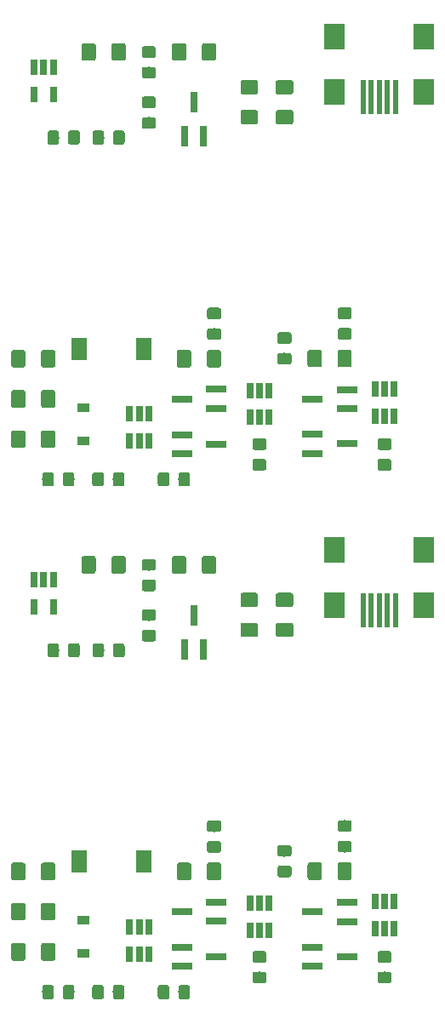
<source format=gbr>
G04 #@! TF.GenerationSoftware,KiCad,Pcbnew,5.0.2+dfsg1-1*
G04 #@! TF.CreationDate,2020-09-22T13:16:50+02:00*
G04 #@! TF.ProjectId,lipo_power,6c69706f-5f70-46f7-9765-722e6b696361,rev?*
G04 #@! TF.SameCoordinates,Original*
G04 #@! TF.FileFunction,Paste,Top*
G04 #@! TF.FilePolarity,Positive*
%FSLAX46Y46*%
G04 Gerber Fmt 4.6, Leading zero omitted, Abs format (unit mm)*
G04 Created by KiCad (PCBNEW 5.0.2+dfsg1-1) date Tue 22 Sep 2020 01:16:50 PM CEST*
%MOMM*%
%LPD*%
G01*
G04 APERTURE LIST*
%ADD10R,1.200000X0.900000*%
%ADD11R,2.000000X0.700000*%
%ADD12C,0.100000*%
%ADD13C,1.425000*%
%ADD14C,1.150000*%
%ADD15R,0.650000X1.560000*%
%ADD16R,0.500000X3.500000*%
%ADD17R,2.000000X2.500000*%
%ADD18R,1.500000X2.200000*%
%ADD19R,0.700000X2.000000*%
G04 APERTURE END LIST*
D10*
G04 #@! TO.C,D3*
X135000000Y-91150000D03*
X135000000Y-87850000D03*
G04 #@! TD*
D11*
G04 #@! TO.C,Q5*
X144800000Y-90550000D03*
X144800000Y-92450000D03*
X148200000Y-91500000D03*
G04 #@! TD*
G04 #@! TO.C,Q4*
X148200000Y-87950000D03*
X148200000Y-86050000D03*
X144800000Y-87000000D03*
G04 #@! TD*
D12*
G04 #@! TO.C,D1*
G36*
X147974504Y-51626204D02*
X147998773Y-51629804D01*
X148022571Y-51635765D01*
X148045671Y-51644030D01*
X148067849Y-51654520D01*
X148088893Y-51667133D01*
X148108598Y-51681747D01*
X148126777Y-51698223D01*
X148143253Y-51716402D01*
X148157867Y-51736107D01*
X148170480Y-51757151D01*
X148180970Y-51779329D01*
X148189235Y-51802429D01*
X148195196Y-51826227D01*
X148198796Y-51850496D01*
X148200000Y-51875000D01*
X148200000Y-53125000D01*
X148198796Y-53149504D01*
X148195196Y-53173773D01*
X148189235Y-53197571D01*
X148180970Y-53220671D01*
X148170480Y-53242849D01*
X148157867Y-53263893D01*
X148143253Y-53283598D01*
X148126777Y-53301777D01*
X148108598Y-53318253D01*
X148088893Y-53332867D01*
X148067849Y-53345480D01*
X148045671Y-53355970D01*
X148022571Y-53364235D01*
X147998773Y-53370196D01*
X147974504Y-53373796D01*
X147950000Y-53375000D01*
X147025000Y-53375000D01*
X147000496Y-53373796D01*
X146976227Y-53370196D01*
X146952429Y-53364235D01*
X146929329Y-53355970D01*
X146907151Y-53345480D01*
X146886107Y-53332867D01*
X146866402Y-53318253D01*
X146848223Y-53301777D01*
X146831747Y-53283598D01*
X146817133Y-53263893D01*
X146804520Y-53242849D01*
X146794030Y-53220671D01*
X146785765Y-53197571D01*
X146779804Y-53173773D01*
X146776204Y-53149504D01*
X146775000Y-53125000D01*
X146775000Y-51875000D01*
X146776204Y-51850496D01*
X146779804Y-51826227D01*
X146785765Y-51802429D01*
X146794030Y-51779329D01*
X146804520Y-51757151D01*
X146817133Y-51736107D01*
X146831747Y-51716402D01*
X146848223Y-51698223D01*
X146866402Y-51681747D01*
X146886107Y-51667133D01*
X146907151Y-51654520D01*
X146929329Y-51644030D01*
X146952429Y-51635765D01*
X146976227Y-51629804D01*
X147000496Y-51626204D01*
X147025000Y-51625000D01*
X147950000Y-51625000D01*
X147974504Y-51626204D01*
X147974504Y-51626204D01*
G37*
D13*
X147487500Y-52500000D03*
D12*
G36*
X144999504Y-51626204D02*
X145023773Y-51629804D01*
X145047571Y-51635765D01*
X145070671Y-51644030D01*
X145092849Y-51654520D01*
X145113893Y-51667133D01*
X145133598Y-51681747D01*
X145151777Y-51698223D01*
X145168253Y-51716402D01*
X145182867Y-51736107D01*
X145195480Y-51757151D01*
X145205970Y-51779329D01*
X145214235Y-51802429D01*
X145220196Y-51826227D01*
X145223796Y-51850496D01*
X145225000Y-51875000D01*
X145225000Y-53125000D01*
X145223796Y-53149504D01*
X145220196Y-53173773D01*
X145214235Y-53197571D01*
X145205970Y-53220671D01*
X145195480Y-53242849D01*
X145182867Y-53263893D01*
X145168253Y-53283598D01*
X145151777Y-53301777D01*
X145133598Y-53318253D01*
X145113893Y-53332867D01*
X145092849Y-53345480D01*
X145070671Y-53355970D01*
X145047571Y-53364235D01*
X145023773Y-53370196D01*
X144999504Y-53373796D01*
X144975000Y-53375000D01*
X144050000Y-53375000D01*
X144025496Y-53373796D01*
X144001227Y-53370196D01*
X143977429Y-53364235D01*
X143954329Y-53355970D01*
X143932151Y-53345480D01*
X143911107Y-53332867D01*
X143891402Y-53318253D01*
X143873223Y-53301777D01*
X143856747Y-53283598D01*
X143842133Y-53263893D01*
X143829520Y-53242849D01*
X143819030Y-53220671D01*
X143810765Y-53197571D01*
X143804804Y-53173773D01*
X143801204Y-53149504D01*
X143800000Y-53125000D01*
X143800000Y-51875000D01*
X143801204Y-51850496D01*
X143804804Y-51826227D01*
X143810765Y-51802429D01*
X143819030Y-51779329D01*
X143829520Y-51757151D01*
X143842133Y-51736107D01*
X143856747Y-51716402D01*
X143873223Y-51698223D01*
X143891402Y-51681747D01*
X143911107Y-51667133D01*
X143932151Y-51654520D01*
X143954329Y-51644030D01*
X143977429Y-51635765D01*
X144001227Y-51629804D01*
X144025496Y-51626204D01*
X144050000Y-51625000D01*
X144975000Y-51625000D01*
X144999504Y-51626204D01*
X144999504Y-51626204D01*
G37*
D13*
X144512500Y-52500000D03*
G04 #@! TD*
D12*
G04 #@! TO.C,R10*
G36*
X148474505Y-79976204D02*
X148498773Y-79979804D01*
X148522572Y-79985765D01*
X148545671Y-79994030D01*
X148567850Y-80004520D01*
X148588893Y-80017132D01*
X148608599Y-80031747D01*
X148626777Y-80048223D01*
X148643253Y-80066401D01*
X148657868Y-80086107D01*
X148670480Y-80107150D01*
X148680970Y-80129329D01*
X148689235Y-80152428D01*
X148695196Y-80176227D01*
X148698796Y-80200495D01*
X148700000Y-80224999D01*
X148700000Y-80875001D01*
X148698796Y-80899505D01*
X148695196Y-80923773D01*
X148689235Y-80947572D01*
X148680970Y-80970671D01*
X148670480Y-80992850D01*
X148657868Y-81013893D01*
X148643253Y-81033599D01*
X148626777Y-81051777D01*
X148608599Y-81068253D01*
X148588893Y-81082868D01*
X148567850Y-81095480D01*
X148545671Y-81105970D01*
X148522572Y-81114235D01*
X148498773Y-81120196D01*
X148474505Y-81123796D01*
X148450001Y-81125000D01*
X147549999Y-81125000D01*
X147525495Y-81123796D01*
X147501227Y-81120196D01*
X147477428Y-81114235D01*
X147454329Y-81105970D01*
X147432150Y-81095480D01*
X147411107Y-81082868D01*
X147391401Y-81068253D01*
X147373223Y-81051777D01*
X147356747Y-81033599D01*
X147342132Y-81013893D01*
X147329520Y-80992850D01*
X147319030Y-80970671D01*
X147310765Y-80947572D01*
X147304804Y-80923773D01*
X147301204Y-80899505D01*
X147300000Y-80875001D01*
X147300000Y-80224999D01*
X147301204Y-80200495D01*
X147304804Y-80176227D01*
X147310765Y-80152428D01*
X147319030Y-80129329D01*
X147329520Y-80107150D01*
X147342132Y-80086107D01*
X147356747Y-80066401D01*
X147373223Y-80048223D01*
X147391401Y-80031747D01*
X147411107Y-80017132D01*
X147432150Y-80004520D01*
X147454329Y-79994030D01*
X147477428Y-79985765D01*
X147501227Y-79979804D01*
X147525495Y-79976204D01*
X147549999Y-79975000D01*
X148450001Y-79975000D01*
X148474505Y-79976204D01*
X148474505Y-79976204D01*
G37*
D14*
X148000000Y-80550000D03*
D12*
G36*
X148474505Y-77926204D02*
X148498773Y-77929804D01*
X148522572Y-77935765D01*
X148545671Y-77944030D01*
X148567850Y-77954520D01*
X148588893Y-77967132D01*
X148608599Y-77981747D01*
X148626777Y-77998223D01*
X148643253Y-78016401D01*
X148657868Y-78036107D01*
X148670480Y-78057150D01*
X148680970Y-78079329D01*
X148689235Y-78102428D01*
X148695196Y-78126227D01*
X148698796Y-78150495D01*
X148700000Y-78174999D01*
X148700000Y-78825001D01*
X148698796Y-78849505D01*
X148695196Y-78873773D01*
X148689235Y-78897572D01*
X148680970Y-78920671D01*
X148670480Y-78942850D01*
X148657868Y-78963893D01*
X148643253Y-78983599D01*
X148626777Y-79001777D01*
X148608599Y-79018253D01*
X148588893Y-79032868D01*
X148567850Y-79045480D01*
X148545671Y-79055970D01*
X148522572Y-79064235D01*
X148498773Y-79070196D01*
X148474505Y-79073796D01*
X148450001Y-79075000D01*
X147549999Y-79075000D01*
X147525495Y-79073796D01*
X147501227Y-79070196D01*
X147477428Y-79064235D01*
X147454329Y-79055970D01*
X147432150Y-79045480D01*
X147411107Y-79032868D01*
X147391401Y-79018253D01*
X147373223Y-79001777D01*
X147356747Y-78983599D01*
X147342132Y-78963893D01*
X147329520Y-78942850D01*
X147319030Y-78920671D01*
X147310765Y-78897572D01*
X147304804Y-78873773D01*
X147301204Y-78849505D01*
X147300000Y-78825001D01*
X147300000Y-78174999D01*
X147301204Y-78150495D01*
X147304804Y-78126227D01*
X147310765Y-78102428D01*
X147319030Y-78079329D01*
X147329520Y-78057150D01*
X147342132Y-78036107D01*
X147356747Y-78016401D01*
X147373223Y-77998223D01*
X147391401Y-77981747D01*
X147411107Y-77967132D01*
X147432150Y-77954520D01*
X147454329Y-77944030D01*
X147477428Y-77935765D01*
X147501227Y-77929804D01*
X147525495Y-77926204D01*
X147549999Y-77925000D01*
X148450001Y-77925000D01*
X148474505Y-77926204D01*
X148474505Y-77926204D01*
G37*
D14*
X148000000Y-78500000D03*
G04 #@! TD*
D12*
G04 #@! TO.C,R7*
G36*
X145374505Y-94301204D02*
X145398773Y-94304804D01*
X145422572Y-94310765D01*
X145445671Y-94319030D01*
X145467850Y-94329520D01*
X145488893Y-94342132D01*
X145508599Y-94356747D01*
X145526777Y-94373223D01*
X145543253Y-94391401D01*
X145557868Y-94411107D01*
X145570480Y-94432150D01*
X145580970Y-94454329D01*
X145589235Y-94477428D01*
X145595196Y-94501227D01*
X145598796Y-94525495D01*
X145600000Y-94549999D01*
X145600000Y-95450001D01*
X145598796Y-95474505D01*
X145595196Y-95498773D01*
X145589235Y-95522572D01*
X145580970Y-95545671D01*
X145570480Y-95567850D01*
X145557868Y-95588893D01*
X145543253Y-95608599D01*
X145526777Y-95626777D01*
X145508599Y-95643253D01*
X145488893Y-95657868D01*
X145467850Y-95670480D01*
X145445671Y-95680970D01*
X145422572Y-95689235D01*
X145398773Y-95695196D01*
X145374505Y-95698796D01*
X145350001Y-95700000D01*
X144699999Y-95700000D01*
X144675495Y-95698796D01*
X144651227Y-95695196D01*
X144627428Y-95689235D01*
X144604329Y-95680970D01*
X144582150Y-95670480D01*
X144561107Y-95657868D01*
X144541401Y-95643253D01*
X144523223Y-95626777D01*
X144506747Y-95608599D01*
X144492132Y-95588893D01*
X144479520Y-95567850D01*
X144469030Y-95545671D01*
X144460765Y-95522572D01*
X144454804Y-95498773D01*
X144451204Y-95474505D01*
X144450000Y-95450001D01*
X144450000Y-94549999D01*
X144451204Y-94525495D01*
X144454804Y-94501227D01*
X144460765Y-94477428D01*
X144469030Y-94454329D01*
X144479520Y-94432150D01*
X144492132Y-94411107D01*
X144506747Y-94391401D01*
X144523223Y-94373223D01*
X144541401Y-94356747D01*
X144561107Y-94342132D01*
X144582150Y-94329520D01*
X144604329Y-94319030D01*
X144627428Y-94310765D01*
X144651227Y-94304804D01*
X144675495Y-94301204D01*
X144699999Y-94300000D01*
X145350001Y-94300000D01*
X145374505Y-94301204D01*
X145374505Y-94301204D01*
G37*
D14*
X145025000Y-95000000D03*
D12*
G36*
X143324505Y-94301204D02*
X143348773Y-94304804D01*
X143372572Y-94310765D01*
X143395671Y-94319030D01*
X143417850Y-94329520D01*
X143438893Y-94342132D01*
X143458599Y-94356747D01*
X143476777Y-94373223D01*
X143493253Y-94391401D01*
X143507868Y-94411107D01*
X143520480Y-94432150D01*
X143530970Y-94454329D01*
X143539235Y-94477428D01*
X143545196Y-94501227D01*
X143548796Y-94525495D01*
X143550000Y-94549999D01*
X143550000Y-95450001D01*
X143548796Y-95474505D01*
X143545196Y-95498773D01*
X143539235Y-95522572D01*
X143530970Y-95545671D01*
X143520480Y-95567850D01*
X143507868Y-95588893D01*
X143493253Y-95608599D01*
X143476777Y-95626777D01*
X143458599Y-95643253D01*
X143438893Y-95657868D01*
X143417850Y-95670480D01*
X143395671Y-95680970D01*
X143372572Y-95689235D01*
X143348773Y-95695196D01*
X143324505Y-95698796D01*
X143300001Y-95700000D01*
X142649999Y-95700000D01*
X142625495Y-95698796D01*
X142601227Y-95695196D01*
X142577428Y-95689235D01*
X142554329Y-95680970D01*
X142532150Y-95670480D01*
X142511107Y-95657868D01*
X142491401Y-95643253D01*
X142473223Y-95626777D01*
X142456747Y-95608599D01*
X142442132Y-95588893D01*
X142429520Y-95567850D01*
X142419030Y-95545671D01*
X142410765Y-95522572D01*
X142404804Y-95498773D01*
X142401204Y-95474505D01*
X142400000Y-95450001D01*
X142400000Y-94549999D01*
X142401204Y-94525495D01*
X142404804Y-94501227D01*
X142410765Y-94477428D01*
X142419030Y-94454329D01*
X142429520Y-94432150D01*
X142442132Y-94411107D01*
X142456747Y-94391401D01*
X142473223Y-94373223D01*
X142491401Y-94356747D01*
X142511107Y-94342132D01*
X142532150Y-94329520D01*
X142554329Y-94319030D01*
X142577428Y-94310765D01*
X142601227Y-94304804D01*
X142625495Y-94301204D01*
X142649999Y-94300000D01*
X143300001Y-94300000D01*
X143324505Y-94301204D01*
X143324505Y-94301204D01*
G37*
D14*
X142975000Y-95000000D03*
G04 #@! TD*
D12*
G04 #@! TO.C,R8*
G36*
X138849505Y-94301204D02*
X138873773Y-94304804D01*
X138897572Y-94310765D01*
X138920671Y-94319030D01*
X138942850Y-94329520D01*
X138963893Y-94342132D01*
X138983599Y-94356747D01*
X139001777Y-94373223D01*
X139018253Y-94391401D01*
X139032868Y-94411107D01*
X139045480Y-94432150D01*
X139055970Y-94454329D01*
X139064235Y-94477428D01*
X139070196Y-94501227D01*
X139073796Y-94525495D01*
X139075000Y-94549999D01*
X139075000Y-95450001D01*
X139073796Y-95474505D01*
X139070196Y-95498773D01*
X139064235Y-95522572D01*
X139055970Y-95545671D01*
X139045480Y-95567850D01*
X139032868Y-95588893D01*
X139018253Y-95608599D01*
X139001777Y-95626777D01*
X138983599Y-95643253D01*
X138963893Y-95657868D01*
X138942850Y-95670480D01*
X138920671Y-95680970D01*
X138897572Y-95689235D01*
X138873773Y-95695196D01*
X138849505Y-95698796D01*
X138825001Y-95700000D01*
X138174999Y-95700000D01*
X138150495Y-95698796D01*
X138126227Y-95695196D01*
X138102428Y-95689235D01*
X138079329Y-95680970D01*
X138057150Y-95670480D01*
X138036107Y-95657868D01*
X138016401Y-95643253D01*
X137998223Y-95626777D01*
X137981747Y-95608599D01*
X137967132Y-95588893D01*
X137954520Y-95567850D01*
X137944030Y-95545671D01*
X137935765Y-95522572D01*
X137929804Y-95498773D01*
X137926204Y-95474505D01*
X137925000Y-95450001D01*
X137925000Y-94549999D01*
X137926204Y-94525495D01*
X137929804Y-94501227D01*
X137935765Y-94477428D01*
X137944030Y-94454329D01*
X137954520Y-94432150D01*
X137967132Y-94411107D01*
X137981747Y-94391401D01*
X137998223Y-94373223D01*
X138016401Y-94356747D01*
X138036107Y-94342132D01*
X138057150Y-94329520D01*
X138079329Y-94319030D01*
X138102428Y-94310765D01*
X138126227Y-94304804D01*
X138150495Y-94301204D01*
X138174999Y-94300000D01*
X138825001Y-94300000D01*
X138849505Y-94301204D01*
X138849505Y-94301204D01*
G37*
D14*
X138500000Y-95000000D03*
D12*
G36*
X136799505Y-94301204D02*
X136823773Y-94304804D01*
X136847572Y-94310765D01*
X136870671Y-94319030D01*
X136892850Y-94329520D01*
X136913893Y-94342132D01*
X136933599Y-94356747D01*
X136951777Y-94373223D01*
X136968253Y-94391401D01*
X136982868Y-94411107D01*
X136995480Y-94432150D01*
X137005970Y-94454329D01*
X137014235Y-94477428D01*
X137020196Y-94501227D01*
X137023796Y-94525495D01*
X137025000Y-94549999D01*
X137025000Y-95450001D01*
X137023796Y-95474505D01*
X137020196Y-95498773D01*
X137014235Y-95522572D01*
X137005970Y-95545671D01*
X136995480Y-95567850D01*
X136982868Y-95588893D01*
X136968253Y-95608599D01*
X136951777Y-95626777D01*
X136933599Y-95643253D01*
X136913893Y-95657868D01*
X136892850Y-95670480D01*
X136870671Y-95680970D01*
X136847572Y-95689235D01*
X136823773Y-95695196D01*
X136799505Y-95698796D01*
X136775001Y-95700000D01*
X136124999Y-95700000D01*
X136100495Y-95698796D01*
X136076227Y-95695196D01*
X136052428Y-95689235D01*
X136029329Y-95680970D01*
X136007150Y-95670480D01*
X135986107Y-95657868D01*
X135966401Y-95643253D01*
X135948223Y-95626777D01*
X135931747Y-95608599D01*
X135917132Y-95588893D01*
X135904520Y-95567850D01*
X135894030Y-95545671D01*
X135885765Y-95522572D01*
X135879804Y-95498773D01*
X135876204Y-95474505D01*
X135875000Y-95450001D01*
X135875000Y-94549999D01*
X135876204Y-94525495D01*
X135879804Y-94501227D01*
X135885765Y-94477428D01*
X135894030Y-94454329D01*
X135904520Y-94432150D01*
X135917132Y-94411107D01*
X135931747Y-94391401D01*
X135948223Y-94373223D01*
X135966401Y-94356747D01*
X135986107Y-94342132D01*
X136007150Y-94329520D01*
X136029329Y-94319030D01*
X136052428Y-94310765D01*
X136076227Y-94304804D01*
X136100495Y-94301204D01*
X136124999Y-94300000D01*
X136775001Y-94300000D01*
X136799505Y-94301204D01*
X136799505Y-94301204D01*
G37*
D14*
X136450000Y-95000000D03*
G04 #@! TD*
D12*
G04 #@! TO.C,R1*
G36*
X141974505Y-53976204D02*
X141998773Y-53979804D01*
X142022572Y-53985765D01*
X142045671Y-53994030D01*
X142067850Y-54004520D01*
X142088893Y-54017132D01*
X142108599Y-54031747D01*
X142126777Y-54048223D01*
X142143253Y-54066401D01*
X142157868Y-54086107D01*
X142170480Y-54107150D01*
X142180970Y-54129329D01*
X142189235Y-54152428D01*
X142195196Y-54176227D01*
X142198796Y-54200495D01*
X142200000Y-54224999D01*
X142200000Y-54875001D01*
X142198796Y-54899505D01*
X142195196Y-54923773D01*
X142189235Y-54947572D01*
X142180970Y-54970671D01*
X142170480Y-54992850D01*
X142157868Y-55013893D01*
X142143253Y-55033599D01*
X142126777Y-55051777D01*
X142108599Y-55068253D01*
X142088893Y-55082868D01*
X142067850Y-55095480D01*
X142045671Y-55105970D01*
X142022572Y-55114235D01*
X141998773Y-55120196D01*
X141974505Y-55123796D01*
X141950001Y-55125000D01*
X141049999Y-55125000D01*
X141025495Y-55123796D01*
X141001227Y-55120196D01*
X140977428Y-55114235D01*
X140954329Y-55105970D01*
X140932150Y-55095480D01*
X140911107Y-55082868D01*
X140891401Y-55068253D01*
X140873223Y-55051777D01*
X140856747Y-55033599D01*
X140842132Y-55013893D01*
X140829520Y-54992850D01*
X140819030Y-54970671D01*
X140810765Y-54947572D01*
X140804804Y-54923773D01*
X140801204Y-54899505D01*
X140800000Y-54875001D01*
X140800000Y-54224999D01*
X140801204Y-54200495D01*
X140804804Y-54176227D01*
X140810765Y-54152428D01*
X140819030Y-54129329D01*
X140829520Y-54107150D01*
X140842132Y-54086107D01*
X140856747Y-54066401D01*
X140873223Y-54048223D01*
X140891401Y-54031747D01*
X140911107Y-54017132D01*
X140932150Y-54004520D01*
X140954329Y-53994030D01*
X140977428Y-53985765D01*
X141001227Y-53979804D01*
X141025495Y-53976204D01*
X141049999Y-53975000D01*
X141950001Y-53975000D01*
X141974505Y-53976204D01*
X141974505Y-53976204D01*
G37*
D14*
X141500000Y-54550000D03*
D12*
G36*
X141974505Y-51926204D02*
X141998773Y-51929804D01*
X142022572Y-51935765D01*
X142045671Y-51944030D01*
X142067850Y-51954520D01*
X142088893Y-51967132D01*
X142108599Y-51981747D01*
X142126777Y-51998223D01*
X142143253Y-52016401D01*
X142157868Y-52036107D01*
X142170480Y-52057150D01*
X142180970Y-52079329D01*
X142189235Y-52102428D01*
X142195196Y-52126227D01*
X142198796Y-52150495D01*
X142200000Y-52174999D01*
X142200000Y-52825001D01*
X142198796Y-52849505D01*
X142195196Y-52873773D01*
X142189235Y-52897572D01*
X142180970Y-52920671D01*
X142170480Y-52942850D01*
X142157868Y-52963893D01*
X142143253Y-52983599D01*
X142126777Y-53001777D01*
X142108599Y-53018253D01*
X142088893Y-53032868D01*
X142067850Y-53045480D01*
X142045671Y-53055970D01*
X142022572Y-53064235D01*
X141998773Y-53070196D01*
X141974505Y-53073796D01*
X141950001Y-53075000D01*
X141049999Y-53075000D01*
X141025495Y-53073796D01*
X141001227Y-53070196D01*
X140977428Y-53064235D01*
X140954329Y-53055970D01*
X140932150Y-53045480D01*
X140911107Y-53032868D01*
X140891401Y-53018253D01*
X140873223Y-53001777D01*
X140856747Y-52983599D01*
X140842132Y-52963893D01*
X140829520Y-52942850D01*
X140819030Y-52920671D01*
X140810765Y-52897572D01*
X140804804Y-52873773D01*
X140801204Y-52849505D01*
X140800000Y-52825001D01*
X140800000Y-52174999D01*
X140801204Y-52150495D01*
X140804804Y-52126227D01*
X140810765Y-52102428D01*
X140819030Y-52079329D01*
X140829520Y-52057150D01*
X140842132Y-52036107D01*
X140856747Y-52016401D01*
X140873223Y-51998223D01*
X140891401Y-51981747D01*
X140911107Y-51967132D01*
X140932150Y-51954520D01*
X140954329Y-51944030D01*
X140977428Y-51935765D01*
X141001227Y-51929804D01*
X141025495Y-51926204D01*
X141049999Y-51925000D01*
X141950001Y-51925000D01*
X141974505Y-51926204D01*
X141974505Y-51926204D01*
G37*
D14*
X141500000Y-52500000D03*
G04 #@! TD*
D15*
G04 #@! TO.C,U5*
X139600000Y-91200000D03*
X140550000Y-91200000D03*
X141500000Y-91200000D03*
X141500000Y-88500000D03*
X139600000Y-88500000D03*
X140550000Y-88500000D03*
G04 #@! TD*
D16*
G04 #@! TO.C,J1*
X166050000Y-57000000D03*
X165250000Y-57000000D03*
X164450000Y-57000000D03*
X163650000Y-57000000D03*
X162850000Y-57000000D03*
D17*
X168900000Y-56500000D03*
X168900000Y-51000000D03*
X160000000Y-56500000D03*
X160000000Y-51000000D03*
G04 #@! TD*
D15*
G04 #@! TO.C,U1*
X132000000Y-54000000D03*
X131050000Y-54000000D03*
X130100000Y-54000000D03*
X130100000Y-56700000D03*
X132000000Y-56700000D03*
G04 #@! TD*
D12*
G04 #@! TO.C,R9*
G36*
X133874505Y-94301204D02*
X133898773Y-94304804D01*
X133922572Y-94310765D01*
X133945671Y-94319030D01*
X133967850Y-94329520D01*
X133988893Y-94342132D01*
X134008599Y-94356747D01*
X134026777Y-94373223D01*
X134043253Y-94391401D01*
X134057868Y-94411107D01*
X134070480Y-94432150D01*
X134080970Y-94454329D01*
X134089235Y-94477428D01*
X134095196Y-94501227D01*
X134098796Y-94525495D01*
X134100000Y-94549999D01*
X134100000Y-95450001D01*
X134098796Y-95474505D01*
X134095196Y-95498773D01*
X134089235Y-95522572D01*
X134080970Y-95545671D01*
X134070480Y-95567850D01*
X134057868Y-95588893D01*
X134043253Y-95608599D01*
X134026777Y-95626777D01*
X134008599Y-95643253D01*
X133988893Y-95657868D01*
X133967850Y-95670480D01*
X133945671Y-95680970D01*
X133922572Y-95689235D01*
X133898773Y-95695196D01*
X133874505Y-95698796D01*
X133850001Y-95700000D01*
X133199999Y-95700000D01*
X133175495Y-95698796D01*
X133151227Y-95695196D01*
X133127428Y-95689235D01*
X133104329Y-95680970D01*
X133082150Y-95670480D01*
X133061107Y-95657868D01*
X133041401Y-95643253D01*
X133023223Y-95626777D01*
X133006747Y-95608599D01*
X132992132Y-95588893D01*
X132979520Y-95567850D01*
X132969030Y-95545671D01*
X132960765Y-95522572D01*
X132954804Y-95498773D01*
X132951204Y-95474505D01*
X132950000Y-95450001D01*
X132950000Y-94549999D01*
X132951204Y-94525495D01*
X132954804Y-94501227D01*
X132960765Y-94477428D01*
X132969030Y-94454329D01*
X132979520Y-94432150D01*
X132992132Y-94411107D01*
X133006747Y-94391401D01*
X133023223Y-94373223D01*
X133041401Y-94356747D01*
X133061107Y-94342132D01*
X133082150Y-94329520D01*
X133104329Y-94319030D01*
X133127428Y-94310765D01*
X133151227Y-94304804D01*
X133175495Y-94301204D01*
X133199999Y-94300000D01*
X133850001Y-94300000D01*
X133874505Y-94301204D01*
X133874505Y-94301204D01*
G37*
D14*
X133525000Y-95000000D03*
D12*
G36*
X131824505Y-94301204D02*
X131848773Y-94304804D01*
X131872572Y-94310765D01*
X131895671Y-94319030D01*
X131917850Y-94329520D01*
X131938893Y-94342132D01*
X131958599Y-94356747D01*
X131976777Y-94373223D01*
X131993253Y-94391401D01*
X132007868Y-94411107D01*
X132020480Y-94432150D01*
X132030970Y-94454329D01*
X132039235Y-94477428D01*
X132045196Y-94501227D01*
X132048796Y-94525495D01*
X132050000Y-94549999D01*
X132050000Y-95450001D01*
X132048796Y-95474505D01*
X132045196Y-95498773D01*
X132039235Y-95522572D01*
X132030970Y-95545671D01*
X132020480Y-95567850D01*
X132007868Y-95588893D01*
X131993253Y-95608599D01*
X131976777Y-95626777D01*
X131958599Y-95643253D01*
X131938893Y-95657868D01*
X131917850Y-95670480D01*
X131895671Y-95680970D01*
X131872572Y-95689235D01*
X131848773Y-95695196D01*
X131824505Y-95698796D01*
X131800001Y-95700000D01*
X131149999Y-95700000D01*
X131125495Y-95698796D01*
X131101227Y-95695196D01*
X131077428Y-95689235D01*
X131054329Y-95680970D01*
X131032150Y-95670480D01*
X131011107Y-95657868D01*
X130991401Y-95643253D01*
X130973223Y-95626777D01*
X130956747Y-95608599D01*
X130942132Y-95588893D01*
X130929520Y-95567850D01*
X130919030Y-95545671D01*
X130910765Y-95522572D01*
X130904804Y-95498773D01*
X130901204Y-95474505D01*
X130900000Y-95450001D01*
X130900000Y-94549999D01*
X130901204Y-94525495D01*
X130904804Y-94501227D01*
X130910765Y-94477428D01*
X130919030Y-94454329D01*
X130929520Y-94432150D01*
X130942132Y-94411107D01*
X130956747Y-94391401D01*
X130973223Y-94373223D01*
X130991401Y-94356747D01*
X131011107Y-94342132D01*
X131032150Y-94329520D01*
X131054329Y-94319030D01*
X131077428Y-94310765D01*
X131101227Y-94304804D01*
X131125495Y-94301204D01*
X131149999Y-94300000D01*
X131800001Y-94300000D01*
X131824505Y-94301204D01*
X131824505Y-94301204D01*
G37*
D14*
X131475000Y-95000000D03*
G04 #@! TD*
D12*
G04 #@! TO.C,C5*
G36*
X131974504Y-86126204D02*
X131998773Y-86129804D01*
X132022571Y-86135765D01*
X132045671Y-86144030D01*
X132067849Y-86154520D01*
X132088893Y-86167133D01*
X132108598Y-86181747D01*
X132126777Y-86198223D01*
X132143253Y-86216402D01*
X132157867Y-86236107D01*
X132170480Y-86257151D01*
X132180970Y-86279329D01*
X132189235Y-86302429D01*
X132195196Y-86326227D01*
X132198796Y-86350496D01*
X132200000Y-86375000D01*
X132200000Y-87625000D01*
X132198796Y-87649504D01*
X132195196Y-87673773D01*
X132189235Y-87697571D01*
X132180970Y-87720671D01*
X132170480Y-87742849D01*
X132157867Y-87763893D01*
X132143253Y-87783598D01*
X132126777Y-87801777D01*
X132108598Y-87818253D01*
X132088893Y-87832867D01*
X132067849Y-87845480D01*
X132045671Y-87855970D01*
X132022571Y-87864235D01*
X131998773Y-87870196D01*
X131974504Y-87873796D01*
X131950000Y-87875000D01*
X131025000Y-87875000D01*
X131000496Y-87873796D01*
X130976227Y-87870196D01*
X130952429Y-87864235D01*
X130929329Y-87855970D01*
X130907151Y-87845480D01*
X130886107Y-87832867D01*
X130866402Y-87818253D01*
X130848223Y-87801777D01*
X130831747Y-87783598D01*
X130817133Y-87763893D01*
X130804520Y-87742849D01*
X130794030Y-87720671D01*
X130785765Y-87697571D01*
X130779804Y-87673773D01*
X130776204Y-87649504D01*
X130775000Y-87625000D01*
X130775000Y-86375000D01*
X130776204Y-86350496D01*
X130779804Y-86326227D01*
X130785765Y-86302429D01*
X130794030Y-86279329D01*
X130804520Y-86257151D01*
X130817133Y-86236107D01*
X130831747Y-86216402D01*
X130848223Y-86198223D01*
X130866402Y-86181747D01*
X130886107Y-86167133D01*
X130907151Y-86154520D01*
X130929329Y-86144030D01*
X130952429Y-86135765D01*
X130976227Y-86129804D01*
X131000496Y-86126204D01*
X131025000Y-86125000D01*
X131950000Y-86125000D01*
X131974504Y-86126204D01*
X131974504Y-86126204D01*
G37*
D13*
X131487500Y-87000000D03*
D12*
G36*
X128999504Y-86126204D02*
X129023773Y-86129804D01*
X129047571Y-86135765D01*
X129070671Y-86144030D01*
X129092849Y-86154520D01*
X129113893Y-86167133D01*
X129133598Y-86181747D01*
X129151777Y-86198223D01*
X129168253Y-86216402D01*
X129182867Y-86236107D01*
X129195480Y-86257151D01*
X129205970Y-86279329D01*
X129214235Y-86302429D01*
X129220196Y-86326227D01*
X129223796Y-86350496D01*
X129225000Y-86375000D01*
X129225000Y-87625000D01*
X129223796Y-87649504D01*
X129220196Y-87673773D01*
X129214235Y-87697571D01*
X129205970Y-87720671D01*
X129195480Y-87742849D01*
X129182867Y-87763893D01*
X129168253Y-87783598D01*
X129151777Y-87801777D01*
X129133598Y-87818253D01*
X129113893Y-87832867D01*
X129092849Y-87845480D01*
X129070671Y-87855970D01*
X129047571Y-87864235D01*
X129023773Y-87870196D01*
X128999504Y-87873796D01*
X128975000Y-87875000D01*
X128050000Y-87875000D01*
X128025496Y-87873796D01*
X128001227Y-87870196D01*
X127977429Y-87864235D01*
X127954329Y-87855970D01*
X127932151Y-87845480D01*
X127911107Y-87832867D01*
X127891402Y-87818253D01*
X127873223Y-87801777D01*
X127856747Y-87783598D01*
X127842133Y-87763893D01*
X127829520Y-87742849D01*
X127819030Y-87720671D01*
X127810765Y-87697571D01*
X127804804Y-87673773D01*
X127801204Y-87649504D01*
X127800000Y-87625000D01*
X127800000Y-86375000D01*
X127801204Y-86350496D01*
X127804804Y-86326227D01*
X127810765Y-86302429D01*
X127819030Y-86279329D01*
X127829520Y-86257151D01*
X127842133Y-86236107D01*
X127856747Y-86216402D01*
X127873223Y-86198223D01*
X127891402Y-86181747D01*
X127911107Y-86167133D01*
X127932151Y-86154520D01*
X127954329Y-86144030D01*
X127977429Y-86135765D01*
X128001227Y-86129804D01*
X128025496Y-86126204D01*
X128050000Y-86125000D01*
X128975000Y-86125000D01*
X128999504Y-86126204D01*
X128999504Y-86126204D01*
G37*
D13*
X128512500Y-87000000D03*
G04 #@! TD*
D15*
G04 #@! TO.C,U6*
X151550000Y-88850000D03*
X152500000Y-88850000D03*
X153450000Y-88850000D03*
X153450000Y-86150000D03*
X151550000Y-86150000D03*
X152500000Y-86150000D03*
G04 #@! TD*
G04 #@! TO.C,U4*
X164000001Y-88725001D03*
X164950001Y-88725001D03*
X165900001Y-88725001D03*
X165900001Y-86025001D03*
X164000001Y-86025001D03*
X164950001Y-86025001D03*
G04 #@! TD*
D12*
G04 #@! TO.C,C2*
G36*
X155649504Y-55288704D02*
X155673773Y-55292304D01*
X155697571Y-55298265D01*
X155720671Y-55306530D01*
X155742849Y-55317020D01*
X155763893Y-55329633D01*
X155783598Y-55344247D01*
X155801777Y-55360723D01*
X155818253Y-55378902D01*
X155832867Y-55398607D01*
X155845480Y-55419651D01*
X155855970Y-55441829D01*
X155864235Y-55464929D01*
X155870196Y-55488727D01*
X155873796Y-55512996D01*
X155875000Y-55537500D01*
X155875000Y-56462500D01*
X155873796Y-56487004D01*
X155870196Y-56511273D01*
X155864235Y-56535071D01*
X155855970Y-56558171D01*
X155845480Y-56580349D01*
X155832867Y-56601393D01*
X155818253Y-56621098D01*
X155801777Y-56639277D01*
X155783598Y-56655753D01*
X155763893Y-56670367D01*
X155742849Y-56682980D01*
X155720671Y-56693470D01*
X155697571Y-56701735D01*
X155673773Y-56707696D01*
X155649504Y-56711296D01*
X155625000Y-56712500D01*
X154375000Y-56712500D01*
X154350496Y-56711296D01*
X154326227Y-56707696D01*
X154302429Y-56701735D01*
X154279329Y-56693470D01*
X154257151Y-56682980D01*
X154236107Y-56670367D01*
X154216402Y-56655753D01*
X154198223Y-56639277D01*
X154181747Y-56621098D01*
X154167133Y-56601393D01*
X154154520Y-56580349D01*
X154144030Y-56558171D01*
X154135765Y-56535071D01*
X154129804Y-56511273D01*
X154126204Y-56487004D01*
X154125000Y-56462500D01*
X154125000Y-55537500D01*
X154126204Y-55512996D01*
X154129804Y-55488727D01*
X154135765Y-55464929D01*
X154144030Y-55441829D01*
X154154520Y-55419651D01*
X154167133Y-55398607D01*
X154181747Y-55378902D01*
X154198223Y-55360723D01*
X154216402Y-55344247D01*
X154236107Y-55329633D01*
X154257151Y-55317020D01*
X154279329Y-55306530D01*
X154302429Y-55298265D01*
X154326227Y-55292304D01*
X154350496Y-55288704D01*
X154375000Y-55287500D01*
X155625000Y-55287500D01*
X155649504Y-55288704D01*
X155649504Y-55288704D01*
G37*
D13*
X155000000Y-56000000D03*
D12*
G36*
X155649504Y-58263704D02*
X155673773Y-58267304D01*
X155697571Y-58273265D01*
X155720671Y-58281530D01*
X155742849Y-58292020D01*
X155763893Y-58304633D01*
X155783598Y-58319247D01*
X155801777Y-58335723D01*
X155818253Y-58353902D01*
X155832867Y-58373607D01*
X155845480Y-58394651D01*
X155855970Y-58416829D01*
X155864235Y-58439929D01*
X155870196Y-58463727D01*
X155873796Y-58487996D01*
X155875000Y-58512500D01*
X155875000Y-59437500D01*
X155873796Y-59462004D01*
X155870196Y-59486273D01*
X155864235Y-59510071D01*
X155855970Y-59533171D01*
X155845480Y-59555349D01*
X155832867Y-59576393D01*
X155818253Y-59596098D01*
X155801777Y-59614277D01*
X155783598Y-59630753D01*
X155763893Y-59645367D01*
X155742849Y-59657980D01*
X155720671Y-59668470D01*
X155697571Y-59676735D01*
X155673773Y-59682696D01*
X155649504Y-59686296D01*
X155625000Y-59687500D01*
X154375000Y-59687500D01*
X154350496Y-59686296D01*
X154326227Y-59682696D01*
X154302429Y-59676735D01*
X154279329Y-59668470D01*
X154257151Y-59657980D01*
X154236107Y-59645367D01*
X154216402Y-59630753D01*
X154198223Y-59614277D01*
X154181747Y-59596098D01*
X154167133Y-59576393D01*
X154154520Y-59555349D01*
X154144030Y-59533171D01*
X154135765Y-59510071D01*
X154129804Y-59486273D01*
X154126204Y-59462004D01*
X154125000Y-59437500D01*
X154125000Y-58512500D01*
X154126204Y-58487996D01*
X154129804Y-58463727D01*
X154135765Y-58439929D01*
X154144030Y-58416829D01*
X154154520Y-58394651D01*
X154167133Y-58373607D01*
X154181747Y-58353902D01*
X154198223Y-58335723D01*
X154216402Y-58319247D01*
X154236107Y-58304633D01*
X154257151Y-58292020D01*
X154279329Y-58281530D01*
X154302429Y-58273265D01*
X154326227Y-58267304D01*
X154350496Y-58263704D01*
X154375000Y-58262500D01*
X155625000Y-58262500D01*
X155649504Y-58263704D01*
X155649504Y-58263704D01*
G37*
D13*
X155000000Y-58975000D03*
G04 #@! TD*
D12*
G04 #@! TO.C,C3*
G36*
X161474504Y-82101204D02*
X161498773Y-82104804D01*
X161522571Y-82110765D01*
X161545671Y-82119030D01*
X161567849Y-82129520D01*
X161588893Y-82142133D01*
X161608598Y-82156747D01*
X161626777Y-82173223D01*
X161643253Y-82191402D01*
X161657867Y-82211107D01*
X161670480Y-82232151D01*
X161680970Y-82254329D01*
X161689235Y-82277429D01*
X161695196Y-82301227D01*
X161698796Y-82325496D01*
X161700000Y-82350000D01*
X161700000Y-83600000D01*
X161698796Y-83624504D01*
X161695196Y-83648773D01*
X161689235Y-83672571D01*
X161680970Y-83695671D01*
X161670480Y-83717849D01*
X161657867Y-83738893D01*
X161643253Y-83758598D01*
X161626777Y-83776777D01*
X161608598Y-83793253D01*
X161588893Y-83807867D01*
X161567849Y-83820480D01*
X161545671Y-83830970D01*
X161522571Y-83839235D01*
X161498773Y-83845196D01*
X161474504Y-83848796D01*
X161450000Y-83850000D01*
X160525000Y-83850000D01*
X160500496Y-83848796D01*
X160476227Y-83845196D01*
X160452429Y-83839235D01*
X160429329Y-83830970D01*
X160407151Y-83820480D01*
X160386107Y-83807867D01*
X160366402Y-83793253D01*
X160348223Y-83776777D01*
X160331747Y-83758598D01*
X160317133Y-83738893D01*
X160304520Y-83717849D01*
X160294030Y-83695671D01*
X160285765Y-83672571D01*
X160279804Y-83648773D01*
X160276204Y-83624504D01*
X160275000Y-83600000D01*
X160275000Y-82350000D01*
X160276204Y-82325496D01*
X160279804Y-82301227D01*
X160285765Y-82277429D01*
X160294030Y-82254329D01*
X160304520Y-82232151D01*
X160317133Y-82211107D01*
X160331747Y-82191402D01*
X160348223Y-82173223D01*
X160366402Y-82156747D01*
X160386107Y-82142133D01*
X160407151Y-82129520D01*
X160429329Y-82119030D01*
X160452429Y-82110765D01*
X160476227Y-82104804D01*
X160500496Y-82101204D01*
X160525000Y-82100000D01*
X161450000Y-82100000D01*
X161474504Y-82101204D01*
X161474504Y-82101204D01*
G37*
D13*
X160987500Y-82975000D03*
D12*
G36*
X158499504Y-82101204D02*
X158523773Y-82104804D01*
X158547571Y-82110765D01*
X158570671Y-82119030D01*
X158592849Y-82129520D01*
X158613893Y-82142133D01*
X158633598Y-82156747D01*
X158651777Y-82173223D01*
X158668253Y-82191402D01*
X158682867Y-82211107D01*
X158695480Y-82232151D01*
X158705970Y-82254329D01*
X158714235Y-82277429D01*
X158720196Y-82301227D01*
X158723796Y-82325496D01*
X158725000Y-82350000D01*
X158725000Y-83600000D01*
X158723796Y-83624504D01*
X158720196Y-83648773D01*
X158714235Y-83672571D01*
X158705970Y-83695671D01*
X158695480Y-83717849D01*
X158682867Y-83738893D01*
X158668253Y-83758598D01*
X158651777Y-83776777D01*
X158633598Y-83793253D01*
X158613893Y-83807867D01*
X158592849Y-83820480D01*
X158570671Y-83830970D01*
X158547571Y-83839235D01*
X158523773Y-83845196D01*
X158499504Y-83848796D01*
X158475000Y-83850000D01*
X157550000Y-83850000D01*
X157525496Y-83848796D01*
X157501227Y-83845196D01*
X157477429Y-83839235D01*
X157454329Y-83830970D01*
X157432151Y-83820480D01*
X157411107Y-83807867D01*
X157391402Y-83793253D01*
X157373223Y-83776777D01*
X157356747Y-83758598D01*
X157342133Y-83738893D01*
X157329520Y-83717849D01*
X157319030Y-83695671D01*
X157310765Y-83672571D01*
X157304804Y-83648773D01*
X157301204Y-83624504D01*
X157300000Y-83600000D01*
X157300000Y-82350000D01*
X157301204Y-82325496D01*
X157304804Y-82301227D01*
X157310765Y-82277429D01*
X157319030Y-82254329D01*
X157329520Y-82232151D01*
X157342133Y-82211107D01*
X157356747Y-82191402D01*
X157373223Y-82173223D01*
X157391402Y-82156747D01*
X157411107Y-82142133D01*
X157432151Y-82129520D01*
X157454329Y-82119030D01*
X157477429Y-82110765D01*
X157501227Y-82104804D01*
X157525496Y-82101204D01*
X157550000Y-82100000D01*
X158475000Y-82100000D01*
X158499504Y-82101204D01*
X158499504Y-82101204D01*
G37*
D13*
X158012500Y-82975000D03*
G04 #@! TD*
D12*
G04 #@! TO.C,R4*
G36*
X136824505Y-60301204D02*
X136848773Y-60304804D01*
X136872572Y-60310765D01*
X136895671Y-60319030D01*
X136917850Y-60329520D01*
X136938893Y-60342132D01*
X136958599Y-60356747D01*
X136976777Y-60373223D01*
X136993253Y-60391401D01*
X137007868Y-60411107D01*
X137020480Y-60432150D01*
X137030970Y-60454329D01*
X137039235Y-60477428D01*
X137045196Y-60501227D01*
X137048796Y-60525495D01*
X137050000Y-60549999D01*
X137050000Y-61450001D01*
X137048796Y-61474505D01*
X137045196Y-61498773D01*
X137039235Y-61522572D01*
X137030970Y-61545671D01*
X137020480Y-61567850D01*
X137007868Y-61588893D01*
X136993253Y-61608599D01*
X136976777Y-61626777D01*
X136958599Y-61643253D01*
X136938893Y-61657868D01*
X136917850Y-61670480D01*
X136895671Y-61680970D01*
X136872572Y-61689235D01*
X136848773Y-61695196D01*
X136824505Y-61698796D01*
X136800001Y-61700000D01*
X136149999Y-61700000D01*
X136125495Y-61698796D01*
X136101227Y-61695196D01*
X136077428Y-61689235D01*
X136054329Y-61680970D01*
X136032150Y-61670480D01*
X136011107Y-61657868D01*
X135991401Y-61643253D01*
X135973223Y-61626777D01*
X135956747Y-61608599D01*
X135942132Y-61588893D01*
X135929520Y-61567850D01*
X135919030Y-61545671D01*
X135910765Y-61522572D01*
X135904804Y-61498773D01*
X135901204Y-61474505D01*
X135900000Y-61450001D01*
X135900000Y-60549999D01*
X135901204Y-60525495D01*
X135904804Y-60501227D01*
X135910765Y-60477428D01*
X135919030Y-60454329D01*
X135929520Y-60432150D01*
X135942132Y-60411107D01*
X135956747Y-60391401D01*
X135973223Y-60373223D01*
X135991401Y-60356747D01*
X136011107Y-60342132D01*
X136032150Y-60329520D01*
X136054329Y-60319030D01*
X136077428Y-60310765D01*
X136101227Y-60304804D01*
X136125495Y-60301204D01*
X136149999Y-60300000D01*
X136800001Y-60300000D01*
X136824505Y-60301204D01*
X136824505Y-60301204D01*
G37*
D14*
X136475000Y-61000000D03*
D12*
G36*
X138874505Y-60301204D02*
X138898773Y-60304804D01*
X138922572Y-60310765D01*
X138945671Y-60319030D01*
X138967850Y-60329520D01*
X138988893Y-60342132D01*
X139008599Y-60356747D01*
X139026777Y-60373223D01*
X139043253Y-60391401D01*
X139057868Y-60411107D01*
X139070480Y-60432150D01*
X139080970Y-60454329D01*
X139089235Y-60477428D01*
X139095196Y-60501227D01*
X139098796Y-60525495D01*
X139100000Y-60549999D01*
X139100000Y-61450001D01*
X139098796Y-61474505D01*
X139095196Y-61498773D01*
X139089235Y-61522572D01*
X139080970Y-61545671D01*
X139070480Y-61567850D01*
X139057868Y-61588893D01*
X139043253Y-61608599D01*
X139026777Y-61626777D01*
X139008599Y-61643253D01*
X138988893Y-61657868D01*
X138967850Y-61670480D01*
X138945671Y-61680970D01*
X138922572Y-61689235D01*
X138898773Y-61695196D01*
X138874505Y-61698796D01*
X138850001Y-61700000D01*
X138199999Y-61700000D01*
X138175495Y-61698796D01*
X138151227Y-61695196D01*
X138127428Y-61689235D01*
X138104329Y-61680970D01*
X138082150Y-61670480D01*
X138061107Y-61657868D01*
X138041401Y-61643253D01*
X138023223Y-61626777D01*
X138006747Y-61608599D01*
X137992132Y-61588893D01*
X137979520Y-61567850D01*
X137969030Y-61545671D01*
X137960765Y-61522572D01*
X137954804Y-61498773D01*
X137951204Y-61474505D01*
X137950000Y-61450001D01*
X137950000Y-60549999D01*
X137951204Y-60525495D01*
X137954804Y-60501227D01*
X137960765Y-60477428D01*
X137969030Y-60454329D01*
X137979520Y-60432150D01*
X137992132Y-60411107D01*
X138006747Y-60391401D01*
X138023223Y-60373223D01*
X138041401Y-60356747D01*
X138061107Y-60342132D01*
X138082150Y-60329520D01*
X138104329Y-60319030D01*
X138127428Y-60310765D01*
X138151227Y-60304804D01*
X138175495Y-60301204D01*
X138199999Y-60300000D01*
X138850001Y-60300000D01*
X138874505Y-60301204D01*
X138874505Y-60301204D01*
G37*
D14*
X138525000Y-61000000D03*
G04 #@! TD*
D12*
G04 #@! TO.C,R11*
G36*
X152974505Y-92976204D02*
X152998773Y-92979804D01*
X153022572Y-92985765D01*
X153045671Y-92994030D01*
X153067850Y-93004520D01*
X153088893Y-93017132D01*
X153108599Y-93031747D01*
X153126777Y-93048223D01*
X153143253Y-93066401D01*
X153157868Y-93086107D01*
X153170480Y-93107150D01*
X153180970Y-93129329D01*
X153189235Y-93152428D01*
X153195196Y-93176227D01*
X153198796Y-93200495D01*
X153200000Y-93224999D01*
X153200000Y-93875001D01*
X153198796Y-93899505D01*
X153195196Y-93923773D01*
X153189235Y-93947572D01*
X153180970Y-93970671D01*
X153170480Y-93992850D01*
X153157868Y-94013893D01*
X153143253Y-94033599D01*
X153126777Y-94051777D01*
X153108599Y-94068253D01*
X153088893Y-94082868D01*
X153067850Y-94095480D01*
X153045671Y-94105970D01*
X153022572Y-94114235D01*
X152998773Y-94120196D01*
X152974505Y-94123796D01*
X152950001Y-94125000D01*
X152049999Y-94125000D01*
X152025495Y-94123796D01*
X152001227Y-94120196D01*
X151977428Y-94114235D01*
X151954329Y-94105970D01*
X151932150Y-94095480D01*
X151911107Y-94082868D01*
X151891401Y-94068253D01*
X151873223Y-94051777D01*
X151856747Y-94033599D01*
X151842132Y-94013893D01*
X151829520Y-93992850D01*
X151819030Y-93970671D01*
X151810765Y-93947572D01*
X151804804Y-93923773D01*
X151801204Y-93899505D01*
X151800000Y-93875001D01*
X151800000Y-93224999D01*
X151801204Y-93200495D01*
X151804804Y-93176227D01*
X151810765Y-93152428D01*
X151819030Y-93129329D01*
X151829520Y-93107150D01*
X151842132Y-93086107D01*
X151856747Y-93066401D01*
X151873223Y-93048223D01*
X151891401Y-93031747D01*
X151911107Y-93017132D01*
X151932150Y-93004520D01*
X151954329Y-92994030D01*
X151977428Y-92985765D01*
X152001227Y-92979804D01*
X152025495Y-92976204D01*
X152049999Y-92975000D01*
X152950001Y-92975000D01*
X152974505Y-92976204D01*
X152974505Y-92976204D01*
G37*
D14*
X152500000Y-93550000D03*
D12*
G36*
X152974505Y-90926204D02*
X152998773Y-90929804D01*
X153022572Y-90935765D01*
X153045671Y-90944030D01*
X153067850Y-90954520D01*
X153088893Y-90967132D01*
X153108599Y-90981747D01*
X153126777Y-90998223D01*
X153143253Y-91016401D01*
X153157868Y-91036107D01*
X153170480Y-91057150D01*
X153180970Y-91079329D01*
X153189235Y-91102428D01*
X153195196Y-91126227D01*
X153198796Y-91150495D01*
X153200000Y-91174999D01*
X153200000Y-91825001D01*
X153198796Y-91849505D01*
X153195196Y-91873773D01*
X153189235Y-91897572D01*
X153180970Y-91920671D01*
X153170480Y-91942850D01*
X153157868Y-91963893D01*
X153143253Y-91983599D01*
X153126777Y-92001777D01*
X153108599Y-92018253D01*
X153088893Y-92032868D01*
X153067850Y-92045480D01*
X153045671Y-92055970D01*
X153022572Y-92064235D01*
X152998773Y-92070196D01*
X152974505Y-92073796D01*
X152950001Y-92075000D01*
X152049999Y-92075000D01*
X152025495Y-92073796D01*
X152001227Y-92070196D01*
X151977428Y-92064235D01*
X151954329Y-92055970D01*
X151932150Y-92045480D01*
X151911107Y-92032868D01*
X151891401Y-92018253D01*
X151873223Y-92001777D01*
X151856747Y-91983599D01*
X151842132Y-91963893D01*
X151829520Y-91942850D01*
X151819030Y-91920671D01*
X151810765Y-91897572D01*
X151804804Y-91873773D01*
X151801204Y-91849505D01*
X151800000Y-91825001D01*
X151800000Y-91174999D01*
X151801204Y-91150495D01*
X151804804Y-91126227D01*
X151810765Y-91102428D01*
X151819030Y-91079329D01*
X151829520Y-91057150D01*
X151842132Y-91036107D01*
X151856747Y-91016401D01*
X151873223Y-90998223D01*
X151891401Y-90981747D01*
X151911107Y-90967132D01*
X151932150Y-90954520D01*
X151954329Y-90944030D01*
X151977428Y-90935765D01*
X152001227Y-90929804D01*
X152025495Y-90926204D01*
X152049999Y-90925000D01*
X152950001Y-90925000D01*
X152974505Y-90926204D01*
X152974505Y-90926204D01*
G37*
D14*
X152500000Y-91500000D03*
G04 #@! TD*
D12*
G04 #@! TO.C,R12*
G36*
X155474505Y-80376204D02*
X155498773Y-80379804D01*
X155522572Y-80385765D01*
X155545671Y-80394030D01*
X155567850Y-80404520D01*
X155588893Y-80417132D01*
X155608599Y-80431747D01*
X155626777Y-80448223D01*
X155643253Y-80466401D01*
X155657868Y-80486107D01*
X155670480Y-80507150D01*
X155680970Y-80529329D01*
X155689235Y-80552428D01*
X155695196Y-80576227D01*
X155698796Y-80600495D01*
X155700000Y-80624999D01*
X155700000Y-81275001D01*
X155698796Y-81299505D01*
X155695196Y-81323773D01*
X155689235Y-81347572D01*
X155680970Y-81370671D01*
X155670480Y-81392850D01*
X155657868Y-81413893D01*
X155643253Y-81433599D01*
X155626777Y-81451777D01*
X155608599Y-81468253D01*
X155588893Y-81482868D01*
X155567850Y-81495480D01*
X155545671Y-81505970D01*
X155522572Y-81514235D01*
X155498773Y-81520196D01*
X155474505Y-81523796D01*
X155450001Y-81525000D01*
X154549999Y-81525000D01*
X154525495Y-81523796D01*
X154501227Y-81520196D01*
X154477428Y-81514235D01*
X154454329Y-81505970D01*
X154432150Y-81495480D01*
X154411107Y-81482868D01*
X154391401Y-81468253D01*
X154373223Y-81451777D01*
X154356747Y-81433599D01*
X154342132Y-81413893D01*
X154329520Y-81392850D01*
X154319030Y-81370671D01*
X154310765Y-81347572D01*
X154304804Y-81323773D01*
X154301204Y-81299505D01*
X154300000Y-81275001D01*
X154300000Y-80624999D01*
X154301204Y-80600495D01*
X154304804Y-80576227D01*
X154310765Y-80552428D01*
X154319030Y-80529329D01*
X154329520Y-80507150D01*
X154342132Y-80486107D01*
X154356747Y-80466401D01*
X154373223Y-80448223D01*
X154391401Y-80431747D01*
X154411107Y-80417132D01*
X154432150Y-80404520D01*
X154454329Y-80394030D01*
X154477428Y-80385765D01*
X154501227Y-80379804D01*
X154525495Y-80376204D01*
X154549999Y-80375000D01*
X155450001Y-80375000D01*
X155474505Y-80376204D01*
X155474505Y-80376204D01*
G37*
D14*
X155000000Y-80950000D03*
D12*
G36*
X155474505Y-82426204D02*
X155498773Y-82429804D01*
X155522572Y-82435765D01*
X155545671Y-82444030D01*
X155567850Y-82454520D01*
X155588893Y-82467132D01*
X155608599Y-82481747D01*
X155626777Y-82498223D01*
X155643253Y-82516401D01*
X155657868Y-82536107D01*
X155670480Y-82557150D01*
X155680970Y-82579329D01*
X155689235Y-82602428D01*
X155695196Y-82626227D01*
X155698796Y-82650495D01*
X155700000Y-82674999D01*
X155700000Y-83325001D01*
X155698796Y-83349505D01*
X155695196Y-83373773D01*
X155689235Y-83397572D01*
X155680970Y-83420671D01*
X155670480Y-83442850D01*
X155657868Y-83463893D01*
X155643253Y-83483599D01*
X155626777Y-83501777D01*
X155608599Y-83518253D01*
X155588893Y-83532868D01*
X155567850Y-83545480D01*
X155545671Y-83555970D01*
X155522572Y-83564235D01*
X155498773Y-83570196D01*
X155474505Y-83573796D01*
X155450001Y-83575000D01*
X154549999Y-83575000D01*
X154525495Y-83573796D01*
X154501227Y-83570196D01*
X154477428Y-83564235D01*
X154454329Y-83555970D01*
X154432150Y-83545480D01*
X154411107Y-83532868D01*
X154391401Y-83518253D01*
X154373223Y-83501777D01*
X154356747Y-83483599D01*
X154342132Y-83463893D01*
X154329520Y-83442850D01*
X154319030Y-83420671D01*
X154310765Y-83397572D01*
X154304804Y-83373773D01*
X154301204Y-83349505D01*
X154300000Y-83325001D01*
X154300000Y-82674999D01*
X154301204Y-82650495D01*
X154304804Y-82626227D01*
X154310765Y-82602428D01*
X154319030Y-82579329D01*
X154329520Y-82557150D01*
X154342132Y-82536107D01*
X154356747Y-82516401D01*
X154373223Y-82498223D01*
X154391401Y-82481747D01*
X154411107Y-82467132D01*
X154432150Y-82454520D01*
X154454329Y-82444030D01*
X154477428Y-82435765D01*
X154501227Y-82429804D01*
X154525495Y-82426204D01*
X154549999Y-82425000D01*
X155450001Y-82425000D01*
X155474505Y-82426204D01*
X155474505Y-82426204D01*
G37*
D14*
X155000000Y-83000000D03*
G04 #@! TD*
D12*
G04 #@! TO.C,C4*
G36*
X131974504Y-90126204D02*
X131998773Y-90129804D01*
X132022571Y-90135765D01*
X132045671Y-90144030D01*
X132067849Y-90154520D01*
X132088893Y-90167133D01*
X132108598Y-90181747D01*
X132126777Y-90198223D01*
X132143253Y-90216402D01*
X132157867Y-90236107D01*
X132170480Y-90257151D01*
X132180970Y-90279329D01*
X132189235Y-90302429D01*
X132195196Y-90326227D01*
X132198796Y-90350496D01*
X132200000Y-90375000D01*
X132200000Y-91625000D01*
X132198796Y-91649504D01*
X132195196Y-91673773D01*
X132189235Y-91697571D01*
X132180970Y-91720671D01*
X132170480Y-91742849D01*
X132157867Y-91763893D01*
X132143253Y-91783598D01*
X132126777Y-91801777D01*
X132108598Y-91818253D01*
X132088893Y-91832867D01*
X132067849Y-91845480D01*
X132045671Y-91855970D01*
X132022571Y-91864235D01*
X131998773Y-91870196D01*
X131974504Y-91873796D01*
X131950000Y-91875000D01*
X131025000Y-91875000D01*
X131000496Y-91873796D01*
X130976227Y-91870196D01*
X130952429Y-91864235D01*
X130929329Y-91855970D01*
X130907151Y-91845480D01*
X130886107Y-91832867D01*
X130866402Y-91818253D01*
X130848223Y-91801777D01*
X130831747Y-91783598D01*
X130817133Y-91763893D01*
X130804520Y-91742849D01*
X130794030Y-91720671D01*
X130785765Y-91697571D01*
X130779804Y-91673773D01*
X130776204Y-91649504D01*
X130775000Y-91625000D01*
X130775000Y-90375000D01*
X130776204Y-90350496D01*
X130779804Y-90326227D01*
X130785765Y-90302429D01*
X130794030Y-90279329D01*
X130804520Y-90257151D01*
X130817133Y-90236107D01*
X130831747Y-90216402D01*
X130848223Y-90198223D01*
X130866402Y-90181747D01*
X130886107Y-90167133D01*
X130907151Y-90154520D01*
X130929329Y-90144030D01*
X130952429Y-90135765D01*
X130976227Y-90129804D01*
X131000496Y-90126204D01*
X131025000Y-90125000D01*
X131950000Y-90125000D01*
X131974504Y-90126204D01*
X131974504Y-90126204D01*
G37*
D13*
X131487500Y-91000000D03*
D12*
G36*
X128999504Y-90126204D02*
X129023773Y-90129804D01*
X129047571Y-90135765D01*
X129070671Y-90144030D01*
X129092849Y-90154520D01*
X129113893Y-90167133D01*
X129133598Y-90181747D01*
X129151777Y-90198223D01*
X129168253Y-90216402D01*
X129182867Y-90236107D01*
X129195480Y-90257151D01*
X129205970Y-90279329D01*
X129214235Y-90302429D01*
X129220196Y-90326227D01*
X129223796Y-90350496D01*
X129225000Y-90375000D01*
X129225000Y-91625000D01*
X129223796Y-91649504D01*
X129220196Y-91673773D01*
X129214235Y-91697571D01*
X129205970Y-91720671D01*
X129195480Y-91742849D01*
X129182867Y-91763893D01*
X129168253Y-91783598D01*
X129151777Y-91801777D01*
X129133598Y-91818253D01*
X129113893Y-91832867D01*
X129092849Y-91845480D01*
X129070671Y-91855970D01*
X129047571Y-91864235D01*
X129023773Y-91870196D01*
X128999504Y-91873796D01*
X128975000Y-91875000D01*
X128050000Y-91875000D01*
X128025496Y-91873796D01*
X128001227Y-91870196D01*
X127977429Y-91864235D01*
X127954329Y-91855970D01*
X127932151Y-91845480D01*
X127911107Y-91832867D01*
X127891402Y-91818253D01*
X127873223Y-91801777D01*
X127856747Y-91783598D01*
X127842133Y-91763893D01*
X127829520Y-91742849D01*
X127819030Y-91720671D01*
X127810765Y-91697571D01*
X127804804Y-91673773D01*
X127801204Y-91649504D01*
X127800000Y-91625000D01*
X127800000Y-90375000D01*
X127801204Y-90350496D01*
X127804804Y-90326227D01*
X127810765Y-90302429D01*
X127819030Y-90279329D01*
X127829520Y-90257151D01*
X127842133Y-90236107D01*
X127856747Y-90216402D01*
X127873223Y-90198223D01*
X127891402Y-90181747D01*
X127911107Y-90167133D01*
X127932151Y-90154520D01*
X127954329Y-90144030D01*
X127977429Y-90135765D01*
X128001227Y-90129804D01*
X128025496Y-90126204D01*
X128050000Y-90125000D01*
X128975000Y-90125000D01*
X128999504Y-90126204D01*
X128999504Y-90126204D01*
G37*
D13*
X128512500Y-91000000D03*
G04 #@! TD*
D18*
G04 #@! TO.C,L1*
X141000000Y-82000000D03*
X134600000Y-82000000D03*
G04 #@! TD*
D11*
G04 #@! TO.C,Q2*
X161200000Y-87975000D03*
X161200000Y-86075000D03*
X157800000Y-87025000D03*
G04 #@! TD*
D12*
G04 #@! TO.C,D2*
G36*
X135999504Y-51626204D02*
X136023773Y-51629804D01*
X136047571Y-51635765D01*
X136070671Y-51644030D01*
X136092849Y-51654520D01*
X136113893Y-51667133D01*
X136133598Y-51681747D01*
X136151777Y-51698223D01*
X136168253Y-51716402D01*
X136182867Y-51736107D01*
X136195480Y-51757151D01*
X136205970Y-51779329D01*
X136214235Y-51802429D01*
X136220196Y-51826227D01*
X136223796Y-51850496D01*
X136225000Y-51875000D01*
X136225000Y-53125000D01*
X136223796Y-53149504D01*
X136220196Y-53173773D01*
X136214235Y-53197571D01*
X136205970Y-53220671D01*
X136195480Y-53242849D01*
X136182867Y-53263893D01*
X136168253Y-53283598D01*
X136151777Y-53301777D01*
X136133598Y-53318253D01*
X136113893Y-53332867D01*
X136092849Y-53345480D01*
X136070671Y-53355970D01*
X136047571Y-53364235D01*
X136023773Y-53370196D01*
X135999504Y-53373796D01*
X135975000Y-53375000D01*
X135050000Y-53375000D01*
X135025496Y-53373796D01*
X135001227Y-53370196D01*
X134977429Y-53364235D01*
X134954329Y-53355970D01*
X134932151Y-53345480D01*
X134911107Y-53332867D01*
X134891402Y-53318253D01*
X134873223Y-53301777D01*
X134856747Y-53283598D01*
X134842133Y-53263893D01*
X134829520Y-53242849D01*
X134819030Y-53220671D01*
X134810765Y-53197571D01*
X134804804Y-53173773D01*
X134801204Y-53149504D01*
X134800000Y-53125000D01*
X134800000Y-51875000D01*
X134801204Y-51850496D01*
X134804804Y-51826227D01*
X134810765Y-51802429D01*
X134819030Y-51779329D01*
X134829520Y-51757151D01*
X134842133Y-51736107D01*
X134856747Y-51716402D01*
X134873223Y-51698223D01*
X134891402Y-51681747D01*
X134911107Y-51667133D01*
X134932151Y-51654520D01*
X134954329Y-51644030D01*
X134977429Y-51635765D01*
X135001227Y-51629804D01*
X135025496Y-51626204D01*
X135050000Y-51625000D01*
X135975000Y-51625000D01*
X135999504Y-51626204D01*
X135999504Y-51626204D01*
G37*
D13*
X135512500Y-52500000D03*
D12*
G36*
X138974504Y-51626204D02*
X138998773Y-51629804D01*
X139022571Y-51635765D01*
X139045671Y-51644030D01*
X139067849Y-51654520D01*
X139088893Y-51667133D01*
X139108598Y-51681747D01*
X139126777Y-51698223D01*
X139143253Y-51716402D01*
X139157867Y-51736107D01*
X139170480Y-51757151D01*
X139180970Y-51779329D01*
X139189235Y-51802429D01*
X139195196Y-51826227D01*
X139198796Y-51850496D01*
X139200000Y-51875000D01*
X139200000Y-53125000D01*
X139198796Y-53149504D01*
X139195196Y-53173773D01*
X139189235Y-53197571D01*
X139180970Y-53220671D01*
X139170480Y-53242849D01*
X139157867Y-53263893D01*
X139143253Y-53283598D01*
X139126777Y-53301777D01*
X139108598Y-53318253D01*
X139088893Y-53332867D01*
X139067849Y-53345480D01*
X139045671Y-53355970D01*
X139022571Y-53364235D01*
X138998773Y-53370196D01*
X138974504Y-53373796D01*
X138950000Y-53375000D01*
X138025000Y-53375000D01*
X138000496Y-53373796D01*
X137976227Y-53370196D01*
X137952429Y-53364235D01*
X137929329Y-53355970D01*
X137907151Y-53345480D01*
X137886107Y-53332867D01*
X137866402Y-53318253D01*
X137848223Y-53301777D01*
X137831747Y-53283598D01*
X137817133Y-53263893D01*
X137804520Y-53242849D01*
X137794030Y-53220671D01*
X137785765Y-53197571D01*
X137779804Y-53173773D01*
X137776204Y-53149504D01*
X137775000Y-53125000D01*
X137775000Y-51875000D01*
X137776204Y-51850496D01*
X137779804Y-51826227D01*
X137785765Y-51802429D01*
X137794030Y-51779329D01*
X137804520Y-51757151D01*
X137817133Y-51736107D01*
X137831747Y-51716402D01*
X137848223Y-51698223D01*
X137866402Y-51681747D01*
X137886107Y-51667133D01*
X137907151Y-51654520D01*
X137929329Y-51644030D01*
X137952429Y-51635765D01*
X137976227Y-51629804D01*
X138000496Y-51626204D01*
X138025000Y-51625000D01*
X138950000Y-51625000D01*
X138974504Y-51626204D01*
X138974504Y-51626204D01*
G37*
D13*
X138487500Y-52500000D03*
G04 #@! TD*
D12*
G04 #@! TO.C,C6*
G36*
X131974504Y-82126204D02*
X131998773Y-82129804D01*
X132022571Y-82135765D01*
X132045671Y-82144030D01*
X132067849Y-82154520D01*
X132088893Y-82167133D01*
X132108598Y-82181747D01*
X132126777Y-82198223D01*
X132143253Y-82216402D01*
X132157867Y-82236107D01*
X132170480Y-82257151D01*
X132180970Y-82279329D01*
X132189235Y-82302429D01*
X132195196Y-82326227D01*
X132198796Y-82350496D01*
X132200000Y-82375000D01*
X132200000Y-83625000D01*
X132198796Y-83649504D01*
X132195196Y-83673773D01*
X132189235Y-83697571D01*
X132180970Y-83720671D01*
X132170480Y-83742849D01*
X132157867Y-83763893D01*
X132143253Y-83783598D01*
X132126777Y-83801777D01*
X132108598Y-83818253D01*
X132088893Y-83832867D01*
X132067849Y-83845480D01*
X132045671Y-83855970D01*
X132022571Y-83864235D01*
X131998773Y-83870196D01*
X131974504Y-83873796D01*
X131950000Y-83875000D01*
X131025000Y-83875000D01*
X131000496Y-83873796D01*
X130976227Y-83870196D01*
X130952429Y-83864235D01*
X130929329Y-83855970D01*
X130907151Y-83845480D01*
X130886107Y-83832867D01*
X130866402Y-83818253D01*
X130848223Y-83801777D01*
X130831747Y-83783598D01*
X130817133Y-83763893D01*
X130804520Y-83742849D01*
X130794030Y-83720671D01*
X130785765Y-83697571D01*
X130779804Y-83673773D01*
X130776204Y-83649504D01*
X130775000Y-83625000D01*
X130775000Y-82375000D01*
X130776204Y-82350496D01*
X130779804Y-82326227D01*
X130785765Y-82302429D01*
X130794030Y-82279329D01*
X130804520Y-82257151D01*
X130817133Y-82236107D01*
X130831747Y-82216402D01*
X130848223Y-82198223D01*
X130866402Y-82181747D01*
X130886107Y-82167133D01*
X130907151Y-82154520D01*
X130929329Y-82144030D01*
X130952429Y-82135765D01*
X130976227Y-82129804D01*
X131000496Y-82126204D01*
X131025000Y-82125000D01*
X131950000Y-82125000D01*
X131974504Y-82126204D01*
X131974504Y-82126204D01*
G37*
D13*
X131487500Y-83000000D03*
D12*
G36*
X128999504Y-82126204D02*
X129023773Y-82129804D01*
X129047571Y-82135765D01*
X129070671Y-82144030D01*
X129092849Y-82154520D01*
X129113893Y-82167133D01*
X129133598Y-82181747D01*
X129151777Y-82198223D01*
X129168253Y-82216402D01*
X129182867Y-82236107D01*
X129195480Y-82257151D01*
X129205970Y-82279329D01*
X129214235Y-82302429D01*
X129220196Y-82326227D01*
X129223796Y-82350496D01*
X129225000Y-82375000D01*
X129225000Y-83625000D01*
X129223796Y-83649504D01*
X129220196Y-83673773D01*
X129214235Y-83697571D01*
X129205970Y-83720671D01*
X129195480Y-83742849D01*
X129182867Y-83763893D01*
X129168253Y-83783598D01*
X129151777Y-83801777D01*
X129133598Y-83818253D01*
X129113893Y-83832867D01*
X129092849Y-83845480D01*
X129070671Y-83855970D01*
X129047571Y-83864235D01*
X129023773Y-83870196D01*
X128999504Y-83873796D01*
X128975000Y-83875000D01*
X128050000Y-83875000D01*
X128025496Y-83873796D01*
X128001227Y-83870196D01*
X127977429Y-83864235D01*
X127954329Y-83855970D01*
X127932151Y-83845480D01*
X127911107Y-83832867D01*
X127891402Y-83818253D01*
X127873223Y-83801777D01*
X127856747Y-83783598D01*
X127842133Y-83763893D01*
X127829520Y-83742849D01*
X127819030Y-83720671D01*
X127810765Y-83697571D01*
X127804804Y-83673773D01*
X127801204Y-83649504D01*
X127800000Y-83625000D01*
X127800000Y-82375000D01*
X127801204Y-82350496D01*
X127804804Y-82326227D01*
X127810765Y-82302429D01*
X127819030Y-82279329D01*
X127829520Y-82257151D01*
X127842133Y-82236107D01*
X127856747Y-82216402D01*
X127873223Y-82198223D01*
X127891402Y-82181747D01*
X127911107Y-82167133D01*
X127932151Y-82154520D01*
X127954329Y-82144030D01*
X127977429Y-82135765D01*
X128001227Y-82129804D01*
X128025496Y-82126204D01*
X128050000Y-82125000D01*
X128975000Y-82125000D01*
X128999504Y-82126204D01*
X128999504Y-82126204D01*
G37*
D13*
X128512500Y-83000000D03*
G04 #@! TD*
D12*
G04 #@! TO.C,R2*
G36*
X141974505Y-56926204D02*
X141998773Y-56929804D01*
X142022572Y-56935765D01*
X142045671Y-56944030D01*
X142067850Y-56954520D01*
X142088893Y-56967132D01*
X142108599Y-56981747D01*
X142126777Y-56998223D01*
X142143253Y-57016401D01*
X142157868Y-57036107D01*
X142170480Y-57057150D01*
X142180970Y-57079329D01*
X142189235Y-57102428D01*
X142195196Y-57126227D01*
X142198796Y-57150495D01*
X142200000Y-57174999D01*
X142200000Y-57825001D01*
X142198796Y-57849505D01*
X142195196Y-57873773D01*
X142189235Y-57897572D01*
X142180970Y-57920671D01*
X142170480Y-57942850D01*
X142157868Y-57963893D01*
X142143253Y-57983599D01*
X142126777Y-58001777D01*
X142108599Y-58018253D01*
X142088893Y-58032868D01*
X142067850Y-58045480D01*
X142045671Y-58055970D01*
X142022572Y-58064235D01*
X141998773Y-58070196D01*
X141974505Y-58073796D01*
X141950001Y-58075000D01*
X141049999Y-58075000D01*
X141025495Y-58073796D01*
X141001227Y-58070196D01*
X140977428Y-58064235D01*
X140954329Y-58055970D01*
X140932150Y-58045480D01*
X140911107Y-58032868D01*
X140891401Y-58018253D01*
X140873223Y-58001777D01*
X140856747Y-57983599D01*
X140842132Y-57963893D01*
X140829520Y-57942850D01*
X140819030Y-57920671D01*
X140810765Y-57897572D01*
X140804804Y-57873773D01*
X140801204Y-57849505D01*
X140800000Y-57825001D01*
X140800000Y-57174999D01*
X140801204Y-57150495D01*
X140804804Y-57126227D01*
X140810765Y-57102428D01*
X140819030Y-57079329D01*
X140829520Y-57057150D01*
X140842132Y-57036107D01*
X140856747Y-57016401D01*
X140873223Y-56998223D01*
X140891401Y-56981747D01*
X140911107Y-56967132D01*
X140932150Y-56954520D01*
X140954329Y-56944030D01*
X140977428Y-56935765D01*
X141001227Y-56929804D01*
X141025495Y-56926204D01*
X141049999Y-56925000D01*
X141950001Y-56925000D01*
X141974505Y-56926204D01*
X141974505Y-56926204D01*
G37*
D14*
X141500000Y-57500000D03*
D12*
G36*
X141974505Y-58976204D02*
X141998773Y-58979804D01*
X142022572Y-58985765D01*
X142045671Y-58994030D01*
X142067850Y-59004520D01*
X142088893Y-59017132D01*
X142108599Y-59031747D01*
X142126777Y-59048223D01*
X142143253Y-59066401D01*
X142157868Y-59086107D01*
X142170480Y-59107150D01*
X142180970Y-59129329D01*
X142189235Y-59152428D01*
X142195196Y-59176227D01*
X142198796Y-59200495D01*
X142200000Y-59224999D01*
X142200000Y-59875001D01*
X142198796Y-59899505D01*
X142195196Y-59923773D01*
X142189235Y-59947572D01*
X142180970Y-59970671D01*
X142170480Y-59992850D01*
X142157868Y-60013893D01*
X142143253Y-60033599D01*
X142126777Y-60051777D01*
X142108599Y-60068253D01*
X142088893Y-60082868D01*
X142067850Y-60095480D01*
X142045671Y-60105970D01*
X142022572Y-60114235D01*
X141998773Y-60120196D01*
X141974505Y-60123796D01*
X141950001Y-60125000D01*
X141049999Y-60125000D01*
X141025495Y-60123796D01*
X141001227Y-60120196D01*
X140977428Y-60114235D01*
X140954329Y-60105970D01*
X140932150Y-60095480D01*
X140911107Y-60082868D01*
X140891401Y-60068253D01*
X140873223Y-60051777D01*
X140856747Y-60033599D01*
X140842132Y-60013893D01*
X140829520Y-59992850D01*
X140819030Y-59970671D01*
X140810765Y-59947572D01*
X140804804Y-59923773D01*
X140801204Y-59899505D01*
X140800000Y-59875001D01*
X140800000Y-59224999D01*
X140801204Y-59200495D01*
X140804804Y-59176227D01*
X140810765Y-59152428D01*
X140819030Y-59129329D01*
X140829520Y-59107150D01*
X140842132Y-59086107D01*
X140856747Y-59066401D01*
X140873223Y-59048223D01*
X140891401Y-59031747D01*
X140911107Y-59017132D01*
X140932150Y-59004520D01*
X140954329Y-58994030D01*
X140977428Y-58985765D01*
X141001227Y-58979804D01*
X141025495Y-58976204D01*
X141049999Y-58975000D01*
X141950001Y-58975000D01*
X141974505Y-58976204D01*
X141974505Y-58976204D01*
G37*
D14*
X141500000Y-59550000D03*
G04 #@! TD*
D19*
G04 #@! TO.C,Q1*
X145050000Y-60900000D03*
X146950000Y-60900000D03*
X146000000Y-57500000D03*
G04 #@! TD*
D12*
G04 #@! TO.C,C1*
G36*
X152149504Y-55288704D02*
X152173773Y-55292304D01*
X152197571Y-55298265D01*
X152220671Y-55306530D01*
X152242849Y-55317020D01*
X152263893Y-55329633D01*
X152283598Y-55344247D01*
X152301777Y-55360723D01*
X152318253Y-55378902D01*
X152332867Y-55398607D01*
X152345480Y-55419651D01*
X152355970Y-55441829D01*
X152364235Y-55464929D01*
X152370196Y-55488727D01*
X152373796Y-55512996D01*
X152375000Y-55537500D01*
X152375000Y-56462500D01*
X152373796Y-56487004D01*
X152370196Y-56511273D01*
X152364235Y-56535071D01*
X152355970Y-56558171D01*
X152345480Y-56580349D01*
X152332867Y-56601393D01*
X152318253Y-56621098D01*
X152301777Y-56639277D01*
X152283598Y-56655753D01*
X152263893Y-56670367D01*
X152242849Y-56682980D01*
X152220671Y-56693470D01*
X152197571Y-56701735D01*
X152173773Y-56707696D01*
X152149504Y-56711296D01*
X152125000Y-56712500D01*
X150875000Y-56712500D01*
X150850496Y-56711296D01*
X150826227Y-56707696D01*
X150802429Y-56701735D01*
X150779329Y-56693470D01*
X150757151Y-56682980D01*
X150736107Y-56670367D01*
X150716402Y-56655753D01*
X150698223Y-56639277D01*
X150681747Y-56621098D01*
X150667133Y-56601393D01*
X150654520Y-56580349D01*
X150644030Y-56558171D01*
X150635765Y-56535071D01*
X150629804Y-56511273D01*
X150626204Y-56487004D01*
X150625000Y-56462500D01*
X150625000Y-55537500D01*
X150626204Y-55512996D01*
X150629804Y-55488727D01*
X150635765Y-55464929D01*
X150644030Y-55441829D01*
X150654520Y-55419651D01*
X150667133Y-55398607D01*
X150681747Y-55378902D01*
X150698223Y-55360723D01*
X150716402Y-55344247D01*
X150736107Y-55329633D01*
X150757151Y-55317020D01*
X150779329Y-55306530D01*
X150802429Y-55298265D01*
X150826227Y-55292304D01*
X150850496Y-55288704D01*
X150875000Y-55287500D01*
X152125000Y-55287500D01*
X152149504Y-55288704D01*
X152149504Y-55288704D01*
G37*
D13*
X151500000Y-56000000D03*
D12*
G36*
X152149504Y-58263704D02*
X152173773Y-58267304D01*
X152197571Y-58273265D01*
X152220671Y-58281530D01*
X152242849Y-58292020D01*
X152263893Y-58304633D01*
X152283598Y-58319247D01*
X152301777Y-58335723D01*
X152318253Y-58353902D01*
X152332867Y-58373607D01*
X152345480Y-58394651D01*
X152355970Y-58416829D01*
X152364235Y-58439929D01*
X152370196Y-58463727D01*
X152373796Y-58487996D01*
X152375000Y-58512500D01*
X152375000Y-59437500D01*
X152373796Y-59462004D01*
X152370196Y-59486273D01*
X152364235Y-59510071D01*
X152355970Y-59533171D01*
X152345480Y-59555349D01*
X152332867Y-59576393D01*
X152318253Y-59596098D01*
X152301777Y-59614277D01*
X152283598Y-59630753D01*
X152263893Y-59645367D01*
X152242849Y-59657980D01*
X152220671Y-59668470D01*
X152197571Y-59676735D01*
X152173773Y-59682696D01*
X152149504Y-59686296D01*
X152125000Y-59687500D01*
X150875000Y-59687500D01*
X150850496Y-59686296D01*
X150826227Y-59682696D01*
X150802429Y-59676735D01*
X150779329Y-59668470D01*
X150757151Y-59657980D01*
X150736107Y-59645367D01*
X150716402Y-59630753D01*
X150698223Y-59614277D01*
X150681747Y-59596098D01*
X150667133Y-59576393D01*
X150654520Y-59555349D01*
X150644030Y-59533171D01*
X150635765Y-59510071D01*
X150629804Y-59486273D01*
X150626204Y-59462004D01*
X150625000Y-59437500D01*
X150625000Y-58512500D01*
X150626204Y-58487996D01*
X150629804Y-58463727D01*
X150635765Y-58439929D01*
X150644030Y-58416829D01*
X150654520Y-58394651D01*
X150667133Y-58373607D01*
X150681747Y-58353902D01*
X150698223Y-58335723D01*
X150716402Y-58319247D01*
X150736107Y-58304633D01*
X150757151Y-58292020D01*
X150779329Y-58281530D01*
X150802429Y-58273265D01*
X150826227Y-58267304D01*
X150850496Y-58263704D01*
X150875000Y-58262500D01*
X152125000Y-58262500D01*
X152149504Y-58263704D01*
X152149504Y-58263704D01*
G37*
D13*
X151500000Y-58975000D03*
G04 #@! TD*
D12*
G04 #@! TO.C,R3*
G36*
X132349505Y-60301204D02*
X132373773Y-60304804D01*
X132397572Y-60310765D01*
X132420671Y-60319030D01*
X132442850Y-60329520D01*
X132463893Y-60342132D01*
X132483599Y-60356747D01*
X132501777Y-60373223D01*
X132518253Y-60391401D01*
X132532868Y-60411107D01*
X132545480Y-60432150D01*
X132555970Y-60454329D01*
X132564235Y-60477428D01*
X132570196Y-60501227D01*
X132573796Y-60525495D01*
X132575000Y-60549999D01*
X132575000Y-61450001D01*
X132573796Y-61474505D01*
X132570196Y-61498773D01*
X132564235Y-61522572D01*
X132555970Y-61545671D01*
X132545480Y-61567850D01*
X132532868Y-61588893D01*
X132518253Y-61608599D01*
X132501777Y-61626777D01*
X132483599Y-61643253D01*
X132463893Y-61657868D01*
X132442850Y-61670480D01*
X132420671Y-61680970D01*
X132397572Y-61689235D01*
X132373773Y-61695196D01*
X132349505Y-61698796D01*
X132325001Y-61700000D01*
X131674999Y-61700000D01*
X131650495Y-61698796D01*
X131626227Y-61695196D01*
X131602428Y-61689235D01*
X131579329Y-61680970D01*
X131557150Y-61670480D01*
X131536107Y-61657868D01*
X131516401Y-61643253D01*
X131498223Y-61626777D01*
X131481747Y-61608599D01*
X131467132Y-61588893D01*
X131454520Y-61567850D01*
X131444030Y-61545671D01*
X131435765Y-61522572D01*
X131429804Y-61498773D01*
X131426204Y-61474505D01*
X131425000Y-61450001D01*
X131425000Y-60549999D01*
X131426204Y-60525495D01*
X131429804Y-60501227D01*
X131435765Y-60477428D01*
X131444030Y-60454329D01*
X131454520Y-60432150D01*
X131467132Y-60411107D01*
X131481747Y-60391401D01*
X131498223Y-60373223D01*
X131516401Y-60356747D01*
X131536107Y-60342132D01*
X131557150Y-60329520D01*
X131579329Y-60319030D01*
X131602428Y-60310765D01*
X131626227Y-60304804D01*
X131650495Y-60301204D01*
X131674999Y-60300000D01*
X132325001Y-60300000D01*
X132349505Y-60301204D01*
X132349505Y-60301204D01*
G37*
D14*
X132000000Y-61000000D03*
D12*
G36*
X134399505Y-60301204D02*
X134423773Y-60304804D01*
X134447572Y-60310765D01*
X134470671Y-60319030D01*
X134492850Y-60329520D01*
X134513893Y-60342132D01*
X134533599Y-60356747D01*
X134551777Y-60373223D01*
X134568253Y-60391401D01*
X134582868Y-60411107D01*
X134595480Y-60432150D01*
X134605970Y-60454329D01*
X134614235Y-60477428D01*
X134620196Y-60501227D01*
X134623796Y-60525495D01*
X134625000Y-60549999D01*
X134625000Y-61450001D01*
X134623796Y-61474505D01*
X134620196Y-61498773D01*
X134614235Y-61522572D01*
X134605970Y-61545671D01*
X134595480Y-61567850D01*
X134582868Y-61588893D01*
X134568253Y-61608599D01*
X134551777Y-61626777D01*
X134533599Y-61643253D01*
X134513893Y-61657868D01*
X134492850Y-61670480D01*
X134470671Y-61680970D01*
X134447572Y-61689235D01*
X134423773Y-61695196D01*
X134399505Y-61698796D01*
X134375001Y-61700000D01*
X133724999Y-61700000D01*
X133700495Y-61698796D01*
X133676227Y-61695196D01*
X133652428Y-61689235D01*
X133629329Y-61680970D01*
X133607150Y-61670480D01*
X133586107Y-61657868D01*
X133566401Y-61643253D01*
X133548223Y-61626777D01*
X133531747Y-61608599D01*
X133517132Y-61588893D01*
X133504520Y-61567850D01*
X133494030Y-61545671D01*
X133485765Y-61522572D01*
X133479804Y-61498773D01*
X133476204Y-61474505D01*
X133475000Y-61450001D01*
X133475000Y-60549999D01*
X133476204Y-60525495D01*
X133479804Y-60501227D01*
X133485765Y-60477428D01*
X133494030Y-60454329D01*
X133504520Y-60432150D01*
X133517132Y-60411107D01*
X133531747Y-60391401D01*
X133548223Y-60373223D01*
X133566401Y-60356747D01*
X133586107Y-60342132D01*
X133607150Y-60329520D01*
X133629329Y-60319030D01*
X133652428Y-60310765D01*
X133676227Y-60304804D01*
X133700495Y-60301204D01*
X133724999Y-60300000D01*
X134375001Y-60300000D01*
X134399505Y-60301204D01*
X134399505Y-60301204D01*
G37*
D14*
X134050000Y-61000000D03*
G04 #@! TD*
D12*
G04 #@! TO.C,R5*
G36*
X161474505Y-79951204D02*
X161498773Y-79954804D01*
X161522572Y-79960765D01*
X161545671Y-79969030D01*
X161567850Y-79979520D01*
X161588893Y-79992132D01*
X161608599Y-80006747D01*
X161626777Y-80023223D01*
X161643253Y-80041401D01*
X161657868Y-80061107D01*
X161670480Y-80082150D01*
X161680970Y-80104329D01*
X161689235Y-80127428D01*
X161695196Y-80151227D01*
X161698796Y-80175495D01*
X161700000Y-80199999D01*
X161700000Y-80850001D01*
X161698796Y-80874505D01*
X161695196Y-80898773D01*
X161689235Y-80922572D01*
X161680970Y-80945671D01*
X161670480Y-80967850D01*
X161657868Y-80988893D01*
X161643253Y-81008599D01*
X161626777Y-81026777D01*
X161608599Y-81043253D01*
X161588893Y-81057868D01*
X161567850Y-81070480D01*
X161545671Y-81080970D01*
X161522572Y-81089235D01*
X161498773Y-81095196D01*
X161474505Y-81098796D01*
X161450001Y-81100000D01*
X160549999Y-81100000D01*
X160525495Y-81098796D01*
X160501227Y-81095196D01*
X160477428Y-81089235D01*
X160454329Y-81080970D01*
X160432150Y-81070480D01*
X160411107Y-81057868D01*
X160391401Y-81043253D01*
X160373223Y-81026777D01*
X160356747Y-81008599D01*
X160342132Y-80988893D01*
X160329520Y-80967850D01*
X160319030Y-80945671D01*
X160310765Y-80922572D01*
X160304804Y-80898773D01*
X160301204Y-80874505D01*
X160300000Y-80850001D01*
X160300000Y-80199999D01*
X160301204Y-80175495D01*
X160304804Y-80151227D01*
X160310765Y-80127428D01*
X160319030Y-80104329D01*
X160329520Y-80082150D01*
X160342132Y-80061107D01*
X160356747Y-80041401D01*
X160373223Y-80023223D01*
X160391401Y-80006747D01*
X160411107Y-79992132D01*
X160432150Y-79979520D01*
X160454329Y-79969030D01*
X160477428Y-79960765D01*
X160501227Y-79954804D01*
X160525495Y-79951204D01*
X160549999Y-79950000D01*
X161450001Y-79950000D01*
X161474505Y-79951204D01*
X161474505Y-79951204D01*
G37*
D14*
X161000000Y-80525000D03*
D12*
G36*
X161474505Y-77901204D02*
X161498773Y-77904804D01*
X161522572Y-77910765D01*
X161545671Y-77919030D01*
X161567850Y-77929520D01*
X161588893Y-77942132D01*
X161608599Y-77956747D01*
X161626777Y-77973223D01*
X161643253Y-77991401D01*
X161657868Y-78011107D01*
X161670480Y-78032150D01*
X161680970Y-78054329D01*
X161689235Y-78077428D01*
X161695196Y-78101227D01*
X161698796Y-78125495D01*
X161700000Y-78149999D01*
X161700000Y-78800001D01*
X161698796Y-78824505D01*
X161695196Y-78848773D01*
X161689235Y-78872572D01*
X161680970Y-78895671D01*
X161670480Y-78917850D01*
X161657868Y-78938893D01*
X161643253Y-78958599D01*
X161626777Y-78976777D01*
X161608599Y-78993253D01*
X161588893Y-79007868D01*
X161567850Y-79020480D01*
X161545671Y-79030970D01*
X161522572Y-79039235D01*
X161498773Y-79045196D01*
X161474505Y-79048796D01*
X161450001Y-79050000D01*
X160549999Y-79050000D01*
X160525495Y-79048796D01*
X160501227Y-79045196D01*
X160477428Y-79039235D01*
X160454329Y-79030970D01*
X160432150Y-79020480D01*
X160411107Y-79007868D01*
X160391401Y-78993253D01*
X160373223Y-78976777D01*
X160356747Y-78958599D01*
X160342132Y-78938893D01*
X160329520Y-78917850D01*
X160319030Y-78895671D01*
X160310765Y-78872572D01*
X160304804Y-78848773D01*
X160301204Y-78824505D01*
X160300000Y-78800001D01*
X160300000Y-78149999D01*
X160301204Y-78125495D01*
X160304804Y-78101227D01*
X160310765Y-78077428D01*
X160319030Y-78054329D01*
X160329520Y-78032150D01*
X160342132Y-78011107D01*
X160356747Y-77991401D01*
X160373223Y-77973223D01*
X160391401Y-77956747D01*
X160411107Y-77942132D01*
X160432150Y-77929520D01*
X160454329Y-77919030D01*
X160477428Y-77910765D01*
X160501227Y-77904804D01*
X160525495Y-77901204D01*
X160549999Y-77900000D01*
X161450001Y-77900000D01*
X161474505Y-77901204D01*
X161474505Y-77901204D01*
G37*
D14*
X161000000Y-78475000D03*
G04 #@! TD*
D11*
G04 #@! TO.C,Q3*
X157800000Y-90525000D03*
X157800000Y-92425000D03*
X161200000Y-91475000D03*
G04 #@! TD*
D12*
G04 #@! TO.C,C7*
G36*
X148474504Y-82126204D02*
X148498773Y-82129804D01*
X148522571Y-82135765D01*
X148545671Y-82144030D01*
X148567849Y-82154520D01*
X148588893Y-82167133D01*
X148608598Y-82181747D01*
X148626777Y-82198223D01*
X148643253Y-82216402D01*
X148657867Y-82236107D01*
X148670480Y-82257151D01*
X148680970Y-82279329D01*
X148689235Y-82302429D01*
X148695196Y-82326227D01*
X148698796Y-82350496D01*
X148700000Y-82375000D01*
X148700000Y-83625000D01*
X148698796Y-83649504D01*
X148695196Y-83673773D01*
X148689235Y-83697571D01*
X148680970Y-83720671D01*
X148670480Y-83742849D01*
X148657867Y-83763893D01*
X148643253Y-83783598D01*
X148626777Y-83801777D01*
X148608598Y-83818253D01*
X148588893Y-83832867D01*
X148567849Y-83845480D01*
X148545671Y-83855970D01*
X148522571Y-83864235D01*
X148498773Y-83870196D01*
X148474504Y-83873796D01*
X148450000Y-83875000D01*
X147525000Y-83875000D01*
X147500496Y-83873796D01*
X147476227Y-83870196D01*
X147452429Y-83864235D01*
X147429329Y-83855970D01*
X147407151Y-83845480D01*
X147386107Y-83832867D01*
X147366402Y-83818253D01*
X147348223Y-83801777D01*
X147331747Y-83783598D01*
X147317133Y-83763893D01*
X147304520Y-83742849D01*
X147294030Y-83720671D01*
X147285765Y-83697571D01*
X147279804Y-83673773D01*
X147276204Y-83649504D01*
X147275000Y-83625000D01*
X147275000Y-82375000D01*
X147276204Y-82350496D01*
X147279804Y-82326227D01*
X147285765Y-82302429D01*
X147294030Y-82279329D01*
X147304520Y-82257151D01*
X147317133Y-82236107D01*
X147331747Y-82216402D01*
X147348223Y-82198223D01*
X147366402Y-82181747D01*
X147386107Y-82167133D01*
X147407151Y-82154520D01*
X147429329Y-82144030D01*
X147452429Y-82135765D01*
X147476227Y-82129804D01*
X147500496Y-82126204D01*
X147525000Y-82125000D01*
X148450000Y-82125000D01*
X148474504Y-82126204D01*
X148474504Y-82126204D01*
G37*
D13*
X147987500Y-83000000D03*
D12*
G36*
X145499504Y-82126204D02*
X145523773Y-82129804D01*
X145547571Y-82135765D01*
X145570671Y-82144030D01*
X145592849Y-82154520D01*
X145613893Y-82167133D01*
X145633598Y-82181747D01*
X145651777Y-82198223D01*
X145668253Y-82216402D01*
X145682867Y-82236107D01*
X145695480Y-82257151D01*
X145705970Y-82279329D01*
X145714235Y-82302429D01*
X145720196Y-82326227D01*
X145723796Y-82350496D01*
X145725000Y-82375000D01*
X145725000Y-83625000D01*
X145723796Y-83649504D01*
X145720196Y-83673773D01*
X145714235Y-83697571D01*
X145705970Y-83720671D01*
X145695480Y-83742849D01*
X145682867Y-83763893D01*
X145668253Y-83783598D01*
X145651777Y-83801777D01*
X145633598Y-83818253D01*
X145613893Y-83832867D01*
X145592849Y-83845480D01*
X145570671Y-83855970D01*
X145547571Y-83864235D01*
X145523773Y-83870196D01*
X145499504Y-83873796D01*
X145475000Y-83875000D01*
X144550000Y-83875000D01*
X144525496Y-83873796D01*
X144501227Y-83870196D01*
X144477429Y-83864235D01*
X144454329Y-83855970D01*
X144432151Y-83845480D01*
X144411107Y-83832867D01*
X144391402Y-83818253D01*
X144373223Y-83801777D01*
X144356747Y-83783598D01*
X144342133Y-83763893D01*
X144329520Y-83742849D01*
X144319030Y-83720671D01*
X144310765Y-83697571D01*
X144304804Y-83673773D01*
X144301204Y-83649504D01*
X144300000Y-83625000D01*
X144300000Y-82375000D01*
X144301204Y-82350496D01*
X144304804Y-82326227D01*
X144310765Y-82302429D01*
X144319030Y-82279329D01*
X144329520Y-82257151D01*
X144342133Y-82236107D01*
X144356747Y-82216402D01*
X144373223Y-82198223D01*
X144391402Y-82181747D01*
X144411107Y-82167133D01*
X144432151Y-82154520D01*
X144454329Y-82144030D01*
X144477429Y-82135765D01*
X144501227Y-82129804D01*
X144525496Y-82126204D01*
X144550000Y-82125000D01*
X145475000Y-82125000D01*
X145499504Y-82126204D01*
X145499504Y-82126204D01*
G37*
D13*
X145012500Y-83000000D03*
G04 #@! TD*
D12*
G04 #@! TO.C,R6*
G36*
X165424506Y-92976204D02*
X165448774Y-92979804D01*
X165472573Y-92985765D01*
X165495672Y-92994030D01*
X165517851Y-93004520D01*
X165538894Y-93017132D01*
X165558600Y-93031747D01*
X165576778Y-93048223D01*
X165593254Y-93066401D01*
X165607869Y-93086107D01*
X165620481Y-93107150D01*
X165630971Y-93129329D01*
X165639236Y-93152428D01*
X165645197Y-93176227D01*
X165648797Y-93200495D01*
X165650001Y-93224999D01*
X165650001Y-93875001D01*
X165648797Y-93899505D01*
X165645197Y-93923773D01*
X165639236Y-93947572D01*
X165630971Y-93970671D01*
X165620481Y-93992850D01*
X165607869Y-94013893D01*
X165593254Y-94033599D01*
X165576778Y-94051777D01*
X165558600Y-94068253D01*
X165538894Y-94082868D01*
X165517851Y-94095480D01*
X165495672Y-94105970D01*
X165472573Y-94114235D01*
X165448774Y-94120196D01*
X165424506Y-94123796D01*
X165400002Y-94125000D01*
X164500000Y-94125000D01*
X164475496Y-94123796D01*
X164451228Y-94120196D01*
X164427429Y-94114235D01*
X164404330Y-94105970D01*
X164382151Y-94095480D01*
X164361108Y-94082868D01*
X164341402Y-94068253D01*
X164323224Y-94051777D01*
X164306748Y-94033599D01*
X164292133Y-94013893D01*
X164279521Y-93992850D01*
X164269031Y-93970671D01*
X164260766Y-93947572D01*
X164254805Y-93923773D01*
X164251205Y-93899505D01*
X164250001Y-93875001D01*
X164250001Y-93224999D01*
X164251205Y-93200495D01*
X164254805Y-93176227D01*
X164260766Y-93152428D01*
X164269031Y-93129329D01*
X164279521Y-93107150D01*
X164292133Y-93086107D01*
X164306748Y-93066401D01*
X164323224Y-93048223D01*
X164341402Y-93031747D01*
X164361108Y-93017132D01*
X164382151Y-93004520D01*
X164404330Y-92994030D01*
X164427429Y-92985765D01*
X164451228Y-92979804D01*
X164475496Y-92976204D01*
X164500000Y-92975000D01*
X165400002Y-92975000D01*
X165424506Y-92976204D01*
X165424506Y-92976204D01*
G37*
D14*
X164950001Y-93550000D03*
D12*
G36*
X165424506Y-90926204D02*
X165448774Y-90929804D01*
X165472573Y-90935765D01*
X165495672Y-90944030D01*
X165517851Y-90954520D01*
X165538894Y-90967132D01*
X165558600Y-90981747D01*
X165576778Y-90998223D01*
X165593254Y-91016401D01*
X165607869Y-91036107D01*
X165620481Y-91057150D01*
X165630971Y-91079329D01*
X165639236Y-91102428D01*
X165645197Y-91126227D01*
X165648797Y-91150495D01*
X165650001Y-91174999D01*
X165650001Y-91825001D01*
X165648797Y-91849505D01*
X165645197Y-91873773D01*
X165639236Y-91897572D01*
X165630971Y-91920671D01*
X165620481Y-91942850D01*
X165607869Y-91963893D01*
X165593254Y-91983599D01*
X165576778Y-92001777D01*
X165558600Y-92018253D01*
X165538894Y-92032868D01*
X165517851Y-92045480D01*
X165495672Y-92055970D01*
X165472573Y-92064235D01*
X165448774Y-92070196D01*
X165424506Y-92073796D01*
X165400002Y-92075000D01*
X164500000Y-92075000D01*
X164475496Y-92073796D01*
X164451228Y-92070196D01*
X164427429Y-92064235D01*
X164404330Y-92055970D01*
X164382151Y-92045480D01*
X164361108Y-92032868D01*
X164341402Y-92018253D01*
X164323224Y-92001777D01*
X164306748Y-91983599D01*
X164292133Y-91963893D01*
X164279521Y-91942850D01*
X164269031Y-91920671D01*
X164260766Y-91897572D01*
X164254805Y-91873773D01*
X164251205Y-91849505D01*
X164250001Y-91825001D01*
X164250001Y-91174999D01*
X164251205Y-91150495D01*
X164254805Y-91126227D01*
X164260766Y-91102428D01*
X164269031Y-91079329D01*
X164279521Y-91057150D01*
X164292133Y-91036107D01*
X164306748Y-91016401D01*
X164323224Y-90998223D01*
X164341402Y-90981747D01*
X164361108Y-90967132D01*
X164382151Y-90954520D01*
X164404330Y-90944030D01*
X164427429Y-90935765D01*
X164451228Y-90929804D01*
X164475496Y-90926204D01*
X164500000Y-90925000D01*
X165400002Y-90925000D01*
X165424506Y-90926204D01*
X165424506Y-90926204D01*
G37*
D14*
X164950001Y-91500000D03*
G04 #@! TD*
D12*
G04 #@! TO.C,C7*
G36*
X145499504Y-133126204D02*
X145523773Y-133129804D01*
X145547571Y-133135765D01*
X145570671Y-133144030D01*
X145592849Y-133154520D01*
X145613893Y-133167133D01*
X145633598Y-133181747D01*
X145651777Y-133198223D01*
X145668253Y-133216402D01*
X145682867Y-133236107D01*
X145695480Y-133257151D01*
X145705970Y-133279329D01*
X145714235Y-133302429D01*
X145720196Y-133326227D01*
X145723796Y-133350496D01*
X145725000Y-133375000D01*
X145725000Y-134625000D01*
X145723796Y-134649504D01*
X145720196Y-134673773D01*
X145714235Y-134697571D01*
X145705970Y-134720671D01*
X145695480Y-134742849D01*
X145682867Y-134763893D01*
X145668253Y-134783598D01*
X145651777Y-134801777D01*
X145633598Y-134818253D01*
X145613893Y-134832867D01*
X145592849Y-134845480D01*
X145570671Y-134855970D01*
X145547571Y-134864235D01*
X145523773Y-134870196D01*
X145499504Y-134873796D01*
X145475000Y-134875000D01*
X144550000Y-134875000D01*
X144525496Y-134873796D01*
X144501227Y-134870196D01*
X144477429Y-134864235D01*
X144454329Y-134855970D01*
X144432151Y-134845480D01*
X144411107Y-134832867D01*
X144391402Y-134818253D01*
X144373223Y-134801777D01*
X144356747Y-134783598D01*
X144342133Y-134763893D01*
X144329520Y-134742849D01*
X144319030Y-134720671D01*
X144310765Y-134697571D01*
X144304804Y-134673773D01*
X144301204Y-134649504D01*
X144300000Y-134625000D01*
X144300000Y-133375000D01*
X144301204Y-133350496D01*
X144304804Y-133326227D01*
X144310765Y-133302429D01*
X144319030Y-133279329D01*
X144329520Y-133257151D01*
X144342133Y-133236107D01*
X144356747Y-133216402D01*
X144373223Y-133198223D01*
X144391402Y-133181747D01*
X144411107Y-133167133D01*
X144432151Y-133154520D01*
X144454329Y-133144030D01*
X144477429Y-133135765D01*
X144501227Y-133129804D01*
X144525496Y-133126204D01*
X144550000Y-133125000D01*
X145475000Y-133125000D01*
X145499504Y-133126204D01*
X145499504Y-133126204D01*
G37*
D13*
X145012500Y-134000000D03*
D12*
G36*
X148474504Y-133126204D02*
X148498773Y-133129804D01*
X148522571Y-133135765D01*
X148545671Y-133144030D01*
X148567849Y-133154520D01*
X148588893Y-133167133D01*
X148608598Y-133181747D01*
X148626777Y-133198223D01*
X148643253Y-133216402D01*
X148657867Y-133236107D01*
X148670480Y-133257151D01*
X148680970Y-133279329D01*
X148689235Y-133302429D01*
X148695196Y-133326227D01*
X148698796Y-133350496D01*
X148700000Y-133375000D01*
X148700000Y-134625000D01*
X148698796Y-134649504D01*
X148695196Y-134673773D01*
X148689235Y-134697571D01*
X148680970Y-134720671D01*
X148670480Y-134742849D01*
X148657867Y-134763893D01*
X148643253Y-134783598D01*
X148626777Y-134801777D01*
X148608598Y-134818253D01*
X148588893Y-134832867D01*
X148567849Y-134845480D01*
X148545671Y-134855970D01*
X148522571Y-134864235D01*
X148498773Y-134870196D01*
X148474504Y-134873796D01*
X148450000Y-134875000D01*
X147525000Y-134875000D01*
X147500496Y-134873796D01*
X147476227Y-134870196D01*
X147452429Y-134864235D01*
X147429329Y-134855970D01*
X147407151Y-134845480D01*
X147386107Y-134832867D01*
X147366402Y-134818253D01*
X147348223Y-134801777D01*
X147331747Y-134783598D01*
X147317133Y-134763893D01*
X147304520Y-134742849D01*
X147294030Y-134720671D01*
X147285765Y-134697571D01*
X147279804Y-134673773D01*
X147276204Y-134649504D01*
X147275000Y-134625000D01*
X147275000Y-133375000D01*
X147276204Y-133350496D01*
X147279804Y-133326227D01*
X147285765Y-133302429D01*
X147294030Y-133279329D01*
X147304520Y-133257151D01*
X147317133Y-133236107D01*
X147331747Y-133216402D01*
X147348223Y-133198223D01*
X147366402Y-133181747D01*
X147386107Y-133167133D01*
X147407151Y-133154520D01*
X147429329Y-133144030D01*
X147452429Y-133135765D01*
X147476227Y-133129804D01*
X147500496Y-133126204D01*
X147525000Y-133125000D01*
X148450000Y-133125000D01*
X148474504Y-133126204D01*
X148474504Y-133126204D01*
G37*
D13*
X147987500Y-134000000D03*
G04 #@! TD*
D12*
G04 #@! TO.C,C2*
G36*
X155649504Y-109263704D02*
X155673773Y-109267304D01*
X155697571Y-109273265D01*
X155720671Y-109281530D01*
X155742849Y-109292020D01*
X155763893Y-109304633D01*
X155783598Y-109319247D01*
X155801777Y-109335723D01*
X155818253Y-109353902D01*
X155832867Y-109373607D01*
X155845480Y-109394651D01*
X155855970Y-109416829D01*
X155864235Y-109439929D01*
X155870196Y-109463727D01*
X155873796Y-109487996D01*
X155875000Y-109512500D01*
X155875000Y-110437500D01*
X155873796Y-110462004D01*
X155870196Y-110486273D01*
X155864235Y-110510071D01*
X155855970Y-110533171D01*
X155845480Y-110555349D01*
X155832867Y-110576393D01*
X155818253Y-110596098D01*
X155801777Y-110614277D01*
X155783598Y-110630753D01*
X155763893Y-110645367D01*
X155742849Y-110657980D01*
X155720671Y-110668470D01*
X155697571Y-110676735D01*
X155673773Y-110682696D01*
X155649504Y-110686296D01*
X155625000Y-110687500D01*
X154375000Y-110687500D01*
X154350496Y-110686296D01*
X154326227Y-110682696D01*
X154302429Y-110676735D01*
X154279329Y-110668470D01*
X154257151Y-110657980D01*
X154236107Y-110645367D01*
X154216402Y-110630753D01*
X154198223Y-110614277D01*
X154181747Y-110596098D01*
X154167133Y-110576393D01*
X154154520Y-110555349D01*
X154144030Y-110533171D01*
X154135765Y-110510071D01*
X154129804Y-110486273D01*
X154126204Y-110462004D01*
X154125000Y-110437500D01*
X154125000Y-109512500D01*
X154126204Y-109487996D01*
X154129804Y-109463727D01*
X154135765Y-109439929D01*
X154144030Y-109416829D01*
X154154520Y-109394651D01*
X154167133Y-109373607D01*
X154181747Y-109353902D01*
X154198223Y-109335723D01*
X154216402Y-109319247D01*
X154236107Y-109304633D01*
X154257151Y-109292020D01*
X154279329Y-109281530D01*
X154302429Y-109273265D01*
X154326227Y-109267304D01*
X154350496Y-109263704D01*
X154375000Y-109262500D01*
X155625000Y-109262500D01*
X155649504Y-109263704D01*
X155649504Y-109263704D01*
G37*
D13*
X155000000Y-109975000D03*
D12*
G36*
X155649504Y-106288704D02*
X155673773Y-106292304D01*
X155697571Y-106298265D01*
X155720671Y-106306530D01*
X155742849Y-106317020D01*
X155763893Y-106329633D01*
X155783598Y-106344247D01*
X155801777Y-106360723D01*
X155818253Y-106378902D01*
X155832867Y-106398607D01*
X155845480Y-106419651D01*
X155855970Y-106441829D01*
X155864235Y-106464929D01*
X155870196Y-106488727D01*
X155873796Y-106512996D01*
X155875000Y-106537500D01*
X155875000Y-107462500D01*
X155873796Y-107487004D01*
X155870196Y-107511273D01*
X155864235Y-107535071D01*
X155855970Y-107558171D01*
X155845480Y-107580349D01*
X155832867Y-107601393D01*
X155818253Y-107621098D01*
X155801777Y-107639277D01*
X155783598Y-107655753D01*
X155763893Y-107670367D01*
X155742849Y-107682980D01*
X155720671Y-107693470D01*
X155697571Y-107701735D01*
X155673773Y-107707696D01*
X155649504Y-107711296D01*
X155625000Y-107712500D01*
X154375000Y-107712500D01*
X154350496Y-107711296D01*
X154326227Y-107707696D01*
X154302429Y-107701735D01*
X154279329Y-107693470D01*
X154257151Y-107682980D01*
X154236107Y-107670367D01*
X154216402Y-107655753D01*
X154198223Y-107639277D01*
X154181747Y-107621098D01*
X154167133Y-107601393D01*
X154154520Y-107580349D01*
X154144030Y-107558171D01*
X154135765Y-107535071D01*
X154129804Y-107511273D01*
X154126204Y-107487004D01*
X154125000Y-107462500D01*
X154125000Y-106537500D01*
X154126204Y-106512996D01*
X154129804Y-106488727D01*
X154135765Y-106464929D01*
X154144030Y-106441829D01*
X154154520Y-106419651D01*
X154167133Y-106398607D01*
X154181747Y-106378902D01*
X154198223Y-106360723D01*
X154216402Y-106344247D01*
X154236107Y-106329633D01*
X154257151Y-106317020D01*
X154279329Y-106306530D01*
X154302429Y-106298265D01*
X154326227Y-106292304D01*
X154350496Y-106288704D01*
X154375000Y-106287500D01*
X155625000Y-106287500D01*
X155649504Y-106288704D01*
X155649504Y-106288704D01*
G37*
D13*
X155000000Y-107000000D03*
G04 #@! TD*
D12*
G04 #@! TO.C,C3*
G36*
X158499504Y-133101204D02*
X158523773Y-133104804D01*
X158547571Y-133110765D01*
X158570671Y-133119030D01*
X158592849Y-133129520D01*
X158613893Y-133142133D01*
X158633598Y-133156747D01*
X158651777Y-133173223D01*
X158668253Y-133191402D01*
X158682867Y-133211107D01*
X158695480Y-133232151D01*
X158705970Y-133254329D01*
X158714235Y-133277429D01*
X158720196Y-133301227D01*
X158723796Y-133325496D01*
X158725000Y-133350000D01*
X158725000Y-134600000D01*
X158723796Y-134624504D01*
X158720196Y-134648773D01*
X158714235Y-134672571D01*
X158705970Y-134695671D01*
X158695480Y-134717849D01*
X158682867Y-134738893D01*
X158668253Y-134758598D01*
X158651777Y-134776777D01*
X158633598Y-134793253D01*
X158613893Y-134807867D01*
X158592849Y-134820480D01*
X158570671Y-134830970D01*
X158547571Y-134839235D01*
X158523773Y-134845196D01*
X158499504Y-134848796D01*
X158475000Y-134850000D01*
X157550000Y-134850000D01*
X157525496Y-134848796D01*
X157501227Y-134845196D01*
X157477429Y-134839235D01*
X157454329Y-134830970D01*
X157432151Y-134820480D01*
X157411107Y-134807867D01*
X157391402Y-134793253D01*
X157373223Y-134776777D01*
X157356747Y-134758598D01*
X157342133Y-134738893D01*
X157329520Y-134717849D01*
X157319030Y-134695671D01*
X157310765Y-134672571D01*
X157304804Y-134648773D01*
X157301204Y-134624504D01*
X157300000Y-134600000D01*
X157300000Y-133350000D01*
X157301204Y-133325496D01*
X157304804Y-133301227D01*
X157310765Y-133277429D01*
X157319030Y-133254329D01*
X157329520Y-133232151D01*
X157342133Y-133211107D01*
X157356747Y-133191402D01*
X157373223Y-133173223D01*
X157391402Y-133156747D01*
X157411107Y-133142133D01*
X157432151Y-133129520D01*
X157454329Y-133119030D01*
X157477429Y-133110765D01*
X157501227Y-133104804D01*
X157525496Y-133101204D01*
X157550000Y-133100000D01*
X158475000Y-133100000D01*
X158499504Y-133101204D01*
X158499504Y-133101204D01*
G37*
D13*
X158012500Y-133975000D03*
D12*
G36*
X161474504Y-133101204D02*
X161498773Y-133104804D01*
X161522571Y-133110765D01*
X161545671Y-133119030D01*
X161567849Y-133129520D01*
X161588893Y-133142133D01*
X161608598Y-133156747D01*
X161626777Y-133173223D01*
X161643253Y-133191402D01*
X161657867Y-133211107D01*
X161670480Y-133232151D01*
X161680970Y-133254329D01*
X161689235Y-133277429D01*
X161695196Y-133301227D01*
X161698796Y-133325496D01*
X161700000Y-133350000D01*
X161700000Y-134600000D01*
X161698796Y-134624504D01*
X161695196Y-134648773D01*
X161689235Y-134672571D01*
X161680970Y-134695671D01*
X161670480Y-134717849D01*
X161657867Y-134738893D01*
X161643253Y-134758598D01*
X161626777Y-134776777D01*
X161608598Y-134793253D01*
X161588893Y-134807867D01*
X161567849Y-134820480D01*
X161545671Y-134830970D01*
X161522571Y-134839235D01*
X161498773Y-134845196D01*
X161474504Y-134848796D01*
X161450000Y-134850000D01*
X160525000Y-134850000D01*
X160500496Y-134848796D01*
X160476227Y-134845196D01*
X160452429Y-134839235D01*
X160429329Y-134830970D01*
X160407151Y-134820480D01*
X160386107Y-134807867D01*
X160366402Y-134793253D01*
X160348223Y-134776777D01*
X160331747Y-134758598D01*
X160317133Y-134738893D01*
X160304520Y-134717849D01*
X160294030Y-134695671D01*
X160285765Y-134672571D01*
X160279804Y-134648773D01*
X160276204Y-134624504D01*
X160275000Y-134600000D01*
X160275000Y-133350000D01*
X160276204Y-133325496D01*
X160279804Y-133301227D01*
X160285765Y-133277429D01*
X160294030Y-133254329D01*
X160304520Y-133232151D01*
X160317133Y-133211107D01*
X160331747Y-133191402D01*
X160348223Y-133173223D01*
X160366402Y-133156747D01*
X160386107Y-133142133D01*
X160407151Y-133129520D01*
X160429329Y-133119030D01*
X160452429Y-133110765D01*
X160476227Y-133104804D01*
X160500496Y-133101204D01*
X160525000Y-133100000D01*
X161450000Y-133100000D01*
X161474504Y-133101204D01*
X161474504Y-133101204D01*
G37*
D13*
X160987500Y-133975000D03*
G04 #@! TD*
D12*
G04 #@! TO.C,C4*
G36*
X128999504Y-141126204D02*
X129023773Y-141129804D01*
X129047571Y-141135765D01*
X129070671Y-141144030D01*
X129092849Y-141154520D01*
X129113893Y-141167133D01*
X129133598Y-141181747D01*
X129151777Y-141198223D01*
X129168253Y-141216402D01*
X129182867Y-141236107D01*
X129195480Y-141257151D01*
X129205970Y-141279329D01*
X129214235Y-141302429D01*
X129220196Y-141326227D01*
X129223796Y-141350496D01*
X129225000Y-141375000D01*
X129225000Y-142625000D01*
X129223796Y-142649504D01*
X129220196Y-142673773D01*
X129214235Y-142697571D01*
X129205970Y-142720671D01*
X129195480Y-142742849D01*
X129182867Y-142763893D01*
X129168253Y-142783598D01*
X129151777Y-142801777D01*
X129133598Y-142818253D01*
X129113893Y-142832867D01*
X129092849Y-142845480D01*
X129070671Y-142855970D01*
X129047571Y-142864235D01*
X129023773Y-142870196D01*
X128999504Y-142873796D01*
X128975000Y-142875000D01*
X128050000Y-142875000D01*
X128025496Y-142873796D01*
X128001227Y-142870196D01*
X127977429Y-142864235D01*
X127954329Y-142855970D01*
X127932151Y-142845480D01*
X127911107Y-142832867D01*
X127891402Y-142818253D01*
X127873223Y-142801777D01*
X127856747Y-142783598D01*
X127842133Y-142763893D01*
X127829520Y-142742849D01*
X127819030Y-142720671D01*
X127810765Y-142697571D01*
X127804804Y-142673773D01*
X127801204Y-142649504D01*
X127800000Y-142625000D01*
X127800000Y-141375000D01*
X127801204Y-141350496D01*
X127804804Y-141326227D01*
X127810765Y-141302429D01*
X127819030Y-141279329D01*
X127829520Y-141257151D01*
X127842133Y-141236107D01*
X127856747Y-141216402D01*
X127873223Y-141198223D01*
X127891402Y-141181747D01*
X127911107Y-141167133D01*
X127932151Y-141154520D01*
X127954329Y-141144030D01*
X127977429Y-141135765D01*
X128001227Y-141129804D01*
X128025496Y-141126204D01*
X128050000Y-141125000D01*
X128975000Y-141125000D01*
X128999504Y-141126204D01*
X128999504Y-141126204D01*
G37*
D13*
X128512500Y-142000000D03*
D12*
G36*
X131974504Y-141126204D02*
X131998773Y-141129804D01*
X132022571Y-141135765D01*
X132045671Y-141144030D01*
X132067849Y-141154520D01*
X132088893Y-141167133D01*
X132108598Y-141181747D01*
X132126777Y-141198223D01*
X132143253Y-141216402D01*
X132157867Y-141236107D01*
X132170480Y-141257151D01*
X132180970Y-141279329D01*
X132189235Y-141302429D01*
X132195196Y-141326227D01*
X132198796Y-141350496D01*
X132200000Y-141375000D01*
X132200000Y-142625000D01*
X132198796Y-142649504D01*
X132195196Y-142673773D01*
X132189235Y-142697571D01*
X132180970Y-142720671D01*
X132170480Y-142742849D01*
X132157867Y-142763893D01*
X132143253Y-142783598D01*
X132126777Y-142801777D01*
X132108598Y-142818253D01*
X132088893Y-142832867D01*
X132067849Y-142845480D01*
X132045671Y-142855970D01*
X132022571Y-142864235D01*
X131998773Y-142870196D01*
X131974504Y-142873796D01*
X131950000Y-142875000D01*
X131025000Y-142875000D01*
X131000496Y-142873796D01*
X130976227Y-142870196D01*
X130952429Y-142864235D01*
X130929329Y-142855970D01*
X130907151Y-142845480D01*
X130886107Y-142832867D01*
X130866402Y-142818253D01*
X130848223Y-142801777D01*
X130831747Y-142783598D01*
X130817133Y-142763893D01*
X130804520Y-142742849D01*
X130794030Y-142720671D01*
X130785765Y-142697571D01*
X130779804Y-142673773D01*
X130776204Y-142649504D01*
X130775000Y-142625000D01*
X130775000Y-141375000D01*
X130776204Y-141350496D01*
X130779804Y-141326227D01*
X130785765Y-141302429D01*
X130794030Y-141279329D01*
X130804520Y-141257151D01*
X130817133Y-141236107D01*
X130831747Y-141216402D01*
X130848223Y-141198223D01*
X130866402Y-141181747D01*
X130886107Y-141167133D01*
X130907151Y-141154520D01*
X130929329Y-141144030D01*
X130952429Y-141135765D01*
X130976227Y-141129804D01*
X131000496Y-141126204D01*
X131025000Y-141125000D01*
X131950000Y-141125000D01*
X131974504Y-141126204D01*
X131974504Y-141126204D01*
G37*
D13*
X131487500Y-142000000D03*
G04 #@! TD*
D12*
G04 #@! TO.C,C5*
G36*
X128999504Y-137126204D02*
X129023773Y-137129804D01*
X129047571Y-137135765D01*
X129070671Y-137144030D01*
X129092849Y-137154520D01*
X129113893Y-137167133D01*
X129133598Y-137181747D01*
X129151777Y-137198223D01*
X129168253Y-137216402D01*
X129182867Y-137236107D01*
X129195480Y-137257151D01*
X129205970Y-137279329D01*
X129214235Y-137302429D01*
X129220196Y-137326227D01*
X129223796Y-137350496D01*
X129225000Y-137375000D01*
X129225000Y-138625000D01*
X129223796Y-138649504D01*
X129220196Y-138673773D01*
X129214235Y-138697571D01*
X129205970Y-138720671D01*
X129195480Y-138742849D01*
X129182867Y-138763893D01*
X129168253Y-138783598D01*
X129151777Y-138801777D01*
X129133598Y-138818253D01*
X129113893Y-138832867D01*
X129092849Y-138845480D01*
X129070671Y-138855970D01*
X129047571Y-138864235D01*
X129023773Y-138870196D01*
X128999504Y-138873796D01*
X128975000Y-138875000D01*
X128050000Y-138875000D01*
X128025496Y-138873796D01*
X128001227Y-138870196D01*
X127977429Y-138864235D01*
X127954329Y-138855970D01*
X127932151Y-138845480D01*
X127911107Y-138832867D01*
X127891402Y-138818253D01*
X127873223Y-138801777D01*
X127856747Y-138783598D01*
X127842133Y-138763893D01*
X127829520Y-138742849D01*
X127819030Y-138720671D01*
X127810765Y-138697571D01*
X127804804Y-138673773D01*
X127801204Y-138649504D01*
X127800000Y-138625000D01*
X127800000Y-137375000D01*
X127801204Y-137350496D01*
X127804804Y-137326227D01*
X127810765Y-137302429D01*
X127819030Y-137279329D01*
X127829520Y-137257151D01*
X127842133Y-137236107D01*
X127856747Y-137216402D01*
X127873223Y-137198223D01*
X127891402Y-137181747D01*
X127911107Y-137167133D01*
X127932151Y-137154520D01*
X127954329Y-137144030D01*
X127977429Y-137135765D01*
X128001227Y-137129804D01*
X128025496Y-137126204D01*
X128050000Y-137125000D01*
X128975000Y-137125000D01*
X128999504Y-137126204D01*
X128999504Y-137126204D01*
G37*
D13*
X128512500Y-138000000D03*
D12*
G36*
X131974504Y-137126204D02*
X131998773Y-137129804D01*
X132022571Y-137135765D01*
X132045671Y-137144030D01*
X132067849Y-137154520D01*
X132088893Y-137167133D01*
X132108598Y-137181747D01*
X132126777Y-137198223D01*
X132143253Y-137216402D01*
X132157867Y-137236107D01*
X132170480Y-137257151D01*
X132180970Y-137279329D01*
X132189235Y-137302429D01*
X132195196Y-137326227D01*
X132198796Y-137350496D01*
X132200000Y-137375000D01*
X132200000Y-138625000D01*
X132198796Y-138649504D01*
X132195196Y-138673773D01*
X132189235Y-138697571D01*
X132180970Y-138720671D01*
X132170480Y-138742849D01*
X132157867Y-138763893D01*
X132143253Y-138783598D01*
X132126777Y-138801777D01*
X132108598Y-138818253D01*
X132088893Y-138832867D01*
X132067849Y-138845480D01*
X132045671Y-138855970D01*
X132022571Y-138864235D01*
X131998773Y-138870196D01*
X131974504Y-138873796D01*
X131950000Y-138875000D01*
X131025000Y-138875000D01*
X131000496Y-138873796D01*
X130976227Y-138870196D01*
X130952429Y-138864235D01*
X130929329Y-138855970D01*
X130907151Y-138845480D01*
X130886107Y-138832867D01*
X130866402Y-138818253D01*
X130848223Y-138801777D01*
X130831747Y-138783598D01*
X130817133Y-138763893D01*
X130804520Y-138742849D01*
X130794030Y-138720671D01*
X130785765Y-138697571D01*
X130779804Y-138673773D01*
X130776204Y-138649504D01*
X130775000Y-138625000D01*
X130775000Y-137375000D01*
X130776204Y-137350496D01*
X130779804Y-137326227D01*
X130785765Y-137302429D01*
X130794030Y-137279329D01*
X130804520Y-137257151D01*
X130817133Y-137236107D01*
X130831747Y-137216402D01*
X130848223Y-137198223D01*
X130866402Y-137181747D01*
X130886107Y-137167133D01*
X130907151Y-137154520D01*
X130929329Y-137144030D01*
X130952429Y-137135765D01*
X130976227Y-137129804D01*
X131000496Y-137126204D01*
X131025000Y-137125000D01*
X131950000Y-137125000D01*
X131974504Y-137126204D01*
X131974504Y-137126204D01*
G37*
D13*
X131487500Y-138000000D03*
G04 #@! TD*
D12*
G04 #@! TO.C,C6*
G36*
X128999504Y-133126204D02*
X129023773Y-133129804D01*
X129047571Y-133135765D01*
X129070671Y-133144030D01*
X129092849Y-133154520D01*
X129113893Y-133167133D01*
X129133598Y-133181747D01*
X129151777Y-133198223D01*
X129168253Y-133216402D01*
X129182867Y-133236107D01*
X129195480Y-133257151D01*
X129205970Y-133279329D01*
X129214235Y-133302429D01*
X129220196Y-133326227D01*
X129223796Y-133350496D01*
X129225000Y-133375000D01*
X129225000Y-134625000D01*
X129223796Y-134649504D01*
X129220196Y-134673773D01*
X129214235Y-134697571D01*
X129205970Y-134720671D01*
X129195480Y-134742849D01*
X129182867Y-134763893D01*
X129168253Y-134783598D01*
X129151777Y-134801777D01*
X129133598Y-134818253D01*
X129113893Y-134832867D01*
X129092849Y-134845480D01*
X129070671Y-134855970D01*
X129047571Y-134864235D01*
X129023773Y-134870196D01*
X128999504Y-134873796D01*
X128975000Y-134875000D01*
X128050000Y-134875000D01*
X128025496Y-134873796D01*
X128001227Y-134870196D01*
X127977429Y-134864235D01*
X127954329Y-134855970D01*
X127932151Y-134845480D01*
X127911107Y-134832867D01*
X127891402Y-134818253D01*
X127873223Y-134801777D01*
X127856747Y-134783598D01*
X127842133Y-134763893D01*
X127829520Y-134742849D01*
X127819030Y-134720671D01*
X127810765Y-134697571D01*
X127804804Y-134673773D01*
X127801204Y-134649504D01*
X127800000Y-134625000D01*
X127800000Y-133375000D01*
X127801204Y-133350496D01*
X127804804Y-133326227D01*
X127810765Y-133302429D01*
X127819030Y-133279329D01*
X127829520Y-133257151D01*
X127842133Y-133236107D01*
X127856747Y-133216402D01*
X127873223Y-133198223D01*
X127891402Y-133181747D01*
X127911107Y-133167133D01*
X127932151Y-133154520D01*
X127954329Y-133144030D01*
X127977429Y-133135765D01*
X128001227Y-133129804D01*
X128025496Y-133126204D01*
X128050000Y-133125000D01*
X128975000Y-133125000D01*
X128999504Y-133126204D01*
X128999504Y-133126204D01*
G37*
D13*
X128512500Y-134000000D03*
D12*
G36*
X131974504Y-133126204D02*
X131998773Y-133129804D01*
X132022571Y-133135765D01*
X132045671Y-133144030D01*
X132067849Y-133154520D01*
X132088893Y-133167133D01*
X132108598Y-133181747D01*
X132126777Y-133198223D01*
X132143253Y-133216402D01*
X132157867Y-133236107D01*
X132170480Y-133257151D01*
X132180970Y-133279329D01*
X132189235Y-133302429D01*
X132195196Y-133326227D01*
X132198796Y-133350496D01*
X132200000Y-133375000D01*
X132200000Y-134625000D01*
X132198796Y-134649504D01*
X132195196Y-134673773D01*
X132189235Y-134697571D01*
X132180970Y-134720671D01*
X132170480Y-134742849D01*
X132157867Y-134763893D01*
X132143253Y-134783598D01*
X132126777Y-134801777D01*
X132108598Y-134818253D01*
X132088893Y-134832867D01*
X132067849Y-134845480D01*
X132045671Y-134855970D01*
X132022571Y-134864235D01*
X131998773Y-134870196D01*
X131974504Y-134873796D01*
X131950000Y-134875000D01*
X131025000Y-134875000D01*
X131000496Y-134873796D01*
X130976227Y-134870196D01*
X130952429Y-134864235D01*
X130929329Y-134855970D01*
X130907151Y-134845480D01*
X130886107Y-134832867D01*
X130866402Y-134818253D01*
X130848223Y-134801777D01*
X130831747Y-134783598D01*
X130817133Y-134763893D01*
X130804520Y-134742849D01*
X130794030Y-134720671D01*
X130785765Y-134697571D01*
X130779804Y-134673773D01*
X130776204Y-134649504D01*
X130775000Y-134625000D01*
X130775000Y-133375000D01*
X130776204Y-133350496D01*
X130779804Y-133326227D01*
X130785765Y-133302429D01*
X130794030Y-133279329D01*
X130804520Y-133257151D01*
X130817133Y-133236107D01*
X130831747Y-133216402D01*
X130848223Y-133198223D01*
X130866402Y-133181747D01*
X130886107Y-133167133D01*
X130907151Y-133154520D01*
X130929329Y-133144030D01*
X130952429Y-133135765D01*
X130976227Y-133129804D01*
X131000496Y-133126204D01*
X131025000Y-133125000D01*
X131950000Y-133125000D01*
X131974504Y-133126204D01*
X131974504Y-133126204D01*
G37*
D13*
X131487500Y-134000000D03*
G04 #@! TD*
D12*
G04 #@! TO.C,D1*
G36*
X144999504Y-102626204D02*
X145023773Y-102629804D01*
X145047571Y-102635765D01*
X145070671Y-102644030D01*
X145092849Y-102654520D01*
X145113893Y-102667133D01*
X145133598Y-102681747D01*
X145151777Y-102698223D01*
X145168253Y-102716402D01*
X145182867Y-102736107D01*
X145195480Y-102757151D01*
X145205970Y-102779329D01*
X145214235Y-102802429D01*
X145220196Y-102826227D01*
X145223796Y-102850496D01*
X145225000Y-102875000D01*
X145225000Y-104125000D01*
X145223796Y-104149504D01*
X145220196Y-104173773D01*
X145214235Y-104197571D01*
X145205970Y-104220671D01*
X145195480Y-104242849D01*
X145182867Y-104263893D01*
X145168253Y-104283598D01*
X145151777Y-104301777D01*
X145133598Y-104318253D01*
X145113893Y-104332867D01*
X145092849Y-104345480D01*
X145070671Y-104355970D01*
X145047571Y-104364235D01*
X145023773Y-104370196D01*
X144999504Y-104373796D01*
X144975000Y-104375000D01*
X144050000Y-104375000D01*
X144025496Y-104373796D01*
X144001227Y-104370196D01*
X143977429Y-104364235D01*
X143954329Y-104355970D01*
X143932151Y-104345480D01*
X143911107Y-104332867D01*
X143891402Y-104318253D01*
X143873223Y-104301777D01*
X143856747Y-104283598D01*
X143842133Y-104263893D01*
X143829520Y-104242849D01*
X143819030Y-104220671D01*
X143810765Y-104197571D01*
X143804804Y-104173773D01*
X143801204Y-104149504D01*
X143800000Y-104125000D01*
X143800000Y-102875000D01*
X143801204Y-102850496D01*
X143804804Y-102826227D01*
X143810765Y-102802429D01*
X143819030Y-102779329D01*
X143829520Y-102757151D01*
X143842133Y-102736107D01*
X143856747Y-102716402D01*
X143873223Y-102698223D01*
X143891402Y-102681747D01*
X143911107Y-102667133D01*
X143932151Y-102654520D01*
X143954329Y-102644030D01*
X143977429Y-102635765D01*
X144001227Y-102629804D01*
X144025496Y-102626204D01*
X144050000Y-102625000D01*
X144975000Y-102625000D01*
X144999504Y-102626204D01*
X144999504Y-102626204D01*
G37*
D13*
X144512500Y-103500000D03*
D12*
G36*
X147974504Y-102626204D02*
X147998773Y-102629804D01*
X148022571Y-102635765D01*
X148045671Y-102644030D01*
X148067849Y-102654520D01*
X148088893Y-102667133D01*
X148108598Y-102681747D01*
X148126777Y-102698223D01*
X148143253Y-102716402D01*
X148157867Y-102736107D01*
X148170480Y-102757151D01*
X148180970Y-102779329D01*
X148189235Y-102802429D01*
X148195196Y-102826227D01*
X148198796Y-102850496D01*
X148200000Y-102875000D01*
X148200000Y-104125000D01*
X148198796Y-104149504D01*
X148195196Y-104173773D01*
X148189235Y-104197571D01*
X148180970Y-104220671D01*
X148170480Y-104242849D01*
X148157867Y-104263893D01*
X148143253Y-104283598D01*
X148126777Y-104301777D01*
X148108598Y-104318253D01*
X148088893Y-104332867D01*
X148067849Y-104345480D01*
X148045671Y-104355970D01*
X148022571Y-104364235D01*
X147998773Y-104370196D01*
X147974504Y-104373796D01*
X147950000Y-104375000D01*
X147025000Y-104375000D01*
X147000496Y-104373796D01*
X146976227Y-104370196D01*
X146952429Y-104364235D01*
X146929329Y-104355970D01*
X146907151Y-104345480D01*
X146886107Y-104332867D01*
X146866402Y-104318253D01*
X146848223Y-104301777D01*
X146831747Y-104283598D01*
X146817133Y-104263893D01*
X146804520Y-104242849D01*
X146794030Y-104220671D01*
X146785765Y-104197571D01*
X146779804Y-104173773D01*
X146776204Y-104149504D01*
X146775000Y-104125000D01*
X146775000Y-102875000D01*
X146776204Y-102850496D01*
X146779804Y-102826227D01*
X146785765Y-102802429D01*
X146794030Y-102779329D01*
X146804520Y-102757151D01*
X146817133Y-102736107D01*
X146831747Y-102716402D01*
X146848223Y-102698223D01*
X146866402Y-102681747D01*
X146886107Y-102667133D01*
X146907151Y-102654520D01*
X146929329Y-102644030D01*
X146952429Y-102635765D01*
X146976227Y-102629804D01*
X147000496Y-102626204D01*
X147025000Y-102625000D01*
X147950000Y-102625000D01*
X147974504Y-102626204D01*
X147974504Y-102626204D01*
G37*
D13*
X147487500Y-103500000D03*
G04 #@! TD*
D12*
G04 #@! TO.C,D2*
G36*
X138974504Y-102626204D02*
X138998773Y-102629804D01*
X139022571Y-102635765D01*
X139045671Y-102644030D01*
X139067849Y-102654520D01*
X139088893Y-102667133D01*
X139108598Y-102681747D01*
X139126777Y-102698223D01*
X139143253Y-102716402D01*
X139157867Y-102736107D01*
X139170480Y-102757151D01*
X139180970Y-102779329D01*
X139189235Y-102802429D01*
X139195196Y-102826227D01*
X139198796Y-102850496D01*
X139200000Y-102875000D01*
X139200000Y-104125000D01*
X139198796Y-104149504D01*
X139195196Y-104173773D01*
X139189235Y-104197571D01*
X139180970Y-104220671D01*
X139170480Y-104242849D01*
X139157867Y-104263893D01*
X139143253Y-104283598D01*
X139126777Y-104301777D01*
X139108598Y-104318253D01*
X139088893Y-104332867D01*
X139067849Y-104345480D01*
X139045671Y-104355970D01*
X139022571Y-104364235D01*
X138998773Y-104370196D01*
X138974504Y-104373796D01*
X138950000Y-104375000D01*
X138025000Y-104375000D01*
X138000496Y-104373796D01*
X137976227Y-104370196D01*
X137952429Y-104364235D01*
X137929329Y-104355970D01*
X137907151Y-104345480D01*
X137886107Y-104332867D01*
X137866402Y-104318253D01*
X137848223Y-104301777D01*
X137831747Y-104283598D01*
X137817133Y-104263893D01*
X137804520Y-104242849D01*
X137794030Y-104220671D01*
X137785765Y-104197571D01*
X137779804Y-104173773D01*
X137776204Y-104149504D01*
X137775000Y-104125000D01*
X137775000Y-102875000D01*
X137776204Y-102850496D01*
X137779804Y-102826227D01*
X137785765Y-102802429D01*
X137794030Y-102779329D01*
X137804520Y-102757151D01*
X137817133Y-102736107D01*
X137831747Y-102716402D01*
X137848223Y-102698223D01*
X137866402Y-102681747D01*
X137886107Y-102667133D01*
X137907151Y-102654520D01*
X137929329Y-102644030D01*
X137952429Y-102635765D01*
X137976227Y-102629804D01*
X138000496Y-102626204D01*
X138025000Y-102625000D01*
X138950000Y-102625000D01*
X138974504Y-102626204D01*
X138974504Y-102626204D01*
G37*
D13*
X138487500Y-103500000D03*
D12*
G36*
X135999504Y-102626204D02*
X136023773Y-102629804D01*
X136047571Y-102635765D01*
X136070671Y-102644030D01*
X136092849Y-102654520D01*
X136113893Y-102667133D01*
X136133598Y-102681747D01*
X136151777Y-102698223D01*
X136168253Y-102716402D01*
X136182867Y-102736107D01*
X136195480Y-102757151D01*
X136205970Y-102779329D01*
X136214235Y-102802429D01*
X136220196Y-102826227D01*
X136223796Y-102850496D01*
X136225000Y-102875000D01*
X136225000Y-104125000D01*
X136223796Y-104149504D01*
X136220196Y-104173773D01*
X136214235Y-104197571D01*
X136205970Y-104220671D01*
X136195480Y-104242849D01*
X136182867Y-104263893D01*
X136168253Y-104283598D01*
X136151777Y-104301777D01*
X136133598Y-104318253D01*
X136113893Y-104332867D01*
X136092849Y-104345480D01*
X136070671Y-104355970D01*
X136047571Y-104364235D01*
X136023773Y-104370196D01*
X135999504Y-104373796D01*
X135975000Y-104375000D01*
X135050000Y-104375000D01*
X135025496Y-104373796D01*
X135001227Y-104370196D01*
X134977429Y-104364235D01*
X134954329Y-104355970D01*
X134932151Y-104345480D01*
X134911107Y-104332867D01*
X134891402Y-104318253D01*
X134873223Y-104301777D01*
X134856747Y-104283598D01*
X134842133Y-104263893D01*
X134829520Y-104242849D01*
X134819030Y-104220671D01*
X134810765Y-104197571D01*
X134804804Y-104173773D01*
X134801204Y-104149504D01*
X134800000Y-104125000D01*
X134800000Y-102875000D01*
X134801204Y-102850496D01*
X134804804Y-102826227D01*
X134810765Y-102802429D01*
X134819030Y-102779329D01*
X134829520Y-102757151D01*
X134842133Y-102736107D01*
X134856747Y-102716402D01*
X134873223Y-102698223D01*
X134891402Y-102681747D01*
X134911107Y-102667133D01*
X134932151Y-102654520D01*
X134954329Y-102644030D01*
X134977429Y-102635765D01*
X135001227Y-102629804D01*
X135025496Y-102626204D01*
X135050000Y-102625000D01*
X135975000Y-102625000D01*
X135999504Y-102626204D01*
X135999504Y-102626204D01*
G37*
D13*
X135512500Y-103500000D03*
G04 #@! TD*
D12*
G04 #@! TO.C,C1*
G36*
X152149504Y-109263704D02*
X152173773Y-109267304D01*
X152197571Y-109273265D01*
X152220671Y-109281530D01*
X152242849Y-109292020D01*
X152263893Y-109304633D01*
X152283598Y-109319247D01*
X152301777Y-109335723D01*
X152318253Y-109353902D01*
X152332867Y-109373607D01*
X152345480Y-109394651D01*
X152355970Y-109416829D01*
X152364235Y-109439929D01*
X152370196Y-109463727D01*
X152373796Y-109487996D01*
X152375000Y-109512500D01*
X152375000Y-110437500D01*
X152373796Y-110462004D01*
X152370196Y-110486273D01*
X152364235Y-110510071D01*
X152355970Y-110533171D01*
X152345480Y-110555349D01*
X152332867Y-110576393D01*
X152318253Y-110596098D01*
X152301777Y-110614277D01*
X152283598Y-110630753D01*
X152263893Y-110645367D01*
X152242849Y-110657980D01*
X152220671Y-110668470D01*
X152197571Y-110676735D01*
X152173773Y-110682696D01*
X152149504Y-110686296D01*
X152125000Y-110687500D01*
X150875000Y-110687500D01*
X150850496Y-110686296D01*
X150826227Y-110682696D01*
X150802429Y-110676735D01*
X150779329Y-110668470D01*
X150757151Y-110657980D01*
X150736107Y-110645367D01*
X150716402Y-110630753D01*
X150698223Y-110614277D01*
X150681747Y-110596098D01*
X150667133Y-110576393D01*
X150654520Y-110555349D01*
X150644030Y-110533171D01*
X150635765Y-110510071D01*
X150629804Y-110486273D01*
X150626204Y-110462004D01*
X150625000Y-110437500D01*
X150625000Y-109512500D01*
X150626204Y-109487996D01*
X150629804Y-109463727D01*
X150635765Y-109439929D01*
X150644030Y-109416829D01*
X150654520Y-109394651D01*
X150667133Y-109373607D01*
X150681747Y-109353902D01*
X150698223Y-109335723D01*
X150716402Y-109319247D01*
X150736107Y-109304633D01*
X150757151Y-109292020D01*
X150779329Y-109281530D01*
X150802429Y-109273265D01*
X150826227Y-109267304D01*
X150850496Y-109263704D01*
X150875000Y-109262500D01*
X152125000Y-109262500D01*
X152149504Y-109263704D01*
X152149504Y-109263704D01*
G37*
D13*
X151500000Y-109975000D03*
D12*
G36*
X152149504Y-106288704D02*
X152173773Y-106292304D01*
X152197571Y-106298265D01*
X152220671Y-106306530D01*
X152242849Y-106317020D01*
X152263893Y-106329633D01*
X152283598Y-106344247D01*
X152301777Y-106360723D01*
X152318253Y-106378902D01*
X152332867Y-106398607D01*
X152345480Y-106419651D01*
X152355970Y-106441829D01*
X152364235Y-106464929D01*
X152370196Y-106488727D01*
X152373796Y-106512996D01*
X152375000Y-106537500D01*
X152375000Y-107462500D01*
X152373796Y-107487004D01*
X152370196Y-107511273D01*
X152364235Y-107535071D01*
X152355970Y-107558171D01*
X152345480Y-107580349D01*
X152332867Y-107601393D01*
X152318253Y-107621098D01*
X152301777Y-107639277D01*
X152283598Y-107655753D01*
X152263893Y-107670367D01*
X152242849Y-107682980D01*
X152220671Y-107693470D01*
X152197571Y-107701735D01*
X152173773Y-107707696D01*
X152149504Y-107711296D01*
X152125000Y-107712500D01*
X150875000Y-107712500D01*
X150850496Y-107711296D01*
X150826227Y-107707696D01*
X150802429Y-107701735D01*
X150779329Y-107693470D01*
X150757151Y-107682980D01*
X150736107Y-107670367D01*
X150716402Y-107655753D01*
X150698223Y-107639277D01*
X150681747Y-107621098D01*
X150667133Y-107601393D01*
X150654520Y-107580349D01*
X150644030Y-107558171D01*
X150635765Y-107535071D01*
X150629804Y-107511273D01*
X150626204Y-107487004D01*
X150625000Y-107462500D01*
X150625000Y-106537500D01*
X150626204Y-106512996D01*
X150629804Y-106488727D01*
X150635765Y-106464929D01*
X150644030Y-106441829D01*
X150654520Y-106419651D01*
X150667133Y-106398607D01*
X150681747Y-106378902D01*
X150698223Y-106360723D01*
X150716402Y-106344247D01*
X150736107Y-106329633D01*
X150757151Y-106317020D01*
X150779329Y-106306530D01*
X150802429Y-106298265D01*
X150826227Y-106292304D01*
X150850496Y-106288704D01*
X150875000Y-106287500D01*
X152125000Y-106287500D01*
X152149504Y-106288704D01*
X152149504Y-106288704D01*
G37*
D13*
X151500000Y-107000000D03*
G04 #@! TD*
D10*
G04 #@! TO.C,D3*
X135000000Y-138850000D03*
X135000000Y-142150000D03*
G04 #@! TD*
D18*
G04 #@! TO.C,L1*
X134600000Y-133000000D03*
X141000000Y-133000000D03*
G04 #@! TD*
D15*
G04 #@! TO.C,U1*
X132000000Y-107700000D03*
X130100000Y-107700000D03*
X130100000Y-105000000D03*
X131050000Y-105000000D03*
X132000000Y-105000000D03*
G04 #@! TD*
G04 #@! TO.C,U4*
X164950001Y-137025001D03*
X164000001Y-137025001D03*
X165900001Y-137025001D03*
X165900001Y-139725001D03*
X164950001Y-139725001D03*
X164000001Y-139725001D03*
G04 #@! TD*
G04 #@! TO.C,U5*
X140550000Y-139500000D03*
X139600000Y-139500000D03*
X141500000Y-139500000D03*
X141500000Y-142200000D03*
X140550000Y-142200000D03*
X139600000Y-142200000D03*
G04 #@! TD*
G04 #@! TO.C,U6*
X152500000Y-137150000D03*
X151550000Y-137150000D03*
X153450000Y-137150000D03*
X153450000Y-139850000D03*
X152500000Y-139850000D03*
X151550000Y-139850000D03*
G04 #@! TD*
D11*
G04 #@! TO.C,Q2*
X157800000Y-138025000D03*
X161200000Y-137075000D03*
X161200000Y-138975000D03*
G04 #@! TD*
G04 #@! TO.C,Q4*
X144800000Y-138000000D03*
X148200000Y-137050000D03*
X148200000Y-138950000D03*
G04 #@! TD*
D19*
G04 #@! TO.C,Q1*
X146000000Y-108500000D03*
X146950000Y-111900000D03*
X145050000Y-111900000D03*
G04 #@! TD*
D11*
G04 #@! TO.C,Q5*
X148200000Y-142500000D03*
X144800000Y-143450000D03*
X144800000Y-141550000D03*
G04 #@! TD*
G04 #@! TO.C,Q3*
X161200000Y-142475000D03*
X157800000Y-143425000D03*
X157800000Y-141525000D03*
G04 #@! TD*
D12*
G04 #@! TO.C,R2*
G36*
X141974505Y-109976204D02*
X141998773Y-109979804D01*
X142022572Y-109985765D01*
X142045671Y-109994030D01*
X142067850Y-110004520D01*
X142088893Y-110017132D01*
X142108599Y-110031747D01*
X142126777Y-110048223D01*
X142143253Y-110066401D01*
X142157868Y-110086107D01*
X142170480Y-110107150D01*
X142180970Y-110129329D01*
X142189235Y-110152428D01*
X142195196Y-110176227D01*
X142198796Y-110200495D01*
X142200000Y-110224999D01*
X142200000Y-110875001D01*
X142198796Y-110899505D01*
X142195196Y-110923773D01*
X142189235Y-110947572D01*
X142180970Y-110970671D01*
X142170480Y-110992850D01*
X142157868Y-111013893D01*
X142143253Y-111033599D01*
X142126777Y-111051777D01*
X142108599Y-111068253D01*
X142088893Y-111082868D01*
X142067850Y-111095480D01*
X142045671Y-111105970D01*
X142022572Y-111114235D01*
X141998773Y-111120196D01*
X141974505Y-111123796D01*
X141950001Y-111125000D01*
X141049999Y-111125000D01*
X141025495Y-111123796D01*
X141001227Y-111120196D01*
X140977428Y-111114235D01*
X140954329Y-111105970D01*
X140932150Y-111095480D01*
X140911107Y-111082868D01*
X140891401Y-111068253D01*
X140873223Y-111051777D01*
X140856747Y-111033599D01*
X140842132Y-111013893D01*
X140829520Y-110992850D01*
X140819030Y-110970671D01*
X140810765Y-110947572D01*
X140804804Y-110923773D01*
X140801204Y-110899505D01*
X140800000Y-110875001D01*
X140800000Y-110224999D01*
X140801204Y-110200495D01*
X140804804Y-110176227D01*
X140810765Y-110152428D01*
X140819030Y-110129329D01*
X140829520Y-110107150D01*
X140842132Y-110086107D01*
X140856747Y-110066401D01*
X140873223Y-110048223D01*
X140891401Y-110031747D01*
X140911107Y-110017132D01*
X140932150Y-110004520D01*
X140954329Y-109994030D01*
X140977428Y-109985765D01*
X141001227Y-109979804D01*
X141025495Y-109976204D01*
X141049999Y-109975000D01*
X141950001Y-109975000D01*
X141974505Y-109976204D01*
X141974505Y-109976204D01*
G37*
D14*
X141500000Y-110550000D03*
D12*
G36*
X141974505Y-107926204D02*
X141998773Y-107929804D01*
X142022572Y-107935765D01*
X142045671Y-107944030D01*
X142067850Y-107954520D01*
X142088893Y-107967132D01*
X142108599Y-107981747D01*
X142126777Y-107998223D01*
X142143253Y-108016401D01*
X142157868Y-108036107D01*
X142170480Y-108057150D01*
X142180970Y-108079329D01*
X142189235Y-108102428D01*
X142195196Y-108126227D01*
X142198796Y-108150495D01*
X142200000Y-108174999D01*
X142200000Y-108825001D01*
X142198796Y-108849505D01*
X142195196Y-108873773D01*
X142189235Y-108897572D01*
X142180970Y-108920671D01*
X142170480Y-108942850D01*
X142157868Y-108963893D01*
X142143253Y-108983599D01*
X142126777Y-109001777D01*
X142108599Y-109018253D01*
X142088893Y-109032868D01*
X142067850Y-109045480D01*
X142045671Y-109055970D01*
X142022572Y-109064235D01*
X141998773Y-109070196D01*
X141974505Y-109073796D01*
X141950001Y-109075000D01*
X141049999Y-109075000D01*
X141025495Y-109073796D01*
X141001227Y-109070196D01*
X140977428Y-109064235D01*
X140954329Y-109055970D01*
X140932150Y-109045480D01*
X140911107Y-109032868D01*
X140891401Y-109018253D01*
X140873223Y-109001777D01*
X140856747Y-108983599D01*
X140842132Y-108963893D01*
X140829520Y-108942850D01*
X140819030Y-108920671D01*
X140810765Y-108897572D01*
X140804804Y-108873773D01*
X140801204Y-108849505D01*
X140800000Y-108825001D01*
X140800000Y-108174999D01*
X140801204Y-108150495D01*
X140804804Y-108126227D01*
X140810765Y-108102428D01*
X140819030Y-108079329D01*
X140829520Y-108057150D01*
X140842132Y-108036107D01*
X140856747Y-108016401D01*
X140873223Y-107998223D01*
X140891401Y-107981747D01*
X140911107Y-107967132D01*
X140932150Y-107954520D01*
X140954329Y-107944030D01*
X140977428Y-107935765D01*
X141001227Y-107929804D01*
X141025495Y-107926204D01*
X141049999Y-107925000D01*
X141950001Y-107925000D01*
X141974505Y-107926204D01*
X141974505Y-107926204D01*
G37*
D14*
X141500000Y-108500000D03*
G04 #@! TD*
D12*
G04 #@! TO.C,R1*
G36*
X141974505Y-102926204D02*
X141998773Y-102929804D01*
X142022572Y-102935765D01*
X142045671Y-102944030D01*
X142067850Y-102954520D01*
X142088893Y-102967132D01*
X142108599Y-102981747D01*
X142126777Y-102998223D01*
X142143253Y-103016401D01*
X142157868Y-103036107D01*
X142170480Y-103057150D01*
X142180970Y-103079329D01*
X142189235Y-103102428D01*
X142195196Y-103126227D01*
X142198796Y-103150495D01*
X142200000Y-103174999D01*
X142200000Y-103825001D01*
X142198796Y-103849505D01*
X142195196Y-103873773D01*
X142189235Y-103897572D01*
X142180970Y-103920671D01*
X142170480Y-103942850D01*
X142157868Y-103963893D01*
X142143253Y-103983599D01*
X142126777Y-104001777D01*
X142108599Y-104018253D01*
X142088893Y-104032868D01*
X142067850Y-104045480D01*
X142045671Y-104055970D01*
X142022572Y-104064235D01*
X141998773Y-104070196D01*
X141974505Y-104073796D01*
X141950001Y-104075000D01*
X141049999Y-104075000D01*
X141025495Y-104073796D01*
X141001227Y-104070196D01*
X140977428Y-104064235D01*
X140954329Y-104055970D01*
X140932150Y-104045480D01*
X140911107Y-104032868D01*
X140891401Y-104018253D01*
X140873223Y-104001777D01*
X140856747Y-103983599D01*
X140842132Y-103963893D01*
X140829520Y-103942850D01*
X140819030Y-103920671D01*
X140810765Y-103897572D01*
X140804804Y-103873773D01*
X140801204Y-103849505D01*
X140800000Y-103825001D01*
X140800000Y-103174999D01*
X140801204Y-103150495D01*
X140804804Y-103126227D01*
X140810765Y-103102428D01*
X140819030Y-103079329D01*
X140829520Y-103057150D01*
X140842132Y-103036107D01*
X140856747Y-103016401D01*
X140873223Y-102998223D01*
X140891401Y-102981747D01*
X140911107Y-102967132D01*
X140932150Y-102954520D01*
X140954329Y-102944030D01*
X140977428Y-102935765D01*
X141001227Y-102929804D01*
X141025495Y-102926204D01*
X141049999Y-102925000D01*
X141950001Y-102925000D01*
X141974505Y-102926204D01*
X141974505Y-102926204D01*
G37*
D14*
X141500000Y-103500000D03*
D12*
G36*
X141974505Y-104976204D02*
X141998773Y-104979804D01*
X142022572Y-104985765D01*
X142045671Y-104994030D01*
X142067850Y-105004520D01*
X142088893Y-105017132D01*
X142108599Y-105031747D01*
X142126777Y-105048223D01*
X142143253Y-105066401D01*
X142157868Y-105086107D01*
X142170480Y-105107150D01*
X142180970Y-105129329D01*
X142189235Y-105152428D01*
X142195196Y-105176227D01*
X142198796Y-105200495D01*
X142200000Y-105224999D01*
X142200000Y-105875001D01*
X142198796Y-105899505D01*
X142195196Y-105923773D01*
X142189235Y-105947572D01*
X142180970Y-105970671D01*
X142170480Y-105992850D01*
X142157868Y-106013893D01*
X142143253Y-106033599D01*
X142126777Y-106051777D01*
X142108599Y-106068253D01*
X142088893Y-106082868D01*
X142067850Y-106095480D01*
X142045671Y-106105970D01*
X142022572Y-106114235D01*
X141998773Y-106120196D01*
X141974505Y-106123796D01*
X141950001Y-106125000D01*
X141049999Y-106125000D01*
X141025495Y-106123796D01*
X141001227Y-106120196D01*
X140977428Y-106114235D01*
X140954329Y-106105970D01*
X140932150Y-106095480D01*
X140911107Y-106082868D01*
X140891401Y-106068253D01*
X140873223Y-106051777D01*
X140856747Y-106033599D01*
X140842132Y-106013893D01*
X140829520Y-105992850D01*
X140819030Y-105970671D01*
X140810765Y-105947572D01*
X140804804Y-105923773D01*
X140801204Y-105899505D01*
X140800000Y-105875001D01*
X140800000Y-105224999D01*
X140801204Y-105200495D01*
X140804804Y-105176227D01*
X140810765Y-105152428D01*
X140819030Y-105129329D01*
X140829520Y-105107150D01*
X140842132Y-105086107D01*
X140856747Y-105066401D01*
X140873223Y-105048223D01*
X140891401Y-105031747D01*
X140911107Y-105017132D01*
X140932150Y-105004520D01*
X140954329Y-104994030D01*
X140977428Y-104985765D01*
X141001227Y-104979804D01*
X141025495Y-104976204D01*
X141049999Y-104975000D01*
X141950001Y-104975000D01*
X141974505Y-104976204D01*
X141974505Y-104976204D01*
G37*
D14*
X141500000Y-105550000D03*
G04 #@! TD*
D12*
G04 #@! TO.C,R3*
G36*
X134399505Y-111301204D02*
X134423773Y-111304804D01*
X134447572Y-111310765D01*
X134470671Y-111319030D01*
X134492850Y-111329520D01*
X134513893Y-111342132D01*
X134533599Y-111356747D01*
X134551777Y-111373223D01*
X134568253Y-111391401D01*
X134582868Y-111411107D01*
X134595480Y-111432150D01*
X134605970Y-111454329D01*
X134614235Y-111477428D01*
X134620196Y-111501227D01*
X134623796Y-111525495D01*
X134625000Y-111549999D01*
X134625000Y-112450001D01*
X134623796Y-112474505D01*
X134620196Y-112498773D01*
X134614235Y-112522572D01*
X134605970Y-112545671D01*
X134595480Y-112567850D01*
X134582868Y-112588893D01*
X134568253Y-112608599D01*
X134551777Y-112626777D01*
X134533599Y-112643253D01*
X134513893Y-112657868D01*
X134492850Y-112670480D01*
X134470671Y-112680970D01*
X134447572Y-112689235D01*
X134423773Y-112695196D01*
X134399505Y-112698796D01*
X134375001Y-112700000D01*
X133724999Y-112700000D01*
X133700495Y-112698796D01*
X133676227Y-112695196D01*
X133652428Y-112689235D01*
X133629329Y-112680970D01*
X133607150Y-112670480D01*
X133586107Y-112657868D01*
X133566401Y-112643253D01*
X133548223Y-112626777D01*
X133531747Y-112608599D01*
X133517132Y-112588893D01*
X133504520Y-112567850D01*
X133494030Y-112545671D01*
X133485765Y-112522572D01*
X133479804Y-112498773D01*
X133476204Y-112474505D01*
X133475000Y-112450001D01*
X133475000Y-111549999D01*
X133476204Y-111525495D01*
X133479804Y-111501227D01*
X133485765Y-111477428D01*
X133494030Y-111454329D01*
X133504520Y-111432150D01*
X133517132Y-111411107D01*
X133531747Y-111391401D01*
X133548223Y-111373223D01*
X133566401Y-111356747D01*
X133586107Y-111342132D01*
X133607150Y-111329520D01*
X133629329Y-111319030D01*
X133652428Y-111310765D01*
X133676227Y-111304804D01*
X133700495Y-111301204D01*
X133724999Y-111300000D01*
X134375001Y-111300000D01*
X134399505Y-111301204D01*
X134399505Y-111301204D01*
G37*
D14*
X134050000Y-112000000D03*
D12*
G36*
X132349505Y-111301204D02*
X132373773Y-111304804D01*
X132397572Y-111310765D01*
X132420671Y-111319030D01*
X132442850Y-111329520D01*
X132463893Y-111342132D01*
X132483599Y-111356747D01*
X132501777Y-111373223D01*
X132518253Y-111391401D01*
X132532868Y-111411107D01*
X132545480Y-111432150D01*
X132555970Y-111454329D01*
X132564235Y-111477428D01*
X132570196Y-111501227D01*
X132573796Y-111525495D01*
X132575000Y-111549999D01*
X132575000Y-112450001D01*
X132573796Y-112474505D01*
X132570196Y-112498773D01*
X132564235Y-112522572D01*
X132555970Y-112545671D01*
X132545480Y-112567850D01*
X132532868Y-112588893D01*
X132518253Y-112608599D01*
X132501777Y-112626777D01*
X132483599Y-112643253D01*
X132463893Y-112657868D01*
X132442850Y-112670480D01*
X132420671Y-112680970D01*
X132397572Y-112689235D01*
X132373773Y-112695196D01*
X132349505Y-112698796D01*
X132325001Y-112700000D01*
X131674999Y-112700000D01*
X131650495Y-112698796D01*
X131626227Y-112695196D01*
X131602428Y-112689235D01*
X131579329Y-112680970D01*
X131557150Y-112670480D01*
X131536107Y-112657868D01*
X131516401Y-112643253D01*
X131498223Y-112626777D01*
X131481747Y-112608599D01*
X131467132Y-112588893D01*
X131454520Y-112567850D01*
X131444030Y-112545671D01*
X131435765Y-112522572D01*
X131429804Y-112498773D01*
X131426204Y-112474505D01*
X131425000Y-112450001D01*
X131425000Y-111549999D01*
X131426204Y-111525495D01*
X131429804Y-111501227D01*
X131435765Y-111477428D01*
X131444030Y-111454329D01*
X131454520Y-111432150D01*
X131467132Y-111411107D01*
X131481747Y-111391401D01*
X131498223Y-111373223D01*
X131516401Y-111356747D01*
X131536107Y-111342132D01*
X131557150Y-111329520D01*
X131579329Y-111319030D01*
X131602428Y-111310765D01*
X131626227Y-111304804D01*
X131650495Y-111301204D01*
X131674999Y-111300000D01*
X132325001Y-111300000D01*
X132349505Y-111301204D01*
X132349505Y-111301204D01*
G37*
D14*
X132000000Y-112000000D03*
G04 #@! TD*
D12*
G04 #@! TO.C,R4*
G36*
X138874505Y-111301204D02*
X138898773Y-111304804D01*
X138922572Y-111310765D01*
X138945671Y-111319030D01*
X138967850Y-111329520D01*
X138988893Y-111342132D01*
X139008599Y-111356747D01*
X139026777Y-111373223D01*
X139043253Y-111391401D01*
X139057868Y-111411107D01*
X139070480Y-111432150D01*
X139080970Y-111454329D01*
X139089235Y-111477428D01*
X139095196Y-111501227D01*
X139098796Y-111525495D01*
X139100000Y-111549999D01*
X139100000Y-112450001D01*
X139098796Y-112474505D01*
X139095196Y-112498773D01*
X139089235Y-112522572D01*
X139080970Y-112545671D01*
X139070480Y-112567850D01*
X139057868Y-112588893D01*
X139043253Y-112608599D01*
X139026777Y-112626777D01*
X139008599Y-112643253D01*
X138988893Y-112657868D01*
X138967850Y-112670480D01*
X138945671Y-112680970D01*
X138922572Y-112689235D01*
X138898773Y-112695196D01*
X138874505Y-112698796D01*
X138850001Y-112700000D01*
X138199999Y-112700000D01*
X138175495Y-112698796D01*
X138151227Y-112695196D01*
X138127428Y-112689235D01*
X138104329Y-112680970D01*
X138082150Y-112670480D01*
X138061107Y-112657868D01*
X138041401Y-112643253D01*
X138023223Y-112626777D01*
X138006747Y-112608599D01*
X137992132Y-112588893D01*
X137979520Y-112567850D01*
X137969030Y-112545671D01*
X137960765Y-112522572D01*
X137954804Y-112498773D01*
X137951204Y-112474505D01*
X137950000Y-112450001D01*
X137950000Y-111549999D01*
X137951204Y-111525495D01*
X137954804Y-111501227D01*
X137960765Y-111477428D01*
X137969030Y-111454329D01*
X137979520Y-111432150D01*
X137992132Y-111411107D01*
X138006747Y-111391401D01*
X138023223Y-111373223D01*
X138041401Y-111356747D01*
X138061107Y-111342132D01*
X138082150Y-111329520D01*
X138104329Y-111319030D01*
X138127428Y-111310765D01*
X138151227Y-111304804D01*
X138175495Y-111301204D01*
X138199999Y-111300000D01*
X138850001Y-111300000D01*
X138874505Y-111301204D01*
X138874505Y-111301204D01*
G37*
D14*
X138525000Y-112000000D03*
D12*
G36*
X136824505Y-111301204D02*
X136848773Y-111304804D01*
X136872572Y-111310765D01*
X136895671Y-111319030D01*
X136917850Y-111329520D01*
X136938893Y-111342132D01*
X136958599Y-111356747D01*
X136976777Y-111373223D01*
X136993253Y-111391401D01*
X137007868Y-111411107D01*
X137020480Y-111432150D01*
X137030970Y-111454329D01*
X137039235Y-111477428D01*
X137045196Y-111501227D01*
X137048796Y-111525495D01*
X137050000Y-111549999D01*
X137050000Y-112450001D01*
X137048796Y-112474505D01*
X137045196Y-112498773D01*
X137039235Y-112522572D01*
X137030970Y-112545671D01*
X137020480Y-112567850D01*
X137007868Y-112588893D01*
X136993253Y-112608599D01*
X136976777Y-112626777D01*
X136958599Y-112643253D01*
X136938893Y-112657868D01*
X136917850Y-112670480D01*
X136895671Y-112680970D01*
X136872572Y-112689235D01*
X136848773Y-112695196D01*
X136824505Y-112698796D01*
X136800001Y-112700000D01*
X136149999Y-112700000D01*
X136125495Y-112698796D01*
X136101227Y-112695196D01*
X136077428Y-112689235D01*
X136054329Y-112680970D01*
X136032150Y-112670480D01*
X136011107Y-112657868D01*
X135991401Y-112643253D01*
X135973223Y-112626777D01*
X135956747Y-112608599D01*
X135942132Y-112588893D01*
X135929520Y-112567850D01*
X135919030Y-112545671D01*
X135910765Y-112522572D01*
X135904804Y-112498773D01*
X135901204Y-112474505D01*
X135900000Y-112450001D01*
X135900000Y-111549999D01*
X135901204Y-111525495D01*
X135904804Y-111501227D01*
X135910765Y-111477428D01*
X135919030Y-111454329D01*
X135929520Y-111432150D01*
X135942132Y-111411107D01*
X135956747Y-111391401D01*
X135973223Y-111373223D01*
X135991401Y-111356747D01*
X136011107Y-111342132D01*
X136032150Y-111329520D01*
X136054329Y-111319030D01*
X136077428Y-111310765D01*
X136101227Y-111304804D01*
X136125495Y-111301204D01*
X136149999Y-111300000D01*
X136800001Y-111300000D01*
X136824505Y-111301204D01*
X136824505Y-111301204D01*
G37*
D14*
X136475000Y-112000000D03*
G04 #@! TD*
D12*
G04 #@! TO.C,R5*
G36*
X161474505Y-128901204D02*
X161498773Y-128904804D01*
X161522572Y-128910765D01*
X161545671Y-128919030D01*
X161567850Y-128929520D01*
X161588893Y-128942132D01*
X161608599Y-128956747D01*
X161626777Y-128973223D01*
X161643253Y-128991401D01*
X161657868Y-129011107D01*
X161670480Y-129032150D01*
X161680970Y-129054329D01*
X161689235Y-129077428D01*
X161695196Y-129101227D01*
X161698796Y-129125495D01*
X161700000Y-129149999D01*
X161700000Y-129800001D01*
X161698796Y-129824505D01*
X161695196Y-129848773D01*
X161689235Y-129872572D01*
X161680970Y-129895671D01*
X161670480Y-129917850D01*
X161657868Y-129938893D01*
X161643253Y-129958599D01*
X161626777Y-129976777D01*
X161608599Y-129993253D01*
X161588893Y-130007868D01*
X161567850Y-130020480D01*
X161545671Y-130030970D01*
X161522572Y-130039235D01*
X161498773Y-130045196D01*
X161474505Y-130048796D01*
X161450001Y-130050000D01*
X160549999Y-130050000D01*
X160525495Y-130048796D01*
X160501227Y-130045196D01*
X160477428Y-130039235D01*
X160454329Y-130030970D01*
X160432150Y-130020480D01*
X160411107Y-130007868D01*
X160391401Y-129993253D01*
X160373223Y-129976777D01*
X160356747Y-129958599D01*
X160342132Y-129938893D01*
X160329520Y-129917850D01*
X160319030Y-129895671D01*
X160310765Y-129872572D01*
X160304804Y-129848773D01*
X160301204Y-129824505D01*
X160300000Y-129800001D01*
X160300000Y-129149999D01*
X160301204Y-129125495D01*
X160304804Y-129101227D01*
X160310765Y-129077428D01*
X160319030Y-129054329D01*
X160329520Y-129032150D01*
X160342132Y-129011107D01*
X160356747Y-128991401D01*
X160373223Y-128973223D01*
X160391401Y-128956747D01*
X160411107Y-128942132D01*
X160432150Y-128929520D01*
X160454329Y-128919030D01*
X160477428Y-128910765D01*
X160501227Y-128904804D01*
X160525495Y-128901204D01*
X160549999Y-128900000D01*
X161450001Y-128900000D01*
X161474505Y-128901204D01*
X161474505Y-128901204D01*
G37*
D14*
X161000000Y-129475000D03*
D12*
G36*
X161474505Y-130951204D02*
X161498773Y-130954804D01*
X161522572Y-130960765D01*
X161545671Y-130969030D01*
X161567850Y-130979520D01*
X161588893Y-130992132D01*
X161608599Y-131006747D01*
X161626777Y-131023223D01*
X161643253Y-131041401D01*
X161657868Y-131061107D01*
X161670480Y-131082150D01*
X161680970Y-131104329D01*
X161689235Y-131127428D01*
X161695196Y-131151227D01*
X161698796Y-131175495D01*
X161700000Y-131199999D01*
X161700000Y-131850001D01*
X161698796Y-131874505D01*
X161695196Y-131898773D01*
X161689235Y-131922572D01*
X161680970Y-131945671D01*
X161670480Y-131967850D01*
X161657868Y-131988893D01*
X161643253Y-132008599D01*
X161626777Y-132026777D01*
X161608599Y-132043253D01*
X161588893Y-132057868D01*
X161567850Y-132070480D01*
X161545671Y-132080970D01*
X161522572Y-132089235D01*
X161498773Y-132095196D01*
X161474505Y-132098796D01*
X161450001Y-132100000D01*
X160549999Y-132100000D01*
X160525495Y-132098796D01*
X160501227Y-132095196D01*
X160477428Y-132089235D01*
X160454329Y-132080970D01*
X160432150Y-132070480D01*
X160411107Y-132057868D01*
X160391401Y-132043253D01*
X160373223Y-132026777D01*
X160356747Y-132008599D01*
X160342132Y-131988893D01*
X160329520Y-131967850D01*
X160319030Y-131945671D01*
X160310765Y-131922572D01*
X160304804Y-131898773D01*
X160301204Y-131874505D01*
X160300000Y-131850001D01*
X160300000Y-131199999D01*
X160301204Y-131175495D01*
X160304804Y-131151227D01*
X160310765Y-131127428D01*
X160319030Y-131104329D01*
X160329520Y-131082150D01*
X160342132Y-131061107D01*
X160356747Y-131041401D01*
X160373223Y-131023223D01*
X160391401Y-131006747D01*
X160411107Y-130992132D01*
X160432150Y-130979520D01*
X160454329Y-130969030D01*
X160477428Y-130960765D01*
X160501227Y-130954804D01*
X160525495Y-130951204D01*
X160549999Y-130950000D01*
X161450001Y-130950000D01*
X161474505Y-130951204D01*
X161474505Y-130951204D01*
G37*
D14*
X161000000Y-131525000D03*
G04 #@! TD*
D12*
G04 #@! TO.C,R7*
G36*
X143324505Y-145301204D02*
X143348773Y-145304804D01*
X143372572Y-145310765D01*
X143395671Y-145319030D01*
X143417850Y-145329520D01*
X143438893Y-145342132D01*
X143458599Y-145356747D01*
X143476777Y-145373223D01*
X143493253Y-145391401D01*
X143507868Y-145411107D01*
X143520480Y-145432150D01*
X143530970Y-145454329D01*
X143539235Y-145477428D01*
X143545196Y-145501227D01*
X143548796Y-145525495D01*
X143550000Y-145549999D01*
X143550000Y-146450001D01*
X143548796Y-146474505D01*
X143545196Y-146498773D01*
X143539235Y-146522572D01*
X143530970Y-146545671D01*
X143520480Y-146567850D01*
X143507868Y-146588893D01*
X143493253Y-146608599D01*
X143476777Y-146626777D01*
X143458599Y-146643253D01*
X143438893Y-146657868D01*
X143417850Y-146670480D01*
X143395671Y-146680970D01*
X143372572Y-146689235D01*
X143348773Y-146695196D01*
X143324505Y-146698796D01*
X143300001Y-146700000D01*
X142649999Y-146700000D01*
X142625495Y-146698796D01*
X142601227Y-146695196D01*
X142577428Y-146689235D01*
X142554329Y-146680970D01*
X142532150Y-146670480D01*
X142511107Y-146657868D01*
X142491401Y-146643253D01*
X142473223Y-146626777D01*
X142456747Y-146608599D01*
X142442132Y-146588893D01*
X142429520Y-146567850D01*
X142419030Y-146545671D01*
X142410765Y-146522572D01*
X142404804Y-146498773D01*
X142401204Y-146474505D01*
X142400000Y-146450001D01*
X142400000Y-145549999D01*
X142401204Y-145525495D01*
X142404804Y-145501227D01*
X142410765Y-145477428D01*
X142419030Y-145454329D01*
X142429520Y-145432150D01*
X142442132Y-145411107D01*
X142456747Y-145391401D01*
X142473223Y-145373223D01*
X142491401Y-145356747D01*
X142511107Y-145342132D01*
X142532150Y-145329520D01*
X142554329Y-145319030D01*
X142577428Y-145310765D01*
X142601227Y-145304804D01*
X142625495Y-145301204D01*
X142649999Y-145300000D01*
X143300001Y-145300000D01*
X143324505Y-145301204D01*
X143324505Y-145301204D01*
G37*
D14*
X142975000Y-146000000D03*
D12*
G36*
X145374505Y-145301204D02*
X145398773Y-145304804D01*
X145422572Y-145310765D01*
X145445671Y-145319030D01*
X145467850Y-145329520D01*
X145488893Y-145342132D01*
X145508599Y-145356747D01*
X145526777Y-145373223D01*
X145543253Y-145391401D01*
X145557868Y-145411107D01*
X145570480Y-145432150D01*
X145580970Y-145454329D01*
X145589235Y-145477428D01*
X145595196Y-145501227D01*
X145598796Y-145525495D01*
X145600000Y-145549999D01*
X145600000Y-146450001D01*
X145598796Y-146474505D01*
X145595196Y-146498773D01*
X145589235Y-146522572D01*
X145580970Y-146545671D01*
X145570480Y-146567850D01*
X145557868Y-146588893D01*
X145543253Y-146608599D01*
X145526777Y-146626777D01*
X145508599Y-146643253D01*
X145488893Y-146657868D01*
X145467850Y-146670480D01*
X145445671Y-146680970D01*
X145422572Y-146689235D01*
X145398773Y-146695196D01*
X145374505Y-146698796D01*
X145350001Y-146700000D01*
X144699999Y-146700000D01*
X144675495Y-146698796D01*
X144651227Y-146695196D01*
X144627428Y-146689235D01*
X144604329Y-146680970D01*
X144582150Y-146670480D01*
X144561107Y-146657868D01*
X144541401Y-146643253D01*
X144523223Y-146626777D01*
X144506747Y-146608599D01*
X144492132Y-146588893D01*
X144479520Y-146567850D01*
X144469030Y-146545671D01*
X144460765Y-146522572D01*
X144454804Y-146498773D01*
X144451204Y-146474505D01*
X144450000Y-146450001D01*
X144450000Y-145549999D01*
X144451204Y-145525495D01*
X144454804Y-145501227D01*
X144460765Y-145477428D01*
X144469030Y-145454329D01*
X144479520Y-145432150D01*
X144492132Y-145411107D01*
X144506747Y-145391401D01*
X144523223Y-145373223D01*
X144541401Y-145356747D01*
X144561107Y-145342132D01*
X144582150Y-145329520D01*
X144604329Y-145319030D01*
X144627428Y-145310765D01*
X144651227Y-145304804D01*
X144675495Y-145301204D01*
X144699999Y-145300000D01*
X145350001Y-145300000D01*
X145374505Y-145301204D01*
X145374505Y-145301204D01*
G37*
D14*
X145025000Y-146000000D03*
G04 #@! TD*
D12*
G04 #@! TO.C,R8*
G36*
X136799505Y-145301204D02*
X136823773Y-145304804D01*
X136847572Y-145310765D01*
X136870671Y-145319030D01*
X136892850Y-145329520D01*
X136913893Y-145342132D01*
X136933599Y-145356747D01*
X136951777Y-145373223D01*
X136968253Y-145391401D01*
X136982868Y-145411107D01*
X136995480Y-145432150D01*
X137005970Y-145454329D01*
X137014235Y-145477428D01*
X137020196Y-145501227D01*
X137023796Y-145525495D01*
X137025000Y-145549999D01*
X137025000Y-146450001D01*
X137023796Y-146474505D01*
X137020196Y-146498773D01*
X137014235Y-146522572D01*
X137005970Y-146545671D01*
X136995480Y-146567850D01*
X136982868Y-146588893D01*
X136968253Y-146608599D01*
X136951777Y-146626777D01*
X136933599Y-146643253D01*
X136913893Y-146657868D01*
X136892850Y-146670480D01*
X136870671Y-146680970D01*
X136847572Y-146689235D01*
X136823773Y-146695196D01*
X136799505Y-146698796D01*
X136775001Y-146700000D01*
X136124999Y-146700000D01*
X136100495Y-146698796D01*
X136076227Y-146695196D01*
X136052428Y-146689235D01*
X136029329Y-146680970D01*
X136007150Y-146670480D01*
X135986107Y-146657868D01*
X135966401Y-146643253D01*
X135948223Y-146626777D01*
X135931747Y-146608599D01*
X135917132Y-146588893D01*
X135904520Y-146567850D01*
X135894030Y-146545671D01*
X135885765Y-146522572D01*
X135879804Y-146498773D01*
X135876204Y-146474505D01*
X135875000Y-146450001D01*
X135875000Y-145549999D01*
X135876204Y-145525495D01*
X135879804Y-145501227D01*
X135885765Y-145477428D01*
X135894030Y-145454329D01*
X135904520Y-145432150D01*
X135917132Y-145411107D01*
X135931747Y-145391401D01*
X135948223Y-145373223D01*
X135966401Y-145356747D01*
X135986107Y-145342132D01*
X136007150Y-145329520D01*
X136029329Y-145319030D01*
X136052428Y-145310765D01*
X136076227Y-145304804D01*
X136100495Y-145301204D01*
X136124999Y-145300000D01*
X136775001Y-145300000D01*
X136799505Y-145301204D01*
X136799505Y-145301204D01*
G37*
D14*
X136450000Y-146000000D03*
D12*
G36*
X138849505Y-145301204D02*
X138873773Y-145304804D01*
X138897572Y-145310765D01*
X138920671Y-145319030D01*
X138942850Y-145329520D01*
X138963893Y-145342132D01*
X138983599Y-145356747D01*
X139001777Y-145373223D01*
X139018253Y-145391401D01*
X139032868Y-145411107D01*
X139045480Y-145432150D01*
X139055970Y-145454329D01*
X139064235Y-145477428D01*
X139070196Y-145501227D01*
X139073796Y-145525495D01*
X139075000Y-145549999D01*
X139075000Y-146450001D01*
X139073796Y-146474505D01*
X139070196Y-146498773D01*
X139064235Y-146522572D01*
X139055970Y-146545671D01*
X139045480Y-146567850D01*
X139032868Y-146588893D01*
X139018253Y-146608599D01*
X139001777Y-146626777D01*
X138983599Y-146643253D01*
X138963893Y-146657868D01*
X138942850Y-146670480D01*
X138920671Y-146680970D01*
X138897572Y-146689235D01*
X138873773Y-146695196D01*
X138849505Y-146698796D01*
X138825001Y-146700000D01*
X138174999Y-146700000D01*
X138150495Y-146698796D01*
X138126227Y-146695196D01*
X138102428Y-146689235D01*
X138079329Y-146680970D01*
X138057150Y-146670480D01*
X138036107Y-146657868D01*
X138016401Y-146643253D01*
X137998223Y-146626777D01*
X137981747Y-146608599D01*
X137967132Y-146588893D01*
X137954520Y-146567850D01*
X137944030Y-146545671D01*
X137935765Y-146522572D01*
X137929804Y-146498773D01*
X137926204Y-146474505D01*
X137925000Y-146450001D01*
X137925000Y-145549999D01*
X137926204Y-145525495D01*
X137929804Y-145501227D01*
X137935765Y-145477428D01*
X137944030Y-145454329D01*
X137954520Y-145432150D01*
X137967132Y-145411107D01*
X137981747Y-145391401D01*
X137998223Y-145373223D01*
X138016401Y-145356747D01*
X138036107Y-145342132D01*
X138057150Y-145329520D01*
X138079329Y-145319030D01*
X138102428Y-145310765D01*
X138126227Y-145304804D01*
X138150495Y-145301204D01*
X138174999Y-145300000D01*
X138825001Y-145300000D01*
X138849505Y-145301204D01*
X138849505Y-145301204D01*
G37*
D14*
X138500000Y-146000000D03*
G04 #@! TD*
D12*
G04 #@! TO.C,R9*
G36*
X131824505Y-145301204D02*
X131848773Y-145304804D01*
X131872572Y-145310765D01*
X131895671Y-145319030D01*
X131917850Y-145329520D01*
X131938893Y-145342132D01*
X131958599Y-145356747D01*
X131976777Y-145373223D01*
X131993253Y-145391401D01*
X132007868Y-145411107D01*
X132020480Y-145432150D01*
X132030970Y-145454329D01*
X132039235Y-145477428D01*
X132045196Y-145501227D01*
X132048796Y-145525495D01*
X132050000Y-145549999D01*
X132050000Y-146450001D01*
X132048796Y-146474505D01*
X132045196Y-146498773D01*
X132039235Y-146522572D01*
X132030970Y-146545671D01*
X132020480Y-146567850D01*
X132007868Y-146588893D01*
X131993253Y-146608599D01*
X131976777Y-146626777D01*
X131958599Y-146643253D01*
X131938893Y-146657868D01*
X131917850Y-146670480D01*
X131895671Y-146680970D01*
X131872572Y-146689235D01*
X131848773Y-146695196D01*
X131824505Y-146698796D01*
X131800001Y-146700000D01*
X131149999Y-146700000D01*
X131125495Y-146698796D01*
X131101227Y-146695196D01*
X131077428Y-146689235D01*
X131054329Y-146680970D01*
X131032150Y-146670480D01*
X131011107Y-146657868D01*
X130991401Y-146643253D01*
X130973223Y-146626777D01*
X130956747Y-146608599D01*
X130942132Y-146588893D01*
X130929520Y-146567850D01*
X130919030Y-146545671D01*
X130910765Y-146522572D01*
X130904804Y-146498773D01*
X130901204Y-146474505D01*
X130900000Y-146450001D01*
X130900000Y-145549999D01*
X130901204Y-145525495D01*
X130904804Y-145501227D01*
X130910765Y-145477428D01*
X130919030Y-145454329D01*
X130929520Y-145432150D01*
X130942132Y-145411107D01*
X130956747Y-145391401D01*
X130973223Y-145373223D01*
X130991401Y-145356747D01*
X131011107Y-145342132D01*
X131032150Y-145329520D01*
X131054329Y-145319030D01*
X131077428Y-145310765D01*
X131101227Y-145304804D01*
X131125495Y-145301204D01*
X131149999Y-145300000D01*
X131800001Y-145300000D01*
X131824505Y-145301204D01*
X131824505Y-145301204D01*
G37*
D14*
X131475000Y-146000000D03*
D12*
G36*
X133874505Y-145301204D02*
X133898773Y-145304804D01*
X133922572Y-145310765D01*
X133945671Y-145319030D01*
X133967850Y-145329520D01*
X133988893Y-145342132D01*
X134008599Y-145356747D01*
X134026777Y-145373223D01*
X134043253Y-145391401D01*
X134057868Y-145411107D01*
X134070480Y-145432150D01*
X134080970Y-145454329D01*
X134089235Y-145477428D01*
X134095196Y-145501227D01*
X134098796Y-145525495D01*
X134100000Y-145549999D01*
X134100000Y-146450001D01*
X134098796Y-146474505D01*
X134095196Y-146498773D01*
X134089235Y-146522572D01*
X134080970Y-146545671D01*
X134070480Y-146567850D01*
X134057868Y-146588893D01*
X134043253Y-146608599D01*
X134026777Y-146626777D01*
X134008599Y-146643253D01*
X133988893Y-146657868D01*
X133967850Y-146670480D01*
X133945671Y-146680970D01*
X133922572Y-146689235D01*
X133898773Y-146695196D01*
X133874505Y-146698796D01*
X133850001Y-146700000D01*
X133199999Y-146700000D01*
X133175495Y-146698796D01*
X133151227Y-146695196D01*
X133127428Y-146689235D01*
X133104329Y-146680970D01*
X133082150Y-146670480D01*
X133061107Y-146657868D01*
X133041401Y-146643253D01*
X133023223Y-146626777D01*
X133006747Y-146608599D01*
X132992132Y-146588893D01*
X132979520Y-146567850D01*
X132969030Y-146545671D01*
X132960765Y-146522572D01*
X132954804Y-146498773D01*
X132951204Y-146474505D01*
X132950000Y-146450001D01*
X132950000Y-145549999D01*
X132951204Y-145525495D01*
X132954804Y-145501227D01*
X132960765Y-145477428D01*
X132969030Y-145454329D01*
X132979520Y-145432150D01*
X132992132Y-145411107D01*
X133006747Y-145391401D01*
X133023223Y-145373223D01*
X133041401Y-145356747D01*
X133061107Y-145342132D01*
X133082150Y-145329520D01*
X133104329Y-145319030D01*
X133127428Y-145310765D01*
X133151227Y-145304804D01*
X133175495Y-145301204D01*
X133199999Y-145300000D01*
X133850001Y-145300000D01*
X133874505Y-145301204D01*
X133874505Y-145301204D01*
G37*
D14*
X133525000Y-146000000D03*
G04 #@! TD*
D12*
G04 #@! TO.C,R10*
G36*
X148474505Y-128926204D02*
X148498773Y-128929804D01*
X148522572Y-128935765D01*
X148545671Y-128944030D01*
X148567850Y-128954520D01*
X148588893Y-128967132D01*
X148608599Y-128981747D01*
X148626777Y-128998223D01*
X148643253Y-129016401D01*
X148657868Y-129036107D01*
X148670480Y-129057150D01*
X148680970Y-129079329D01*
X148689235Y-129102428D01*
X148695196Y-129126227D01*
X148698796Y-129150495D01*
X148700000Y-129174999D01*
X148700000Y-129825001D01*
X148698796Y-129849505D01*
X148695196Y-129873773D01*
X148689235Y-129897572D01*
X148680970Y-129920671D01*
X148670480Y-129942850D01*
X148657868Y-129963893D01*
X148643253Y-129983599D01*
X148626777Y-130001777D01*
X148608599Y-130018253D01*
X148588893Y-130032868D01*
X148567850Y-130045480D01*
X148545671Y-130055970D01*
X148522572Y-130064235D01*
X148498773Y-130070196D01*
X148474505Y-130073796D01*
X148450001Y-130075000D01*
X147549999Y-130075000D01*
X147525495Y-130073796D01*
X147501227Y-130070196D01*
X147477428Y-130064235D01*
X147454329Y-130055970D01*
X147432150Y-130045480D01*
X147411107Y-130032868D01*
X147391401Y-130018253D01*
X147373223Y-130001777D01*
X147356747Y-129983599D01*
X147342132Y-129963893D01*
X147329520Y-129942850D01*
X147319030Y-129920671D01*
X147310765Y-129897572D01*
X147304804Y-129873773D01*
X147301204Y-129849505D01*
X147300000Y-129825001D01*
X147300000Y-129174999D01*
X147301204Y-129150495D01*
X147304804Y-129126227D01*
X147310765Y-129102428D01*
X147319030Y-129079329D01*
X147329520Y-129057150D01*
X147342132Y-129036107D01*
X147356747Y-129016401D01*
X147373223Y-128998223D01*
X147391401Y-128981747D01*
X147411107Y-128967132D01*
X147432150Y-128954520D01*
X147454329Y-128944030D01*
X147477428Y-128935765D01*
X147501227Y-128929804D01*
X147525495Y-128926204D01*
X147549999Y-128925000D01*
X148450001Y-128925000D01*
X148474505Y-128926204D01*
X148474505Y-128926204D01*
G37*
D14*
X148000000Y-129500000D03*
D12*
G36*
X148474505Y-130976204D02*
X148498773Y-130979804D01*
X148522572Y-130985765D01*
X148545671Y-130994030D01*
X148567850Y-131004520D01*
X148588893Y-131017132D01*
X148608599Y-131031747D01*
X148626777Y-131048223D01*
X148643253Y-131066401D01*
X148657868Y-131086107D01*
X148670480Y-131107150D01*
X148680970Y-131129329D01*
X148689235Y-131152428D01*
X148695196Y-131176227D01*
X148698796Y-131200495D01*
X148700000Y-131224999D01*
X148700000Y-131875001D01*
X148698796Y-131899505D01*
X148695196Y-131923773D01*
X148689235Y-131947572D01*
X148680970Y-131970671D01*
X148670480Y-131992850D01*
X148657868Y-132013893D01*
X148643253Y-132033599D01*
X148626777Y-132051777D01*
X148608599Y-132068253D01*
X148588893Y-132082868D01*
X148567850Y-132095480D01*
X148545671Y-132105970D01*
X148522572Y-132114235D01*
X148498773Y-132120196D01*
X148474505Y-132123796D01*
X148450001Y-132125000D01*
X147549999Y-132125000D01*
X147525495Y-132123796D01*
X147501227Y-132120196D01*
X147477428Y-132114235D01*
X147454329Y-132105970D01*
X147432150Y-132095480D01*
X147411107Y-132082868D01*
X147391401Y-132068253D01*
X147373223Y-132051777D01*
X147356747Y-132033599D01*
X147342132Y-132013893D01*
X147329520Y-131992850D01*
X147319030Y-131970671D01*
X147310765Y-131947572D01*
X147304804Y-131923773D01*
X147301204Y-131899505D01*
X147300000Y-131875001D01*
X147300000Y-131224999D01*
X147301204Y-131200495D01*
X147304804Y-131176227D01*
X147310765Y-131152428D01*
X147319030Y-131129329D01*
X147329520Y-131107150D01*
X147342132Y-131086107D01*
X147356747Y-131066401D01*
X147373223Y-131048223D01*
X147391401Y-131031747D01*
X147411107Y-131017132D01*
X147432150Y-131004520D01*
X147454329Y-130994030D01*
X147477428Y-130985765D01*
X147501227Y-130979804D01*
X147525495Y-130976204D01*
X147549999Y-130975000D01*
X148450001Y-130975000D01*
X148474505Y-130976204D01*
X148474505Y-130976204D01*
G37*
D14*
X148000000Y-131550000D03*
G04 #@! TD*
D12*
G04 #@! TO.C,R11*
G36*
X152974505Y-141926204D02*
X152998773Y-141929804D01*
X153022572Y-141935765D01*
X153045671Y-141944030D01*
X153067850Y-141954520D01*
X153088893Y-141967132D01*
X153108599Y-141981747D01*
X153126777Y-141998223D01*
X153143253Y-142016401D01*
X153157868Y-142036107D01*
X153170480Y-142057150D01*
X153180970Y-142079329D01*
X153189235Y-142102428D01*
X153195196Y-142126227D01*
X153198796Y-142150495D01*
X153200000Y-142174999D01*
X153200000Y-142825001D01*
X153198796Y-142849505D01*
X153195196Y-142873773D01*
X153189235Y-142897572D01*
X153180970Y-142920671D01*
X153170480Y-142942850D01*
X153157868Y-142963893D01*
X153143253Y-142983599D01*
X153126777Y-143001777D01*
X153108599Y-143018253D01*
X153088893Y-143032868D01*
X153067850Y-143045480D01*
X153045671Y-143055970D01*
X153022572Y-143064235D01*
X152998773Y-143070196D01*
X152974505Y-143073796D01*
X152950001Y-143075000D01*
X152049999Y-143075000D01*
X152025495Y-143073796D01*
X152001227Y-143070196D01*
X151977428Y-143064235D01*
X151954329Y-143055970D01*
X151932150Y-143045480D01*
X151911107Y-143032868D01*
X151891401Y-143018253D01*
X151873223Y-143001777D01*
X151856747Y-142983599D01*
X151842132Y-142963893D01*
X151829520Y-142942850D01*
X151819030Y-142920671D01*
X151810765Y-142897572D01*
X151804804Y-142873773D01*
X151801204Y-142849505D01*
X151800000Y-142825001D01*
X151800000Y-142174999D01*
X151801204Y-142150495D01*
X151804804Y-142126227D01*
X151810765Y-142102428D01*
X151819030Y-142079329D01*
X151829520Y-142057150D01*
X151842132Y-142036107D01*
X151856747Y-142016401D01*
X151873223Y-141998223D01*
X151891401Y-141981747D01*
X151911107Y-141967132D01*
X151932150Y-141954520D01*
X151954329Y-141944030D01*
X151977428Y-141935765D01*
X152001227Y-141929804D01*
X152025495Y-141926204D01*
X152049999Y-141925000D01*
X152950001Y-141925000D01*
X152974505Y-141926204D01*
X152974505Y-141926204D01*
G37*
D14*
X152500000Y-142500000D03*
D12*
G36*
X152974505Y-143976204D02*
X152998773Y-143979804D01*
X153022572Y-143985765D01*
X153045671Y-143994030D01*
X153067850Y-144004520D01*
X153088893Y-144017132D01*
X153108599Y-144031747D01*
X153126777Y-144048223D01*
X153143253Y-144066401D01*
X153157868Y-144086107D01*
X153170480Y-144107150D01*
X153180970Y-144129329D01*
X153189235Y-144152428D01*
X153195196Y-144176227D01*
X153198796Y-144200495D01*
X153200000Y-144224999D01*
X153200000Y-144875001D01*
X153198796Y-144899505D01*
X153195196Y-144923773D01*
X153189235Y-144947572D01*
X153180970Y-144970671D01*
X153170480Y-144992850D01*
X153157868Y-145013893D01*
X153143253Y-145033599D01*
X153126777Y-145051777D01*
X153108599Y-145068253D01*
X153088893Y-145082868D01*
X153067850Y-145095480D01*
X153045671Y-145105970D01*
X153022572Y-145114235D01*
X152998773Y-145120196D01*
X152974505Y-145123796D01*
X152950001Y-145125000D01*
X152049999Y-145125000D01*
X152025495Y-145123796D01*
X152001227Y-145120196D01*
X151977428Y-145114235D01*
X151954329Y-145105970D01*
X151932150Y-145095480D01*
X151911107Y-145082868D01*
X151891401Y-145068253D01*
X151873223Y-145051777D01*
X151856747Y-145033599D01*
X151842132Y-145013893D01*
X151829520Y-144992850D01*
X151819030Y-144970671D01*
X151810765Y-144947572D01*
X151804804Y-144923773D01*
X151801204Y-144899505D01*
X151800000Y-144875001D01*
X151800000Y-144224999D01*
X151801204Y-144200495D01*
X151804804Y-144176227D01*
X151810765Y-144152428D01*
X151819030Y-144129329D01*
X151829520Y-144107150D01*
X151842132Y-144086107D01*
X151856747Y-144066401D01*
X151873223Y-144048223D01*
X151891401Y-144031747D01*
X151911107Y-144017132D01*
X151932150Y-144004520D01*
X151954329Y-143994030D01*
X151977428Y-143985765D01*
X152001227Y-143979804D01*
X152025495Y-143976204D01*
X152049999Y-143975000D01*
X152950001Y-143975000D01*
X152974505Y-143976204D01*
X152974505Y-143976204D01*
G37*
D14*
X152500000Y-144550000D03*
G04 #@! TD*
D12*
G04 #@! TO.C,R12*
G36*
X155474505Y-133426204D02*
X155498773Y-133429804D01*
X155522572Y-133435765D01*
X155545671Y-133444030D01*
X155567850Y-133454520D01*
X155588893Y-133467132D01*
X155608599Y-133481747D01*
X155626777Y-133498223D01*
X155643253Y-133516401D01*
X155657868Y-133536107D01*
X155670480Y-133557150D01*
X155680970Y-133579329D01*
X155689235Y-133602428D01*
X155695196Y-133626227D01*
X155698796Y-133650495D01*
X155700000Y-133674999D01*
X155700000Y-134325001D01*
X155698796Y-134349505D01*
X155695196Y-134373773D01*
X155689235Y-134397572D01*
X155680970Y-134420671D01*
X155670480Y-134442850D01*
X155657868Y-134463893D01*
X155643253Y-134483599D01*
X155626777Y-134501777D01*
X155608599Y-134518253D01*
X155588893Y-134532868D01*
X155567850Y-134545480D01*
X155545671Y-134555970D01*
X155522572Y-134564235D01*
X155498773Y-134570196D01*
X155474505Y-134573796D01*
X155450001Y-134575000D01*
X154549999Y-134575000D01*
X154525495Y-134573796D01*
X154501227Y-134570196D01*
X154477428Y-134564235D01*
X154454329Y-134555970D01*
X154432150Y-134545480D01*
X154411107Y-134532868D01*
X154391401Y-134518253D01*
X154373223Y-134501777D01*
X154356747Y-134483599D01*
X154342132Y-134463893D01*
X154329520Y-134442850D01*
X154319030Y-134420671D01*
X154310765Y-134397572D01*
X154304804Y-134373773D01*
X154301204Y-134349505D01*
X154300000Y-134325001D01*
X154300000Y-133674999D01*
X154301204Y-133650495D01*
X154304804Y-133626227D01*
X154310765Y-133602428D01*
X154319030Y-133579329D01*
X154329520Y-133557150D01*
X154342132Y-133536107D01*
X154356747Y-133516401D01*
X154373223Y-133498223D01*
X154391401Y-133481747D01*
X154411107Y-133467132D01*
X154432150Y-133454520D01*
X154454329Y-133444030D01*
X154477428Y-133435765D01*
X154501227Y-133429804D01*
X154525495Y-133426204D01*
X154549999Y-133425000D01*
X155450001Y-133425000D01*
X155474505Y-133426204D01*
X155474505Y-133426204D01*
G37*
D14*
X155000000Y-134000000D03*
D12*
G36*
X155474505Y-131376204D02*
X155498773Y-131379804D01*
X155522572Y-131385765D01*
X155545671Y-131394030D01*
X155567850Y-131404520D01*
X155588893Y-131417132D01*
X155608599Y-131431747D01*
X155626777Y-131448223D01*
X155643253Y-131466401D01*
X155657868Y-131486107D01*
X155670480Y-131507150D01*
X155680970Y-131529329D01*
X155689235Y-131552428D01*
X155695196Y-131576227D01*
X155698796Y-131600495D01*
X155700000Y-131624999D01*
X155700000Y-132275001D01*
X155698796Y-132299505D01*
X155695196Y-132323773D01*
X155689235Y-132347572D01*
X155680970Y-132370671D01*
X155670480Y-132392850D01*
X155657868Y-132413893D01*
X155643253Y-132433599D01*
X155626777Y-132451777D01*
X155608599Y-132468253D01*
X155588893Y-132482868D01*
X155567850Y-132495480D01*
X155545671Y-132505970D01*
X155522572Y-132514235D01*
X155498773Y-132520196D01*
X155474505Y-132523796D01*
X155450001Y-132525000D01*
X154549999Y-132525000D01*
X154525495Y-132523796D01*
X154501227Y-132520196D01*
X154477428Y-132514235D01*
X154454329Y-132505970D01*
X154432150Y-132495480D01*
X154411107Y-132482868D01*
X154391401Y-132468253D01*
X154373223Y-132451777D01*
X154356747Y-132433599D01*
X154342132Y-132413893D01*
X154329520Y-132392850D01*
X154319030Y-132370671D01*
X154310765Y-132347572D01*
X154304804Y-132323773D01*
X154301204Y-132299505D01*
X154300000Y-132275001D01*
X154300000Y-131624999D01*
X154301204Y-131600495D01*
X154304804Y-131576227D01*
X154310765Y-131552428D01*
X154319030Y-131529329D01*
X154329520Y-131507150D01*
X154342132Y-131486107D01*
X154356747Y-131466401D01*
X154373223Y-131448223D01*
X154391401Y-131431747D01*
X154411107Y-131417132D01*
X154432150Y-131404520D01*
X154454329Y-131394030D01*
X154477428Y-131385765D01*
X154501227Y-131379804D01*
X154525495Y-131376204D01*
X154549999Y-131375000D01*
X155450001Y-131375000D01*
X155474505Y-131376204D01*
X155474505Y-131376204D01*
G37*
D14*
X155000000Y-131950000D03*
G04 #@! TD*
D12*
G04 #@! TO.C,R6*
G36*
X165424506Y-141926204D02*
X165448774Y-141929804D01*
X165472573Y-141935765D01*
X165495672Y-141944030D01*
X165517851Y-141954520D01*
X165538894Y-141967132D01*
X165558600Y-141981747D01*
X165576778Y-141998223D01*
X165593254Y-142016401D01*
X165607869Y-142036107D01*
X165620481Y-142057150D01*
X165630971Y-142079329D01*
X165639236Y-142102428D01*
X165645197Y-142126227D01*
X165648797Y-142150495D01*
X165650001Y-142174999D01*
X165650001Y-142825001D01*
X165648797Y-142849505D01*
X165645197Y-142873773D01*
X165639236Y-142897572D01*
X165630971Y-142920671D01*
X165620481Y-142942850D01*
X165607869Y-142963893D01*
X165593254Y-142983599D01*
X165576778Y-143001777D01*
X165558600Y-143018253D01*
X165538894Y-143032868D01*
X165517851Y-143045480D01*
X165495672Y-143055970D01*
X165472573Y-143064235D01*
X165448774Y-143070196D01*
X165424506Y-143073796D01*
X165400002Y-143075000D01*
X164500000Y-143075000D01*
X164475496Y-143073796D01*
X164451228Y-143070196D01*
X164427429Y-143064235D01*
X164404330Y-143055970D01*
X164382151Y-143045480D01*
X164361108Y-143032868D01*
X164341402Y-143018253D01*
X164323224Y-143001777D01*
X164306748Y-142983599D01*
X164292133Y-142963893D01*
X164279521Y-142942850D01*
X164269031Y-142920671D01*
X164260766Y-142897572D01*
X164254805Y-142873773D01*
X164251205Y-142849505D01*
X164250001Y-142825001D01*
X164250001Y-142174999D01*
X164251205Y-142150495D01*
X164254805Y-142126227D01*
X164260766Y-142102428D01*
X164269031Y-142079329D01*
X164279521Y-142057150D01*
X164292133Y-142036107D01*
X164306748Y-142016401D01*
X164323224Y-141998223D01*
X164341402Y-141981747D01*
X164361108Y-141967132D01*
X164382151Y-141954520D01*
X164404330Y-141944030D01*
X164427429Y-141935765D01*
X164451228Y-141929804D01*
X164475496Y-141926204D01*
X164500000Y-141925000D01*
X165400002Y-141925000D01*
X165424506Y-141926204D01*
X165424506Y-141926204D01*
G37*
D14*
X164950001Y-142500000D03*
D12*
G36*
X165424506Y-143976204D02*
X165448774Y-143979804D01*
X165472573Y-143985765D01*
X165495672Y-143994030D01*
X165517851Y-144004520D01*
X165538894Y-144017132D01*
X165558600Y-144031747D01*
X165576778Y-144048223D01*
X165593254Y-144066401D01*
X165607869Y-144086107D01*
X165620481Y-144107150D01*
X165630971Y-144129329D01*
X165639236Y-144152428D01*
X165645197Y-144176227D01*
X165648797Y-144200495D01*
X165650001Y-144224999D01*
X165650001Y-144875001D01*
X165648797Y-144899505D01*
X165645197Y-144923773D01*
X165639236Y-144947572D01*
X165630971Y-144970671D01*
X165620481Y-144992850D01*
X165607869Y-145013893D01*
X165593254Y-145033599D01*
X165576778Y-145051777D01*
X165558600Y-145068253D01*
X165538894Y-145082868D01*
X165517851Y-145095480D01*
X165495672Y-145105970D01*
X165472573Y-145114235D01*
X165448774Y-145120196D01*
X165424506Y-145123796D01*
X165400002Y-145125000D01*
X164500000Y-145125000D01*
X164475496Y-145123796D01*
X164451228Y-145120196D01*
X164427429Y-145114235D01*
X164404330Y-145105970D01*
X164382151Y-145095480D01*
X164361108Y-145082868D01*
X164341402Y-145068253D01*
X164323224Y-145051777D01*
X164306748Y-145033599D01*
X164292133Y-145013893D01*
X164279521Y-144992850D01*
X164269031Y-144970671D01*
X164260766Y-144947572D01*
X164254805Y-144923773D01*
X164251205Y-144899505D01*
X164250001Y-144875001D01*
X164250001Y-144224999D01*
X164251205Y-144200495D01*
X164254805Y-144176227D01*
X164260766Y-144152428D01*
X164269031Y-144129329D01*
X164279521Y-144107150D01*
X164292133Y-144086107D01*
X164306748Y-144066401D01*
X164323224Y-144048223D01*
X164341402Y-144031747D01*
X164361108Y-144017132D01*
X164382151Y-144004520D01*
X164404330Y-143994030D01*
X164427429Y-143985765D01*
X164451228Y-143979804D01*
X164475496Y-143976204D01*
X164500000Y-143975000D01*
X165400002Y-143975000D01*
X165424506Y-143976204D01*
X165424506Y-143976204D01*
G37*
D14*
X164950001Y-144550000D03*
G04 #@! TD*
D17*
G04 #@! TO.C,J1*
X160000000Y-102000000D03*
X160000000Y-107500000D03*
X168900000Y-102000000D03*
X168900000Y-107500000D03*
D16*
X162850000Y-108000000D03*
X163650000Y-108000000D03*
X164450000Y-108000000D03*
X165250000Y-108000000D03*
X166050000Y-108000000D03*
G04 #@! TD*
M02*

</source>
